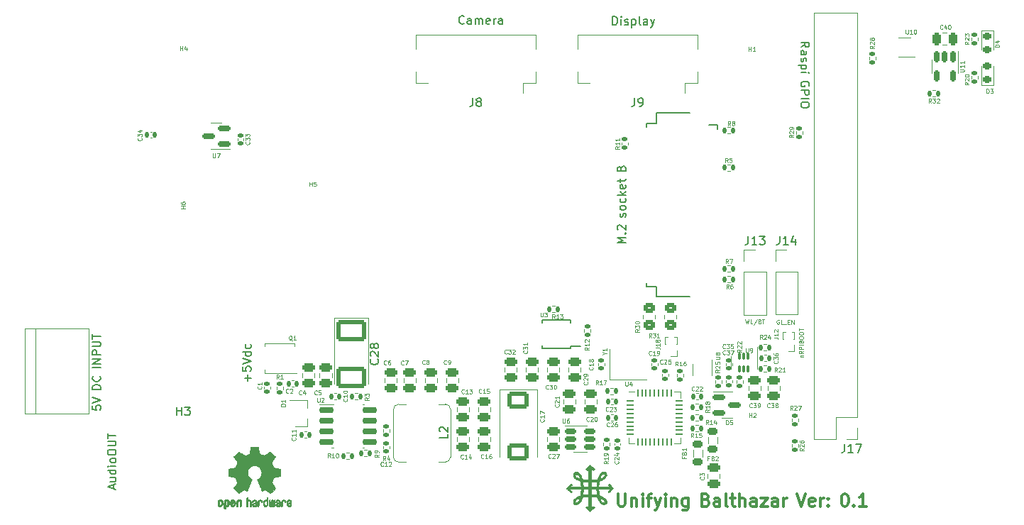
<source format=gto>
G04 #@! TF.GenerationSoftware,KiCad,Pcbnew,(6.99.0-1603-g82820d4b1c)*
G04 #@! TF.CreationDate,2022-06-17T10:58:42+02:00*
G04 #@! TF.ProjectId,Unifying,556e6966-7969-46e6-972e-6b696361645f,rev?*
G04 #@! TF.SameCoordinates,Original*
G04 #@! TF.FileFunction,Legend,Top*
G04 #@! TF.FilePolarity,Positive*
%FSLAX46Y46*%
G04 Gerber Fmt 4.6, Leading zero omitted, Abs format (unit mm)*
G04 Created by KiCad (PCBNEW (6.99.0-1603-g82820d4b1c)) date 2022-06-17 10:58:42*
%MOMM*%
%LPD*%
G01*
G04 APERTURE LIST*
G04 Aperture macros list*
%AMRoundRect*
0 Rectangle with rounded corners*
0 $1 Rounding radius*
0 $2 $3 $4 $5 $6 $7 $8 $9 X,Y pos of 4 corners*
0 Add a 4 corners polygon primitive as box body*
4,1,4,$2,$3,$4,$5,$6,$7,$8,$9,$2,$3,0*
0 Add four circle primitives for the rounded corners*
1,1,$1+$1,$2,$3*
1,1,$1+$1,$4,$5*
1,1,$1+$1,$6,$7*
1,1,$1+$1,$8,$9*
0 Add four rect primitives between the rounded corners*
20,1,$1+$1,$2,$3,$4,$5,0*
20,1,$1+$1,$4,$5,$6,$7,0*
20,1,$1+$1,$6,$7,$8,$9,0*
20,1,$1+$1,$8,$9,$2,$3,0*%
%AMFreePoly0*
4,1,17,1.395000,0.765000,0.855000,0.765000,0.855000,0.535000,1.395000,0.535000,1.395000,0.115000,0.855000,0.115000,0.855000,-0.115000,1.395000,-0.115000,1.395000,-0.535000,0.855000,-0.535000,0.855000,-0.765000,1.395000,-0.765000,1.395000,-1.185000,-0.855000,-1.185000,-0.855000,1.185000,1.395000,1.185000,1.395000,0.765000,1.395000,0.765000,$1*%
G04 Aperture macros list end*
%ADD10C,0.200000*%
%ADD11C,0.100000*%
%ADD12C,0.300000*%
%ADD13C,0.150000*%
%ADD14C,0.120000*%
%ADD15C,0.010000*%
%ADD16R,0.300000X1.300000*%
%ADD17R,1.800000X2.200000*%
%ADD18RoundRect,0.135000X-0.185000X0.135000X-0.185000X-0.135000X0.185000X-0.135000X0.185000X0.135000X0*%
%ADD19RoundRect,0.135000X0.135000X0.185000X-0.135000X0.185000X-0.135000X-0.185000X0.135000X-0.185000X0*%
%ADD20RoundRect,0.135000X0.185000X-0.135000X0.185000X0.135000X-0.185000X0.135000X-0.185000X-0.135000X0*%
%ADD21C,2.700000*%
%ADD22R,0.400000X0.650000*%
%ADD23R,0.850000X0.850000*%
%ADD24O,0.850000X0.850000*%
%ADD25RoundRect,0.250000X0.475000X-0.250000X0.475000X0.250000X-0.475000X0.250000X-0.475000X-0.250000X0*%
%ADD26C,3.500000*%
%ADD27RoundRect,0.140000X0.140000X0.170000X-0.140000X0.170000X-0.140000X-0.170000X0.140000X-0.170000X0*%
%ADD28R,3.000000X3.000000*%
%ADD29C,3.000000*%
%ADD30RoundRect,0.150000X-0.587500X-0.150000X0.587500X-0.150000X0.587500X0.150000X-0.587500X0.150000X0*%
%ADD31RoundRect,0.250000X-0.475000X0.250000X-0.475000X-0.250000X0.475000X-0.250000X0.475000X0.250000X0*%
%ADD32RoundRect,0.135000X-0.135000X-0.185000X0.135000X-0.185000X0.135000X0.185000X-0.135000X0.185000X0*%
%ADD33R,0.700000X0.420000*%
%ADD34FreePoly0,180.000000*%
%ADD35RoundRect,0.250000X-0.450000X0.350000X-0.450000X-0.350000X0.450000X-0.350000X0.450000X0.350000X0*%
%ADD36R,1.800000X1.500000*%
%ADD37R,3.500000X2.950000*%
%ADD38RoundRect,0.250000X-1.025000X0.787500X-1.025000X-0.787500X1.025000X-0.787500X1.025000X0.787500X0*%
%ADD39RoundRect,0.140000X-0.170000X0.140000X-0.170000X-0.140000X0.170000X-0.140000X0.170000X0.140000X0*%
%ADD40R,0.900000X0.800000*%
%ADD41RoundRect,0.250000X0.250000X0.475000X-0.250000X0.475000X-0.250000X-0.475000X0.250000X-0.475000X0*%
%ADD42RoundRect,0.140000X0.170000X-0.140000X0.170000X0.140000X-0.170000X0.140000X-0.170000X-0.140000X0*%
%ADD43RoundRect,0.250000X0.450000X-0.350000X0.450000X0.350000X-0.450000X0.350000X-0.450000X-0.350000X0*%
%ADD44R,1.400000X0.300000*%
%ADD45R,1.700000X1.700000*%
%ADD46O,1.700000X1.700000*%
%ADD47RoundRect,0.079000X-0.079000X0.343500X-0.079000X-0.343500X0.079000X-0.343500X0.079000X0.343500X0*%
%ADD48RoundRect,0.140000X-0.140000X-0.170000X0.140000X-0.170000X0.140000X0.170000X-0.140000X0.170000X0*%
%ADD49RoundRect,0.150000X-0.150000X0.512500X-0.150000X-0.512500X0.150000X-0.512500X0.150000X0.512500X0*%
%ADD50R,2.710000X3.400000*%
%ADD51RoundRect,0.150000X-0.737500X-0.150000X0.737500X-0.150000X0.737500X0.150000X-0.737500X0.150000X0*%
%ADD52RoundRect,0.062500X-0.350000X-0.062500X0.350000X-0.062500X0.350000X0.062500X-0.350000X0.062500X0*%
%ADD53RoundRect,0.062500X-0.062500X-0.350000X0.062500X-0.350000X0.062500X0.350000X-0.062500X0.350000X0*%
%ADD54R,3.700000X3.700000*%
%ADD55RoundRect,0.218750X-0.256250X0.218750X-0.256250X-0.218750X0.256250X-0.218750X0.256250X0.218750X0*%
%ADD56RoundRect,0.218750X-0.381250X0.218750X-0.381250X-0.218750X0.381250X-0.218750X0.381250X0.218750X0*%
%ADD57R,0.650000X0.400000*%
%ADD58RoundRect,0.218750X0.381250X-0.218750X0.381250X0.218750X-0.381250X0.218750X-0.381250X-0.218750X0*%
%ADD59R,2.750000X1.200000*%
%ADD60R,1.550000X0.300000*%
%ADD61RoundRect,0.249999X-1.500001X1.025001X-1.500001X-1.025001X1.500001X-1.025001X1.500001X1.025001X0*%
%ADD62RoundRect,0.150000X0.587500X0.150000X-0.587500X0.150000X-0.587500X-0.150000X0.587500X-0.150000X0*%
%ADD63RoundRect,0.150000X-0.512500X-0.150000X0.512500X-0.150000X0.512500X0.150000X-0.512500X0.150000X0*%
%ADD64RoundRect,0.218750X0.256250X-0.218750X0.256250X0.218750X-0.256250X0.218750X-0.256250X-0.218750X0*%
%ADD65O,1.700000X1.300000*%
%ADD66O,1.400000X1.000000*%
%ADD67R,1.350000X1.350000*%
%ADD68O,1.350000X1.350000*%
%ADD69O,1.500000X2.300000*%
%ADD70O,1.500000X3.300000*%
%ADD71C,1.500000*%
%ADD72R,1.500000X1.600000*%
%ADD73C,1.600000*%
%ADD74O,2.300000X1.500000*%
%ADD75O,3.300000X1.500000*%
G04 APERTURE END LIST*
D10*
X148079999Y-81182142D02*
X148032380Y-81229761D01*
X148032380Y-81229761D02*
X147889523Y-81277380D01*
X147889523Y-81277380D02*
X147794285Y-81277380D01*
X147794285Y-81277380D02*
X147651428Y-81229761D01*
X147651428Y-81229761D02*
X147556190Y-81134523D01*
X147556190Y-81134523D02*
X147508571Y-81039285D01*
X147508571Y-81039285D02*
X147460952Y-80848809D01*
X147460952Y-80848809D02*
X147460952Y-80705952D01*
X147460952Y-80705952D02*
X147508571Y-80515476D01*
X147508571Y-80515476D02*
X147556190Y-80420238D01*
X147556190Y-80420238D02*
X147651428Y-80325000D01*
X147651428Y-80325000D02*
X147794285Y-80277380D01*
X147794285Y-80277380D02*
X147889523Y-80277380D01*
X147889523Y-80277380D02*
X148032380Y-80325000D01*
X148032380Y-80325000D02*
X148079999Y-80372619D01*
X148937142Y-81277380D02*
X148937142Y-80753571D01*
X148937142Y-80753571D02*
X148889523Y-80658333D01*
X148889523Y-80658333D02*
X148794285Y-80610714D01*
X148794285Y-80610714D02*
X148603809Y-80610714D01*
X148603809Y-80610714D02*
X148508571Y-80658333D01*
X148937142Y-81229761D02*
X148841904Y-81277380D01*
X148841904Y-81277380D02*
X148603809Y-81277380D01*
X148603809Y-81277380D02*
X148508571Y-81229761D01*
X148508571Y-81229761D02*
X148460952Y-81134523D01*
X148460952Y-81134523D02*
X148460952Y-81039285D01*
X148460952Y-81039285D02*
X148508571Y-80944047D01*
X148508571Y-80944047D02*
X148603809Y-80896428D01*
X148603809Y-80896428D02*
X148841904Y-80896428D01*
X148841904Y-80896428D02*
X148937142Y-80848809D01*
X149413333Y-81277380D02*
X149413333Y-80610714D01*
X149413333Y-80705952D02*
X149460952Y-80658333D01*
X149460952Y-80658333D02*
X149556190Y-80610714D01*
X149556190Y-80610714D02*
X149699047Y-80610714D01*
X149699047Y-80610714D02*
X149794285Y-80658333D01*
X149794285Y-80658333D02*
X149841904Y-80753571D01*
X149841904Y-80753571D02*
X149841904Y-81277380D01*
X149841904Y-80753571D02*
X149889523Y-80658333D01*
X149889523Y-80658333D02*
X149984761Y-80610714D01*
X149984761Y-80610714D02*
X150127618Y-80610714D01*
X150127618Y-80610714D02*
X150222857Y-80658333D01*
X150222857Y-80658333D02*
X150270476Y-80753571D01*
X150270476Y-80753571D02*
X150270476Y-81277380D01*
X151127618Y-81229761D02*
X151032380Y-81277380D01*
X151032380Y-81277380D02*
X150841904Y-81277380D01*
X150841904Y-81277380D02*
X150746666Y-81229761D01*
X150746666Y-81229761D02*
X150699047Y-81134523D01*
X150699047Y-81134523D02*
X150699047Y-80753571D01*
X150699047Y-80753571D02*
X150746666Y-80658333D01*
X150746666Y-80658333D02*
X150841904Y-80610714D01*
X150841904Y-80610714D02*
X151032380Y-80610714D01*
X151032380Y-80610714D02*
X151127618Y-80658333D01*
X151127618Y-80658333D02*
X151175237Y-80753571D01*
X151175237Y-80753571D02*
X151175237Y-80848809D01*
X151175237Y-80848809D02*
X150699047Y-80944047D01*
X151603809Y-81277380D02*
X151603809Y-80610714D01*
X151603809Y-80801190D02*
X151651428Y-80705952D01*
X151651428Y-80705952D02*
X151699047Y-80658333D01*
X151699047Y-80658333D02*
X151794285Y-80610714D01*
X151794285Y-80610714D02*
X151889523Y-80610714D01*
X152651428Y-81277380D02*
X152651428Y-80753571D01*
X152651428Y-80753571D02*
X152603809Y-80658333D01*
X152603809Y-80658333D02*
X152508571Y-80610714D01*
X152508571Y-80610714D02*
X152318095Y-80610714D01*
X152318095Y-80610714D02*
X152222857Y-80658333D01*
X152651428Y-81229761D02*
X152556190Y-81277380D01*
X152556190Y-81277380D02*
X152318095Y-81277380D01*
X152318095Y-81277380D02*
X152222857Y-81229761D01*
X152222857Y-81229761D02*
X152175238Y-81134523D01*
X152175238Y-81134523D02*
X152175238Y-81039285D01*
X152175238Y-81039285D02*
X152222857Y-80944047D01*
X152222857Y-80944047D02*
X152318095Y-80896428D01*
X152318095Y-80896428D02*
X152556190Y-80896428D01*
X152556190Y-80896428D02*
X152651428Y-80848809D01*
D11*
X181640952Y-116543690D02*
X181760000Y-117043690D01*
X181760000Y-117043690D02*
X181855238Y-116686547D01*
X181855238Y-116686547D02*
X181950476Y-117043690D01*
X181950476Y-117043690D02*
X182069524Y-116543690D01*
X182498095Y-117043690D02*
X182260000Y-117043690D01*
X182260000Y-117043690D02*
X182260000Y-116543690D01*
X183021905Y-116519880D02*
X182593334Y-117162738D01*
X183355239Y-116781785D02*
X183426667Y-116805595D01*
X183426667Y-116805595D02*
X183450477Y-116829404D01*
X183450477Y-116829404D02*
X183474286Y-116877023D01*
X183474286Y-116877023D02*
X183474286Y-116948452D01*
X183474286Y-116948452D02*
X183450477Y-116996071D01*
X183450477Y-116996071D02*
X183426667Y-117019880D01*
X183426667Y-117019880D02*
X183379048Y-117043690D01*
X183379048Y-117043690D02*
X183188572Y-117043690D01*
X183188572Y-117043690D02*
X183188572Y-116543690D01*
X183188572Y-116543690D02*
X183355239Y-116543690D01*
X183355239Y-116543690D02*
X183402858Y-116567500D01*
X183402858Y-116567500D02*
X183426667Y-116591309D01*
X183426667Y-116591309D02*
X183450477Y-116638928D01*
X183450477Y-116638928D02*
X183450477Y-116686547D01*
X183450477Y-116686547D02*
X183426667Y-116734166D01*
X183426667Y-116734166D02*
X183402858Y-116757976D01*
X183402858Y-116757976D02*
X183355239Y-116781785D01*
X183355239Y-116781785D02*
X183188572Y-116781785D01*
X183617144Y-116543690D02*
X183902858Y-116543690D01*
X183760001Y-117043690D02*
X183760001Y-116543690D01*
D10*
X188262619Y-84040000D02*
X188738809Y-83706667D01*
X188262619Y-83468572D02*
X189262619Y-83468572D01*
X189262619Y-83468572D02*
X189262619Y-83849524D01*
X189262619Y-83849524D02*
X189215000Y-83944762D01*
X189215000Y-83944762D02*
X189167380Y-83992381D01*
X189167380Y-83992381D02*
X189072142Y-84040000D01*
X189072142Y-84040000D02*
X188929285Y-84040000D01*
X188929285Y-84040000D02*
X188834047Y-83992381D01*
X188834047Y-83992381D02*
X188786428Y-83944762D01*
X188786428Y-83944762D02*
X188738809Y-83849524D01*
X188738809Y-83849524D02*
X188738809Y-83468572D01*
X188262619Y-84897143D02*
X188786428Y-84897143D01*
X188786428Y-84897143D02*
X188881666Y-84849524D01*
X188881666Y-84849524D02*
X188929285Y-84754286D01*
X188929285Y-84754286D02*
X188929285Y-84563810D01*
X188929285Y-84563810D02*
X188881666Y-84468572D01*
X188310238Y-84897143D02*
X188262619Y-84801905D01*
X188262619Y-84801905D02*
X188262619Y-84563810D01*
X188262619Y-84563810D02*
X188310238Y-84468572D01*
X188310238Y-84468572D02*
X188405476Y-84420953D01*
X188405476Y-84420953D02*
X188500714Y-84420953D01*
X188500714Y-84420953D02*
X188595952Y-84468572D01*
X188595952Y-84468572D02*
X188643571Y-84563810D01*
X188643571Y-84563810D02*
X188643571Y-84801905D01*
X188643571Y-84801905D02*
X188691190Y-84897143D01*
X188310238Y-85325715D02*
X188262619Y-85420953D01*
X188262619Y-85420953D02*
X188262619Y-85611429D01*
X188262619Y-85611429D02*
X188310238Y-85706667D01*
X188310238Y-85706667D02*
X188405476Y-85754286D01*
X188405476Y-85754286D02*
X188453095Y-85754286D01*
X188453095Y-85754286D02*
X188548333Y-85706667D01*
X188548333Y-85706667D02*
X188595952Y-85611429D01*
X188595952Y-85611429D02*
X188595952Y-85468572D01*
X188595952Y-85468572D02*
X188643571Y-85373334D01*
X188643571Y-85373334D02*
X188738809Y-85325715D01*
X188738809Y-85325715D02*
X188786428Y-85325715D01*
X188786428Y-85325715D02*
X188881666Y-85373334D01*
X188881666Y-85373334D02*
X188929285Y-85468572D01*
X188929285Y-85468572D02*
X188929285Y-85611429D01*
X188929285Y-85611429D02*
X188881666Y-85706667D01*
X188929285Y-86182858D02*
X187929285Y-86182858D01*
X188881666Y-86182858D02*
X188929285Y-86278096D01*
X188929285Y-86278096D02*
X188929285Y-86468572D01*
X188929285Y-86468572D02*
X188881666Y-86563810D01*
X188881666Y-86563810D02*
X188834047Y-86611429D01*
X188834047Y-86611429D02*
X188738809Y-86659048D01*
X188738809Y-86659048D02*
X188453095Y-86659048D01*
X188453095Y-86659048D02*
X188357857Y-86611429D01*
X188357857Y-86611429D02*
X188310238Y-86563810D01*
X188310238Y-86563810D02*
X188262619Y-86468572D01*
X188262619Y-86468572D02*
X188262619Y-86278096D01*
X188262619Y-86278096D02*
X188310238Y-86182858D01*
X188262619Y-87087620D02*
X188929285Y-87087620D01*
X189262619Y-87087620D02*
X189215000Y-87040001D01*
X189215000Y-87040001D02*
X189167380Y-87087620D01*
X189167380Y-87087620D02*
X189215000Y-87135239D01*
X189215000Y-87135239D02*
X189262619Y-87087620D01*
X189262619Y-87087620D02*
X189167380Y-87087620D01*
X189215000Y-88687619D02*
X189262619Y-88592381D01*
X189262619Y-88592381D02*
X189262619Y-88449524D01*
X189262619Y-88449524D02*
X189215000Y-88306667D01*
X189215000Y-88306667D02*
X189119761Y-88211429D01*
X189119761Y-88211429D02*
X189024523Y-88163810D01*
X189024523Y-88163810D02*
X188834047Y-88116191D01*
X188834047Y-88116191D02*
X188691190Y-88116191D01*
X188691190Y-88116191D02*
X188500714Y-88163810D01*
X188500714Y-88163810D02*
X188405476Y-88211429D01*
X188405476Y-88211429D02*
X188310238Y-88306667D01*
X188310238Y-88306667D02*
X188262619Y-88449524D01*
X188262619Y-88449524D02*
X188262619Y-88544762D01*
X188262619Y-88544762D02*
X188310238Y-88687619D01*
X188310238Y-88687619D02*
X188357857Y-88735238D01*
X188357857Y-88735238D02*
X188691190Y-88735238D01*
X188691190Y-88735238D02*
X188691190Y-88544762D01*
X188262619Y-89163810D02*
X189262619Y-89163810D01*
X189262619Y-89163810D02*
X189262619Y-89544762D01*
X189262619Y-89544762D02*
X189215000Y-89640000D01*
X189215000Y-89640000D02*
X189167380Y-89687619D01*
X189167380Y-89687619D02*
X189072142Y-89735238D01*
X189072142Y-89735238D02*
X188929285Y-89735238D01*
X188929285Y-89735238D02*
X188834047Y-89687619D01*
X188834047Y-89687619D02*
X188786428Y-89640000D01*
X188786428Y-89640000D02*
X188738809Y-89544762D01*
X188738809Y-89544762D02*
X188738809Y-89163810D01*
X188262619Y-90163810D02*
X189262619Y-90163810D01*
X189262619Y-90830476D02*
X189262619Y-91020952D01*
X189262619Y-91020952D02*
X189215000Y-91116190D01*
X189215000Y-91116190D02*
X189119761Y-91211428D01*
X189119761Y-91211428D02*
X188929285Y-91259047D01*
X188929285Y-91259047D02*
X188595952Y-91259047D01*
X188595952Y-91259047D02*
X188405476Y-91211428D01*
X188405476Y-91211428D02*
X188310238Y-91116190D01*
X188310238Y-91116190D02*
X188262619Y-91020952D01*
X188262619Y-91020952D02*
X188262619Y-90830476D01*
X188262619Y-90830476D02*
X188310238Y-90735238D01*
X188310238Y-90735238D02*
X188405476Y-90640000D01*
X188405476Y-90640000D02*
X188595952Y-90592381D01*
X188595952Y-90592381D02*
X188929285Y-90592381D01*
X188929285Y-90592381D02*
X189119761Y-90640000D01*
X189119761Y-90640000D02*
X189215000Y-90735238D01*
X189215000Y-90735238D02*
X189262619Y-90830476D01*
D11*
X188210357Y-121040476D02*
X188543690Y-121040476D01*
X188257976Y-121040476D02*
X188234166Y-121016666D01*
X188234166Y-121016666D02*
X188210357Y-120969047D01*
X188210357Y-120969047D02*
X188210357Y-120897619D01*
X188210357Y-120897619D02*
X188234166Y-120850000D01*
X188234166Y-120850000D02*
X188281785Y-120826190D01*
X188281785Y-120826190D02*
X188543690Y-120826190D01*
X188543690Y-120302381D02*
X188305595Y-120469047D01*
X188543690Y-120588095D02*
X188043690Y-120588095D01*
X188043690Y-120588095D02*
X188043690Y-120397619D01*
X188043690Y-120397619D02*
X188067500Y-120350000D01*
X188067500Y-120350000D02*
X188091309Y-120326190D01*
X188091309Y-120326190D02*
X188138928Y-120302381D01*
X188138928Y-120302381D02*
X188210357Y-120302381D01*
X188210357Y-120302381D02*
X188257976Y-120326190D01*
X188257976Y-120326190D02*
X188281785Y-120350000D01*
X188281785Y-120350000D02*
X188305595Y-120397619D01*
X188305595Y-120397619D02*
X188305595Y-120588095D01*
X188543690Y-120088095D02*
X188043690Y-120088095D01*
X188043690Y-120088095D02*
X188043690Y-119897619D01*
X188043690Y-119897619D02*
X188067500Y-119850000D01*
X188067500Y-119850000D02*
X188091309Y-119826190D01*
X188091309Y-119826190D02*
X188138928Y-119802381D01*
X188138928Y-119802381D02*
X188210357Y-119802381D01*
X188210357Y-119802381D02*
X188257976Y-119826190D01*
X188257976Y-119826190D02*
X188281785Y-119850000D01*
X188281785Y-119850000D02*
X188305595Y-119897619D01*
X188305595Y-119897619D02*
X188305595Y-120088095D01*
X188543690Y-119588095D02*
X188043690Y-119588095D01*
X188281785Y-119183333D02*
X188305595Y-119111905D01*
X188305595Y-119111905D02*
X188329404Y-119088095D01*
X188329404Y-119088095D02*
X188377023Y-119064286D01*
X188377023Y-119064286D02*
X188448452Y-119064286D01*
X188448452Y-119064286D02*
X188496071Y-119088095D01*
X188496071Y-119088095D02*
X188519880Y-119111905D01*
X188519880Y-119111905D02*
X188543690Y-119159524D01*
X188543690Y-119159524D02*
X188543690Y-119350000D01*
X188543690Y-119350000D02*
X188043690Y-119350000D01*
X188043690Y-119350000D02*
X188043690Y-119183333D01*
X188043690Y-119183333D02*
X188067500Y-119135714D01*
X188067500Y-119135714D02*
X188091309Y-119111905D01*
X188091309Y-119111905D02*
X188138928Y-119088095D01*
X188138928Y-119088095D02*
X188186547Y-119088095D01*
X188186547Y-119088095D02*
X188234166Y-119111905D01*
X188234166Y-119111905D02*
X188257976Y-119135714D01*
X188257976Y-119135714D02*
X188281785Y-119183333D01*
X188281785Y-119183333D02*
X188281785Y-119350000D01*
X188043690Y-118754762D02*
X188043690Y-118659524D01*
X188043690Y-118659524D02*
X188067500Y-118611905D01*
X188067500Y-118611905D02*
X188115119Y-118564286D01*
X188115119Y-118564286D02*
X188210357Y-118540476D01*
X188210357Y-118540476D02*
X188377023Y-118540476D01*
X188377023Y-118540476D02*
X188472261Y-118564286D01*
X188472261Y-118564286D02*
X188519880Y-118611905D01*
X188519880Y-118611905D02*
X188543690Y-118659524D01*
X188543690Y-118659524D02*
X188543690Y-118754762D01*
X188543690Y-118754762D02*
X188519880Y-118802381D01*
X188519880Y-118802381D02*
X188472261Y-118850000D01*
X188472261Y-118850000D02*
X188377023Y-118873809D01*
X188377023Y-118873809D02*
X188210357Y-118873809D01*
X188210357Y-118873809D02*
X188115119Y-118850000D01*
X188115119Y-118850000D02*
X188067500Y-118802381D01*
X188067500Y-118802381D02*
X188043690Y-118754762D01*
X188043690Y-118230952D02*
X188043690Y-118135714D01*
X188043690Y-118135714D02*
X188067500Y-118088095D01*
X188067500Y-118088095D02*
X188115119Y-118040476D01*
X188115119Y-118040476D02*
X188210357Y-118016666D01*
X188210357Y-118016666D02*
X188377023Y-118016666D01*
X188377023Y-118016666D02*
X188472261Y-118040476D01*
X188472261Y-118040476D02*
X188519880Y-118088095D01*
X188519880Y-118088095D02*
X188543690Y-118135714D01*
X188543690Y-118135714D02*
X188543690Y-118230952D01*
X188543690Y-118230952D02*
X188519880Y-118278571D01*
X188519880Y-118278571D02*
X188472261Y-118326190D01*
X188472261Y-118326190D02*
X188377023Y-118349999D01*
X188377023Y-118349999D02*
X188210357Y-118349999D01*
X188210357Y-118349999D02*
X188115119Y-118326190D01*
X188115119Y-118326190D02*
X188067500Y-118278571D01*
X188067500Y-118278571D02*
X188043690Y-118230952D01*
X188043690Y-117873808D02*
X188043690Y-117588094D01*
X188543690Y-117730951D02*
X188043690Y-117730951D01*
D10*
X165807619Y-81383380D02*
X165807619Y-80383380D01*
X165807619Y-80383380D02*
X166045714Y-80383380D01*
X166045714Y-80383380D02*
X166188571Y-80431000D01*
X166188571Y-80431000D02*
X166283809Y-80526238D01*
X166283809Y-80526238D02*
X166331428Y-80621476D01*
X166331428Y-80621476D02*
X166379047Y-80811952D01*
X166379047Y-80811952D02*
X166379047Y-80954809D01*
X166379047Y-80954809D02*
X166331428Y-81145285D01*
X166331428Y-81145285D02*
X166283809Y-81240523D01*
X166283809Y-81240523D02*
X166188571Y-81335761D01*
X166188571Y-81335761D02*
X166045714Y-81383380D01*
X166045714Y-81383380D02*
X165807619Y-81383380D01*
X166807619Y-81383380D02*
X166807619Y-80716714D01*
X166807619Y-80383380D02*
X166760000Y-80431000D01*
X166760000Y-80431000D02*
X166807619Y-80478619D01*
X166807619Y-80478619D02*
X166855238Y-80431000D01*
X166855238Y-80431000D02*
X166807619Y-80383380D01*
X166807619Y-80383380D02*
X166807619Y-80478619D01*
X167236190Y-81335761D02*
X167331428Y-81383380D01*
X167331428Y-81383380D02*
X167521904Y-81383380D01*
X167521904Y-81383380D02*
X167617142Y-81335761D01*
X167617142Y-81335761D02*
X167664761Y-81240523D01*
X167664761Y-81240523D02*
X167664761Y-81192904D01*
X167664761Y-81192904D02*
X167617142Y-81097666D01*
X167617142Y-81097666D02*
X167521904Y-81050047D01*
X167521904Y-81050047D02*
X167379047Y-81050047D01*
X167379047Y-81050047D02*
X167283809Y-81002428D01*
X167283809Y-81002428D02*
X167236190Y-80907190D01*
X167236190Y-80907190D02*
X167236190Y-80859571D01*
X167236190Y-80859571D02*
X167283809Y-80764333D01*
X167283809Y-80764333D02*
X167379047Y-80716714D01*
X167379047Y-80716714D02*
X167521904Y-80716714D01*
X167521904Y-80716714D02*
X167617142Y-80764333D01*
X168093333Y-80716714D02*
X168093333Y-81716714D01*
X168093333Y-80764333D02*
X168188571Y-80716714D01*
X168188571Y-80716714D02*
X168379047Y-80716714D01*
X168379047Y-80716714D02*
X168474285Y-80764333D01*
X168474285Y-80764333D02*
X168521904Y-80811952D01*
X168521904Y-80811952D02*
X168569523Y-80907190D01*
X168569523Y-80907190D02*
X168569523Y-81192904D01*
X168569523Y-81192904D02*
X168521904Y-81288142D01*
X168521904Y-81288142D02*
X168474285Y-81335761D01*
X168474285Y-81335761D02*
X168379047Y-81383380D01*
X168379047Y-81383380D02*
X168188571Y-81383380D01*
X168188571Y-81383380D02*
X168093333Y-81335761D01*
X169140952Y-81383380D02*
X169045714Y-81335761D01*
X169045714Y-81335761D02*
X168998095Y-81240523D01*
X168998095Y-81240523D02*
X168998095Y-80383380D01*
X169950476Y-81383380D02*
X169950476Y-80859571D01*
X169950476Y-80859571D02*
X169902857Y-80764333D01*
X169902857Y-80764333D02*
X169807619Y-80716714D01*
X169807619Y-80716714D02*
X169617143Y-80716714D01*
X169617143Y-80716714D02*
X169521905Y-80764333D01*
X169950476Y-81335761D02*
X169855238Y-81383380D01*
X169855238Y-81383380D02*
X169617143Y-81383380D01*
X169617143Y-81383380D02*
X169521905Y-81335761D01*
X169521905Y-81335761D02*
X169474286Y-81240523D01*
X169474286Y-81240523D02*
X169474286Y-81145285D01*
X169474286Y-81145285D02*
X169521905Y-81050047D01*
X169521905Y-81050047D02*
X169617143Y-81002428D01*
X169617143Y-81002428D02*
X169855238Y-81002428D01*
X169855238Y-81002428D02*
X169950476Y-80954809D01*
X170331429Y-80716714D02*
X170569524Y-81383380D01*
X170807619Y-80716714D02*
X170569524Y-81383380D01*
X170569524Y-81383380D02*
X170474286Y-81621476D01*
X170474286Y-81621476D02*
X170426667Y-81669095D01*
X170426667Y-81669095D02*
X170331429Y-81716714D01*
D12*
X166461428Y-137331071D02*
X166461428Y-138545357D01*
X166461428Y-138545357D02*
X166532857Y-138688214D01*
X166532857Y-138688214D02*
X166604286Y-138759642D01*
X166604286Y-138759642D02*
X166747143Y-138831071D01*
X166747143Y-138831071D02*
X167032857Y-138831071D01*
X167032857Y-138831071D02*
X167175714Y-138759642D01*
X167175714Y-138759642D02*
X167247143Y-138688214D01*
X167247143Y-138688214D02*
X167318571Y-138545357D01*
X167318571Y-138545357D02*
X167318571Y-137331071D01*
X168032857Y-137831071D02*
X168032857Y-138831071D01*
X168032857Y-137973928D02*
X168104286Y-137902500D01*
X168104286Y-137902500D02*
X168247143Y-137831071D01*
X168247143Y-137831071D02*
X168461429Y-137831071D01*
X168461429Y-137831071D02*
X168604286Y-137902500D01*
X168604286Y-137902500D02*
X168675715Y-138045357D01*
X168675715Y-138045357D02*
X168675715Y-138831071D01*
X169390000Y-138831071D02*
X169390000Y-137831071D01*
X169390000Y-137331071D02*
X169318572Y-137402500D01*
X169318572Y-137402500D02*
X169390000Y-137473928D01*
X169390000Y-137473928D02*
X169461429Y-137402500D01*
X169461429Y-137402500D02*
X169390000Y-137331071D01*
X169390000Y-137331071D02*
X169390000Y-137473928D01*
X169890001Y-137831071D02*
X170461429Y-137831071D01*
X170104286Y-138831071D02*
X170104286Y-137545357D01*
X170104286Y-137545357D02*
X170175715Y-137402500D01*
X170175715Y-137402500D02*
X170318572Y-137331071D01*
X170318572Y-137331071D02*
X170461429Y-137331071D01*
X170818572Y-137831071D02*
X171175715Y-138831071D01*
X171532858Y-137831071D02*
X171175715Y-138831071D01*
X171175715Y-138831071D02*
X171032858Y-139188214D01*
X171032858Y-139188214D02*
X170961429Y-139259642D01*
X170961429Y-139259642D02*
X170818572Y-139331071D01*
X172104286Y-138831071D02*
X172104286Y-137831071D01*
X172104286Y-137331071D02*
X172032858Y-137402500D01*
X172032858Y-137402500D02*
X172104286Y-137473928D01*
X172104286Y-137473928D02*
X172175715Y-137402500D01*
X172175715Y-137402500D02*
X172104286Y-137331071D01*
X172104286Y-137331071D02*
X172104286Y-137473928D01*
X172818572Y-137831071D02*
X172818572Y-138831071D01*
X172818572Y-137973928D02*
X172890001Y-137902500D01*
X172890001Y-137902500D02*
X173032858Y-137831071D01*
X173032858Y-137831071D02*
X173247144Y-137831071D01*
X173247144Y-137831071D02*
X173390001Y-137902500D01*
X173390001Y-137902500D02*
X173461430Y-138045357D01*
X173461430Y-138045357D02*
X173461430Y-138831071D01*
X174818573Y-137831071D02*
X174818573Y-139045357D01*
X174818573Y-139045357D02*
X174747144Y-139188214D01*
X174747144Y-139188214D02*
X174675715Y-139259642D01*
X174675715Y-139259642D02*
X174532858Y-139331071D01*
X174532858Y-139331071D02*
X174318573Y-139331071D01*
X174318573Y-139331071D02*
X174175715Y-139259642D01*
X174818573Y-138759642D02*
X174675715Y-138831071D01*
X174675715Y-138831071D02*
X174390001Y-138831071D01*
X174390001Y-138831071D02*
X174247144Y-138759642D01*
X174247144Y-138759642D02*
X174175715Y-138688214D01*
X174175715Y-138688214D02*
X174104287Y-138545357D01*
X174104287Y-138545357D02*
X174104287Y-138116785D01*
X174104287Y-138116785D02*
X174175715Y-137973928D01*
X174175715Y-137973928D02*
X174247144Y-137902500D01*
X174247144Y-137902500D02*
X174390001Y-137831071D01*
X174390001Y-137831071D02*
X174675715Y-137831071D01*
X174675715Y-137831071D02*
X174818573Y-137902500D01*
X176932858Y-138045357D02*
X177147144Y-138116785D01*
X177147144Y-138116785D02*
X177218573Y-138188214D01*
X177218573Y-138188214D02*
X177290001Y-138331071D01*
X177290001Y-138331071D02*
X177290001Y-138545357D01*
X177290001Y-138545357D02*
X177218573Y-138688214D01*
X177218573Y-138688214D02*
X177147144Y-138759642D01*
X177147144Y-138759642D02*
X177004287Y-138831071D01*
X177004287Y-138831071D02*
X176432858Y-138831071D01*
X176432858Y-138831071D02*
X176432858Y-137331071D01*
X176432858Y-137331071D02*
X176932858Y-137331071D01*
X176932858Y-137331071D02*
X177075716Y-137402500D01*
X177075716Y-137402500D02*
X177147144Y-137473928D01*
X177147144Y-137473928D02*
X177218573Y-137616785D01*
X177218573Y-137616785D02*
X177218573Y-137759642D01*
X177218573Y-137759642D02*
X177147144Y-137902500D01*
X177147144Y-137902500D02*
X177075716Y-137973928D01*
X177075716Y-137973928D02*
X176932858Y-138045357D01*
X176932858Y-138045357D02*
X176432858Y-138045357D01*
X178575716Y-138831071D02*
X178575716Y-138045357D01*
X178575716Y-138045357D02*
X178504287Y-137902500D01*
X178504287Y-137902500D02*
X178361430Y-137831071D01*
X178361430Y-137831071D02*
X178075716Y-137831071D01*
X178075716Y-137831071D02*
X177932858Y-137902500D01*
X178575716Y-138759642D02*
X178432858Y-138831071D01*
X178432858Y-138831071D02*
X178075716Y-138831071D01*
X178075716Y-138831071D02*
X177932858Y-138759642D01*
X177932858Y-138759642D02*
X177861430Y-138616785D01*
X177861430Y-138616785D02*
X177861430Y-138473928D01*
X177861430Y-138473928D02*
X177932858Y-138331071D01*
X177932858Y-138331071D02*
X178075716Y-138259642D01*
X178075716Y-138259642D02*
X178432858Y-138259642D01*
X178432858Y-138259642D02*
X178575716Y-138188214D01*
X179504287Y-138831071D02*
X179361430Y-138759642D01*
X179361430Y-138759642D02*
X179290001Y-138616785D01*
X179290001Y-138616785D02*
X179290001Y-137331071D01*
X179861430Y-137831071D02*
X180432858Y-137831071D01*
X180075715Y-137331071D02*
X180075715Y-138616785D01*
X180075715Y-138616785D02*
X180147144Y-138759642D01*
X180147144Y-138759642D02*
X180290001Y-138831071D01*
X180290001Y-138831071D02*
X180432858Y-138831071D01*
X180932858Y-138831071D02*
X180932858Y-137331071D01*
X181575716Y-138831071D02*
X181575716Y-138045357D01*
X181575716Y-138045357D02*
X181504287Y-137902500D01*
X181504287Y-137902500D02*
X181361430Y-137831071D01*
X181361430Y-137831071D02*
X181147144Y-137831071D01*
X181147144Y-137831071D02*
X181004287Y-137902500D01*
X181004287Y-137902500D02*
X180932858Y-137973928D01*
X182932859Y-138831071D02*
X182932859Y-138045357D01*
X182932859Y-138045357D02*
X182861430Y-137902500D01*
X182861430Y-137902500D02*
X182718573Y-137831071D01*
X182718573Y-137831071D02*
X182432859Y-137831071D01*
X182432859Y-137831071D02*
X182290001Y-137902500D01*
X182932859Y-138759642D02*
X182790001Y-138831071D01*
X182790001Y-138831071D02*
X182432859Y-138831071D01*
X182432859Y-138831071D02*
X182290001Y-138759642D01*
X182290001Y-138759642D02*
X182218573Y-138616785D01*
X182218573Y-138616785D02*
X182218573Y-138473928D01*
X182218573Y-138473928D02*
X182290001Y-138331071D01*
X182290001Y-138331071D02*
X182432859Y-138259642D01*
X182432859Y-138259642D02*
X182790001Y-138259642D01*
X182790001Y-138259642D02*
X182932859Y-138188214D01*
X183504287Y-137831071D02*
X184290002Y-137831071D01*
X184290002Y-137831071D02*
X183504287Y-138831071D01*
X183504287Y-138831071D02*
X184290002Y-138831071D01*
X185504288Y-138831071D02*
X185504288Y-138045357D01*
X185504288Y-138045357D02*
X185432859Y-137902500D01*
X185432859Y-137902500D02*
X185290002Y-137831071D01*
X185290002Y-137831071D02*
X185004288Y-137831071D01*
X185004288Y-137831071D02*
X184861430Y-137902500D01*
X185504288Y-138759642D02*
X185361430Y-138831071D01*
X185361430Y-138831071D02*
X185004288Y-138831071D01*
X185004288Y-138831071D02*
X184861430Y-138759642D01*
X184861430Y-138759642D02*
X184790002Y-138616785D01*
X184790002Y-138616785D02*
X184790002Y-138473928D01*
X184790002Y-138473928D02*
X184861430Y-138331071D01*
X184861430Y-138331071D02*
X185004288Y-138259642D01*
X185004288Y-138259642D02*
X185361430Y-138259642D01*
X185361430Y-138259642D02*
X185504288Y-138188214D01*
X186218573Y-138831071D02*
X186218573Y-137831071D01*
X186218573Y-138116785D02*
X186290002Y-137973928D01*
X186290002Y-137973928D02*
X186361431Y-137902500D01*
X186361431Y-137902500D02*
X186504288Y-137831071D01*
X186504288Y-137831071D02*
X186647145Y-137831071D01*
X187832859Y-137331071D02*
X188332859Y-138831071D01*
X188332859Y-138831071D02*
X188832859Y-137331071D01*
X189904287Y-138759642D02*
X189761430Y-138831071D01*
X189761430Y-138831071D02*
X189475716Y-138831071D01*
X189475716Y-138831071D02*
X189332858Y-138759642D01*
X189332858Y-138759642D02*
X189261430Y-138616785D01*
X189261430Y-138616785D02*
X189261430Y-138045357D01*
X189261430Y-138045357D02*
X189332858Y-137902500D01*
X189332858Y-137902500D02*
X189475716Y-137831071D01*
X189475716Y-137831071D02*
X189761430Y-137831071D01*
X189761430Y-137831071D02*
X189904287Y-137902500D01*
X189904287Y-137902500D02*
X189975716Y-138045357D01*
X189975716Y-138045357D02*
X189975716Y-138188214D01*
X189975716Y-138188214D02*
X189261430Y-138331071D01*
X190618572Y-138831071D02*
X190618572Y-137831071D01*
X190618572Y-138116785D02*
X190690001Y-137973928D01*
X190690001Y-137973928D02*
X190761430Y-137902500D01*
X190761430Y-137902500D02*
X190904287Y-137831071D01*
X190904287Y-137831071D02*
X191047144Y-137831071D01*
X191547143Y-138688214D02*
X191618572Y-138759642D01*
X191618572Y-138759642D02*
X191547143Y-138831071D01*
X191547143Y-138831071D02*
X191475715Y-138759642D01*
X191475715Y-138759642D02*
X191547143Y-138688214D01*
X191547143Y-138688214D02*
X191547143Y-138831071D01*
X191547143Y-137902500D02*
X191618572Y-137973928D01*
X191618572Y-137973928D02*
X191547143Y-138045357D01*
X191547143Y-138045357D02*
X191475715Y-137973928D01*
X191475715Y-137973928D02*
X191547143Y-137902500D01*
X191547143Y-137902500D02*
X191547143Y-138045357D01*
X193447144Y-137331071D02*
X193590001Y-137331071D01*
X193590001Y-137331071D02*
X193732858Y-137402500D01*
X193732858Y-137402500D02*
X193804287Y-137473928D01*
X193804287Y-137473928D02*
X193875715Y-137616785D01*
X193875715Y-137616785D02*
X193947144Y-137902500D01*
X193947144Y-137902500D02*
X193947144Y-138259642D01*
X193947144Y-138259642D02*
X193875715Y-138545357D01*
X193875715Y-138545357D02*
X193804287Y-138688214D01*
X193804287Y-138688214D02*
X193732858Y-138759642D01*
X193732858Y-138759642D02*
X193590001Y-138831071D01*
X193590001Y-138831071D02*
X193447144Y-138831071D01*
X193447144Y-138831071D02*
X193304287Y-138759642D01*
X193304287Y-138759642D02*
X193232858Y-138688214D01*
X193232858Y-138688214D02*
X193161429Y-138545357D01*
X193161429Y-138545357D02*
X193090001Y-138259642D01*
X193090001Y-138259642D02*
X193090001Y-137902500D01*
X193090001Y-137902500D02*
X193161429Y-137616785D01*
X193161429Y-137616785D02*
X193232858Y-137473928D01*
X193232858Y-137473928D02*
X193304287Y-137402500D01*
X193304287Y-137402500D02*
X193447144Y-137331071D01*
X194590000Y-138688214D02*
X194661429Y-138759642D01*
X194661429Y-138759642D02*
X194590000Y-138831071D01*
X194590000Y-138831071D02*
X194518572Y-138759642D01*
X194518572Y-138759642D02*
X194590000Y-138688214D01*
X194590000Y-138688214D02*
X194590000Y-138831071D01*
X196090001Y-138831071D02*
X195232858Y-138831071D01*
X195661429Y-138831071D02*
X195661429Y-137331071D01*
X195661429Y-137331071D02*
X195518572Y-137545357D01*
X195518572Y-137545357D02*
X195375715Y-137688214D01*
X195375715Y-137688214D02*
X195232858Y-137759642D01*
D11*
X185660000Y-116607500D02*
X185612381Y-116583690D01*
X185612381Y-116583690D02*
X185540952Y-116583690D01*
X185540952Y-116583690D02*
X185469524Y-116607500D01*
X185469524Y-116607500D02*
X185421905Y-116655119D01*
X185421905Y-116655119D02*
X185398095Y-116702738D01*
X185398095Y-116702738D02*
X185374286Y-116797976D01*
X185374286Y-116797976D02*
X185374286Y-116869404D01*
X185374286Y-116869404D02*
X185398095Y-116964642D01*
X185398095Y-116964642D02*
X185421905Y-117012261D01*
X185421905Y-117012261D02*
X185469524Y-117059880D01*
X185469524Y-117059880D02*
X185540952Y-117083690D01*
X185540952Y-117083690D02*
X185588571Y-117083690D01*
X185588571Y-117083690D02*
X185660000Y-117059880D01*
X185660000Y-117059880D02*
X185683809Y-117036071D01*
X185683809Y-117036071D02*
X185683809Y-116869404D01*
X185683809Y-116869404D02*
X185588571Y-116869404D01*
X186136190Y-117083690D02*
X185898095Y-117083690D01*
X185898095Y-117083690D02*
X185898095Y-116583690D01*
X186183810Y-117131309D02*
X186564762Y-117131309D01*
X186683809Y-116821785D02*
X186850476Y-116821785D01*
X186921904Y-117083690D02*
X186683809Y-117083690D01*
X186683809Y-117083690D02*
X186683809Y-116583690D01*
X186683809Y-116583690D02*
X186921904Y-116583690D01*
X187136190Y-117083690D02*
X187136190Y-116583690D01*
X187136190Y-116583690D02*
X187421904Y-117083690D01*
X187421904Y-117083690D02*
X187421904Y-116583690D01*
D13*
X122266428Y-123896666D02*
X122266428Y-123134762D01*
X122647380Y-123515714D02*
X121885476Y-123515714D01*
X121647380Y-122182381D02*
X121647380Y-122658571D01*
X121647380Y-122658571D02*
X122123571Y-122706190D01*
X122123571Y-122706190D02*
X122075952Y-122658571D01*
X122075952Y-122658571D02*
X122028333Y-122563333D01*
X122028333Y-122563333D02*
X122028333Y-122325238D01*
X122028333Y-122325238D02*
X122075952Y-122230000D01*
X122075952Y-122230000D02*
X122123571Y-122182381D01*
X122123571Y-122182381D02*
X122218809Y-122134762D01*
X122218809Y-122134762D02*
X122456904Y-122134762D01*
X122456904Y-122134762D02*
X122552142Y-122182381D01*
X122552142Y-122182381D02*
X122599761Y-122230000D01*
X122599761Y-122230000D02*
X122647380Y-122325238D01*
X122647380Y-122325238D02*
X122647380Y-122563333D01*
X122647380Y-122563333D02*
X122599761Y-122658571D01*
X122599761Y-122658571D02*
X122552142Y-122706190D01*
X121647380Y-121849047D02*
X122647380Y-121515714D01*
X122647380Y-121515714D02*
X121647380Y-121182381D01*
X122647380Y-120420476D02*
X121647380Y-120420476D01*
X122599761Y-120420476D02*
X122647380Y-120515714D01*
X122647380Y-120515714D02*
X122647380Y-120706190D01*
X122647380Y-120706190D02*
X122599761Y-120801428D01*
X122599761Y-120801428D02*
X122552142Y-120849047D01*
X122552142Y-120849047D02*
X122456904Y-120896666D01*
X122456904Y-120896666D02*
X122171190Y-120896666D01*
X122171190Y-120896666D02*
X122075952Y-120849047D01*
X122075952Y-120849047D02*
X122028333Y-120801428D01*
X122028333Y-120801428D02*
X121980714Y-120706190D01*
X121980714Y-120706190D02*
X121980714Y-120515714D01*
X121980714Y-120515714D02*
X122028333Y-120420476D01*
X122599761Y-119515714D02*
X122647380Y-119610952D01*
X122647380Y-119610952D02*
X122647380Y-119801428D01*
X122647380Y-119801428D02*
X122599761Y-119896666D01*
X122599761Y-119896666D02*
X122552142Y-119944285D01*
X122552142Y-119944285D02*
X122456904Y-119991904D01*
X122456904Y-119991904D02*
X122171190Y-119991904D01*
X122171190Y-119991904D02*
X122075952Y-119944285D01*
X122075952Y-119944285D02*
X122028333Y-119896666D01*
X122028333Y-119896666D02*
X121980714Y-119801428D01*
X121980714Y-119801428D02*
X121980714Y-119610952D01*
X121980714Y-119610952D02*
X122028333Y-119515714D01*
X103727380Y-126817142D02*
X103727380Y-127293332D01*
X103727380Y-127293332D02*
X104203571Y-127340951D01*
X104203571Y-127340951D02*
X104155952Y-127293332D01*
X104155952Y-127293332D02*
X104108333Y-127198094D01*
X104108333Y-127198094D02*
X104108333Y-126959999D01*
X104108333Y-126959999D02*
X104155952Y-126864761D01*
X104155952Y-126864761D02*
X104203571Y-126817142D01*
X104203571Y-126817142D02*
X104298809Y-126769523D01*
X104298809Y-126769523D02*
X104536904Y-126769523D01*
X104536904Y-126769523D02*
X104632142Y-126817142D01*
X104632142Y-126817142D02*
X104679761Y-126864761D01*
X104679761Y-126864761D02*
X104727380Y-126959999D01*
X104727380Y-126959999D02*
X104727380Y-127198094D01*
X104727380Y-127198094D02*
X104679761Y-127293332D01*
X104679761Y-127293332D02*
X104632142Y-127340951D01*
X103727380Y-126483808D02*
X104727380Y-126150475D01*
X104727380Y-126150475D02*
X103727380Y-125817142D01*
X104727380Y-124883808D02*
X103727380Y-124883808D01*
X103727380Y-124883808D02*
X103727380Y-124645713D01*
X103727380Y-124645713D02*
X103775000Y-124502856D01*
X103775000Y-124502856D02*
X103870238Y-124407618D01*
X103870238Y-124407618D02*
X103965476Y-124359999D01*
X103965476Y-124359999D02*
X104155952Y-124312380D01*
X104155952Y-124312380D02*
X104298809Y-124312380D01*
X104298809Y-124312380D02*
X104489285Y-124359999D01*
X104489285Y-124359999D02*
X104584523Y-124407618D01*
X104584523Y-124407618D02*
X104679761Y-124502856D01*
X104679761Y-124502856D02*
X104727380Y-124645713D01*
X104727380Y-124645713D02*
X104727380Y-124883808D01*
X104632142Y-123312380D02*
X104679761Y-123359999D01*
X104679761Y-123359999D02*
X104727380Y-123502856D01*
X104727380Y-123502856D02*
X104727380Y-123598094D01*
X104727380Y-123598094D02*
X104679761Y-123740951D01*
X104679761Y-123740951D02*
X104584523Y-123836189D01*
X104584523Y-123836189D02*
X104489285Y-123883808D01*
X104489285Y-123883808D02*
X104298809Y-123931427D01*
X104298809Y-123931427D02*
X104155952Y-123931427D01*
X104155952Y-123931427D02*
X103965476Y-123883808D01*
X103965476Y-123883808D02*
X103870238Y-123836189D01*
X103870238Y-123836189D02*
X103775000Y-123740951D01*
X103775000Y-123740951D02*
X103727380Y-123598094D01*
X103727380Y-123598094D02*
X103727380Y-123502856D01*
X103727380Y-123502856D02*
X103775000Y-123359999D01*
X103775000Y-123359999D02*
X103822619Y-123312380D01*
X104727380Y-122283808D02*
X103727380Y-122283808D01*
X104727380Y-121807618D02*
X103727380Y-121807618D01*
X103727380Y-121807618D02*
X104727380Y-121236190D01*
X104727380Y-121236190D02*
X103727380Y-121236190D01*
X104727380Y-120759999D02*
X103727380Y-120759999D01*
X103727380Y-120759999D02*
X103727380Y-120379047D01*
X103727380Y-120379047D02*
X103775000Y-120283809D01*
X103775000Y-120283809D02*
X103822619Y-120236190D01*
X103822619Y-120236190D02*
X103917857Y-120188571D01*
X103917857Y-120188571D02*
X104060714Y-120188571D01*
X104060714Y-120188571D02*
X104155952Y-120236190D01*
X104155952Y-120236190D02*
X104203571Y-120283809D01*
X104203571Y-120283809D02*
X104251190Y-120379047D01*
X104251190Y-120379047D02*
X104251190Y-120759999D01*
X103727380Y-119759999D02*
X104536904Y-119759999D01*
X104536904Y-119759999D02*
X104632142Y-119712380D01*
X104632142Y-119712380D02*
X104679761Y-119664761D01*
X104679761Y-119664761D02*
X104727380Y-119569523D01*
X104727380Y-119569523D02*
X104727380Y-119379047D01*
X104727380Y-119379047D02*
X104679761Y-119283809D01*
X104679761Y-119283809D02*
X104632142Y-119236190D01*
X104632142Y-119236190D02*
X104536904Y-119188571D01*
X104536904Y-119188571D02*
X103727380Y-119188571D01*
X103727380Y-118855237D02*
X103727380Y-118283809D01*
X104727380Y-118569523D02*
X103727380Y-118569523D01*
X167357380Y-107412380D02*
X166357380Y-107412380D01*
X166357380Y-107412380D02*
X167071666Y-107079047D01*
X167071666Y-107079047D02*
X166357380Y-106745714D01*
X166357380Y-106745714D02*
X167357380Y-106745714D01*
X167262142Y-106269523D02*
X167309761Y-106221904D01*
X167309761Y-106221904D02*
X167357380Y-106269523D01*
X167357380Y-106269523D02*
X167309761Y-106317142D01*
X167309761Y-106317142D02*
X167262142Y-106269523D01*
X167262142Y-106269523D02*
X167357380Y-106269523D01*
X166452619Y-105840952D02*
X166405000Y-105793333D01*
X166405000Y-105793333D02*
X166357380Y-105698095D01*
X166357380Y-105698095D02*
X166357380Y-105460000D01*
X166357380Y-105460000D02*
X166405000Y-105364762D01*
X166405000Y-105364762D02*
X166452619Y-105317143D01*
X166452619Y-105317143D02*
X166547857Y-105269524D01*
X166547857Y-105269524D02*
X166643095Y-105269524D01*
X166643095Y-105269524D02*
X166785952Y-105317143D01*
X166785952Y-105317143D02*
X167357380Y-105888571D01*
X167357380Y-105888571D02*
X167357380Y-105269524D01*
X167309761Y-104288571D02*
X167357380Y-104193333D01*
X167357380Y-104193333D02*
X167357380Y-104002857D01*
X167357380Y-104002857D02*
X167309761Y-103907619D01*
X167309761Y-103907619D02*
X167214523Y-103860000D01*
X167214523Y-103860000D02*
X167166904Y-103860000D01*
X167166904Y-103860000D02*
X167071666Y-103907619D01*
X167071666Y-103907619D02*
X167024047Y-104002857D01*
X167024047Y-104002857D02*
X167024047Y-104145714D01*
X167024047Y-104145714D02*
X166976428Y-104240952D01*
X166976428Y-104240952D02*
X166881190Y-104288571D01*
X166881190Y-104288571D02*
X166833571Y-104288571D01*
X166833571Y-104288571D02*
X166738333Y-104240952D01*
X166738333Y-104240952D02*
X166690714Y-104145714D01*
X166690714Y-104145714D02*
X166690714Y-104002857D01*
X166690714Y-104002857D02*
X166738333Y-103907619D01*
X167357380Y-103288571D02*
X167309761Y-103383809D01*
X167309761Y-103383809D02*
X167262142Y-103431428D01*
X167262142Y-103431428D02*
X167166904Y-103479047D01*
X167166904Y-103479047D02*
X166881190Y-103479047D01*
X166881190Y-103479047D02*
X166785952Y-103431428D01*
X166785952Y-103431428D02*
X166738333Y-103383809D01*
X166738333Y-103383809D02*
X166690714Y-103288571D01*
X166690714Y-103288571D02*
X166690714Y-103145714D01*
X166690714Y-103145714D02*
X166738333Y-103050476D01*
X166738333Y-103050476D02*
X166785952Y-103002857D01*
X166785952Y-103002857D02*
X166881190Y-102955238D01*
X166881190Y-102955238D02*
X167166904Y-102955238D01*
X167166904Y-102955238D02*
X167262142Y-103002857D01*
X167262142Y-103002857D02*
X167309761Y-103050476D01*
X167309761Y-103050476D02*
X167357380Y-103145714D01*
X167357380Y-103145714D02*
X167357380Y-103288571D01*
X167309761Y-102098095D02*
X167357380Y-102193333D01*
X167357380Y-102193333D02*
X167357380Y-102383809D01*
X167357380Y-102383809D02*
X167309761Y-102479047D01*
X167309761Y-102479047D02*
X167262142Y-102526666D01*
X167262142Y-102526666D02*
X167166904Y-102574285D01*
X167166904Y-102574285D02*
X166881190Y-102574285D01*
X166881190Y-102574285D02*
X166785952Y-102526666D01*
X166785952Y-102526666D02*
X166738333Y-102479047D01*
X166738333Y-102479047D02*
X166690714Y-102383809D01*
X166690714Y-102383809D02*
X166690714Y-102193333D01*
X166690714Y-102193333D02*
X166738333Y-102098095D01*
X167357380Y-101669523D02*
X166357380Y-101669523D01*
X166976428Y-101574285D02*
X167357380Y-101288571D01*
X166690714Y-101288571D02*
X167071666Y-101669523D01*
X167309761Y-100479047D02*
X167357380Y-100574285D01*
X167357380Y-100574285D02*
X167357380Y-100764761D01*
X167357380Y-100764761D02*
X167309761Y-100859999D01*
X167309761Y-100859999D02*
X167214523Y-100907618D01*
X167214523Y-100907618D02*
X166833571Y-100907618D01*
X166833571Y-100907618D02*
X166738333Y-100859999D01*
X166738333Y-100859999D02*
X166690714Y-100764761D01*
X166690714Y-100764761D02*
X166690714Y-100574285D01*
X166690714Y-100574285D02*
X166738333Y-100479047D01*
X166738333Y-100479047D02*
X166833571Y-100431428D01*
X166833571Y-100431428D02*
X166928809Y-100431428D01*
X166928809Y-100431428D02*
X167024047Y-100907618D01*
X166690714Y-100145713D02*
X166690714Y-99764761D01*
X166357380Y-100002856D02*
X167214523Y-100002856D01*
X167214523Y-100002856D02*
X167309761Y-99955237D01*
X167309761Y-99955237D02*
X167357380Y-99859999D01*
X167357380Y-99859999D02*
X167357380Y-99764761D01*
X166833571Y-98498094D02*
X166881190Y-98355237D01*
X166881190Y-98355237D02*
X166928809Y-98307618D01*
X166928809Y-98307618D02*
X167024047Y-98259999D01*
X167024047Y-98259999D02*
X167166904Y-98259999D01*
X167166904Y-98259999D02*
X167262142Y-98307618D01*
X167262142Y-98307618D02*
X167309761Y-98355237D01*
X167309761Y-98355237D02*
X167357380Y-98450475D01*
X167357380Y-98450475D02*
X167357380Y-98831427D01*
X167357380Y-98831427D02*
X166357380Y-98831427D01*
X166357380Y-98831427D02*
X166357380Y-98498094D01*
X166357380Y-98498094D02*
X166405000Y-98402856D01*
X166405000Y-98402856D02*
X166452619Y-98355237D01*
X166452619Y-98355237D02*
X166547857Y-98307618D01*
X166547857Y-98307618D02*
X166643095Y-98307618D01*
X166643095Y-98307618D02*
X166738333Y-98355237D01*
X166738333Y-98355237D02*
X166785952Y-98402856D01*
X166785952Y-98402856D02*
X166833571Y-98498094D01*
X166833571Y-98498094D02*
X166833571Y-98831427D01*
X149130666Y-90113380D02*
X149130666Y-90827666D01*
X149130666Y-90827666D02*
X149083047Y-90970523D01*
X149083047Y-90970523D02*
X148987809Y-91065761D01*
X148987809Y-91065761D02*
X148844952Y-91113380D01*
X148844952Y-91113380D02*
X148749714Y-91113380D01*
X149749714Y-90541952D02*
X149654476Y-90494333D01*
X149654476Y-90494333D02*
X149606857Y-90446714D01*
X149606857Y-90446714D02*
X149559238Y-90351476D01*
X149559238Y-90351476D02*
X149559238Y-90303857D01*
X149559238Y-90303857D02*
X149606857Y-90208619D01*
X149606857Y-90208619D02*
X149654476Y-90161000D01*
X149654476Y-90161000D02*
X149749714Y-90113380D01*
X149749714Y-90113380D02*
X149940190Y-90113380D01*
X149940190Y-90113380D02*
X150035428Y-90161000D01*
X150035428Y-90161000D02*
X150083047Y-90208619D01*
X150083047Y-90208619D02*
X150130666Y-90303857D01*
X150130666Y-90303857D02*
X150130666Y-90351476D01*
X150130666Y-90351476D02*
X150083047Y-90446714D01*
X150083047Y-90446714D02*
X150035428Y-90494333D01*
X150035428Y-90494333D02*
X149940190Y-90541952D01*
X149940190Y-90541952D02*
X149749714Y-90541952D01*
X149749714Y-90541952D02*
X149654476Y-90589571D01*
X149654476Y-90589571D02*
X149606857Y-90637190D01*
X149606857Y-90637190D02*
X149559238Y-90732428D01*
X149559238Y-90732428D02*
X149559238Y-90922904D01*
X149559238Y-90922904D02*
X149606857Y-91018142D01*
X149606857Y-91018142D02*
X149654476Y-91065761D01*
X149654476Y-91065761D02*
X149749714Y-91113380D01*
X149749714Y-91113380D02*
X149940190Y-91113380D01*
X149940190Y-91113380D02*
X150035428Y-91065761D01*
X150035428Y-91065761D02*
X150083047Y-91018142D01*
X150083047Y-91018142D02*
X150130666Y-90922904D01*
X150130666Y-90922904D02*
X150130666Y-90732428D01*
X150130666Y-90732428D02*
X150083047Y-90637190D01*
X150083047Y-90637190D02*
X150035428Y-90589571D01*
X150035428Y-90589571D02*
X149940190Y-90541952D01*
D11*
X187288571Y-127333690D02*
X187121905Y-127095595D01*
X187002857Y-127333690D02*
X187002857Y-126833690D01*
X187002857Y-126833690D02*
X187193333Y-126833690D01*
X187193333Y-126833690D02*
X187240952Y-126857500D01*
X187240952Y-126857500D02*
X187264762Y-126881309D01*
X187264762Y-126881309D02*
X187288571Y-126928928D01*
X187288571Y-126928928D02*
X187288571Y-127000357D01*
X187288571Y-127000357D02*
X187264762Y-127047976D01*
X187264762Y-127047976D02*
X187240952Y-127071785D01*
X187240952Y-127071785D02*
X187193333Y-127095595D01*
X187193333Y-127095595D02*
X187002857Y-127095595D01*
X187479048Y-126881309D02*
X187502857Y-126857500D01*
X187502857Y-126857500D02*
X187550476Y-126833690D01*
X187550476Y-126833690D02*
X187669524Y-126833690D01*
X187669524Y-126833690D02*
X187717143Y-126857500D01*
X187717143Y-126857500D02*
X187740952Y-126881309D01*
X187740952Y-126881309D02*
X187764762Y-126928928D01*
X187764762Y-126928928D02*
X187764762Y-126976547D01*
X187764762Y-126976547D02*
X187740952Y-127047976D01*
X187740952Y-127047976D02*
X187455238Y-127333690D01*
X187455238Y-127333690D02*
X187764762Y-127333690D01*
X187931428Y-126833690D02*
X188264761Y-126833690D01*
X188264761Y-126833690D02*
X188050476Y-127333690D01*
X203828571Y-90693690D02*
X203661905Y-90455595D01*
X203542857Y-90693690D02*
X203542857Y-90193690D01*
X203542857Y-90193690D02*
X203733333Y-90193690D01*
X203733333Y-90193690D02*
X203780952Y-90217500D01*
X203780952Y-90217500D02*
X203804762Y-90241309D01*
X203804762Y-90241309D02*
X203828571Y-90288928D01*
X203828571Y-90288928D02*
X203828571Y-90360357D01*
X203828571Y-90360357D02*
X203804762Y-90407976D01*
X203804762Y-90407976D02*
X203780952Y-90431785D01*
X203780952Y-90431785D02*
X203733333Y-90455595D01*
X203733333Y-90455595D02*
X203542857Y-90455595D01*
X203995238Y-90193690D02*
X204304762Y-90193690D01*
X204304762Y-90193690D02*
X204138095Y-90384166D01*
X204138095Y-90384166D02*
X204209524Y-90384166D01*
X204209524Y-90384166D02*
X204257143Y-90407976D01*
X204257143Y-90407976D02*
X204280952Y-90431785D01*
X204280952Y-90431785D02*
X204304762Y-90479404D01*
X204304762Y-90479404D02*
X204304762Y-90598452D01*
X204304762Y-90598452D02*
X204280952Y-90646071D01*
X204280952Y-90646071D02*
X204257143Y-90669880D01*
X204257143Y-90669880D02*
X204209524Y-90693690D01*
X204209524Y-90693690D02*
X204066667Y-90693690D01*
X204066667Y-90693690D02*
X204019048Y-90669880D01*
X204019048Y-90669880D02*
X203995238Y-90646071D01*
X204495238Y-90241309D02*
X204519047Y-90217500D01*
X204519047Y-90217500D02*
X204566666Y-90193690D01*
X204566666Y-90193690D02*
X204685714Y-90193690D01*
X204685714Y-90193690D02*
X204733333Y-90217500D01*
X204733333Y-90217500D02*
X204757142Y-90241309D01*
X204757142Y-90241309D02*
X204780952Y-90288928D01*
X204780952Y-90288928D02*
X204780952Y-90336547D01*
X204780952Y-90336547D02*
X204757142Y-90407976D01*
X204757142Y-90407976D02*
X204471428Y-90693690D01*
X204471428Y-90693690D02*
X204780952Y-90693690D01*
X165263690Y-133451428D02*
X165025595Y-133618094D01*
X165263690Y-133737142D02*
X164763690Y-133737142D01*
X164763690Y-133737142D02*
X164763690Y-133546666D01*
X164763690Y-133546666D02*
X164787500Y-133499047D01*
X164787500Y-133499047D02*
X164811309Y-133475237D01*
X164811309Y-133475237D02*
X164858928Y-133451428D01*
X164858928Y-133451428D02*
X164930357Y-133451428D01*
X164930357Y-133451428D02*
X164977976Y-133475237D01*
X164977976Y-133475237D02*
X165001785Y-133499047D01*
X165001785Y-133499047D02*
X165025595Y-133546666D01*
X165025595Y-133546666D02*
X165025595Y-133737142D01*
X165263690Y-132975237D02*
X165263690Y-133260951D01*
X165263690Y-133118094D02*
X164763690Y-133118094D01*
X164763690Y-133118094D02*
X164835119Y-133165713D01*
X164835119Y-133165713D02*
X164882738Y-133213332D01*
X164882738Y-133213332D02*
X164906547Y-133260951D01*
X165263690Y-132737142D02*
X165263690Y-132641904D01*
X165263690Y-132641904D02*
X165239880Y-132594285D01*
X165239880Y-132594285D02*
X165216071Y-132570476D01*
X165216071Y-132570476D02*
X165144642Y-132522857D01*
X165144642Y-132522857D02*
X165049404Y-132499047D01*
X165049404Y-132499047D02*
X164858928Y-132499047D01*
X164858928Y-132499047D02*
X164811309Y-132522857D01*
X164811309Y-132522857D02*
X164787500Y-132546666D01*
X164787500Y-132546666D02*
X164763690Y-132594285D01*
X164763690Y-132594285D02*
X164763690Y-132689523D01*
X164763690Y-132689523D02*
X164787500Y-132737142D01*
X164787500Y-132737142D02*
X164811309Y-132760952D01*
X164811309Y-132760952D02*
X164858928Y-132784761D01*
X164858928Y-132784761D02*
X164977976Y-132784761D01*
X164977976Y-132784761D02*
X165025595Y-132760952D01*
X165025595Y-132760952D02*
X165049404Y-132737142D01*
X165049404Y-132737142D02*
X165073214Y-132689523D01*
X165073214Y-132689523D02*
X165073214Y-132594285D01*
X165073214Y-132594285D02*
X165049404Y-132546666D01*
X165049404Y-132546666D02*
X165025595Y-132522857D01*
X165025595Y-132522857D02*
X164977976Y-132499047D01*
X138716666Y-133333690D02*
X138550000Y-133095595D01*
X138430952Y-133333690D02*
X138430952Y-132833690D01*
X138430952Y-132833690D02*
X138621428Y-132833690D01*
X138621428Y-132833690D02*
X138669047Y-132857500D01*
X138669047Y-132857500D02*
X138692857Y-132881309D01*
X138692857Y-132881309D02*
X138716666Y-132928928D01*
X138716666Y-132928928D02*
X138716666Y-133000357D01*
X138716666Y-133000357D02*
X138692857Y-133047976D01*
X138692857Y-133047976D02*
X138669047Y-133071785D01*
X138669047Y-133071785D02*
X138621428Y-133095595D01*
X138621428Y-133095595D02*
X138430952Y-133095595D01*
X139145238Y-133000357D02*
X139145238Y-133333690D01*
X139026190Y-132809880D02*
X138907143Y-133167023D01*
X138907143Y-133167023D02*
X139216666Y-133167023D01*
X188603690Y-131911428D02*
X188365595Y-132078094D01*
X188603690Y-132197142D02*
X188103690Y-132197142D01*
X188103690Y-132197142D02*
X188103690Y-132006666D01*
X188103690Y-132006666D02*
X188127500Y-131959047D01*
X188127500Y-131959047D02*
X188151309Y-131935237D01*
X188151309Y-131935237D02*
X188198928Y-131911428D01*
X188198928Y-131911428D02*
X188270357Y-131911428D01*
X188270357Y-131911428D02*
X188317976Y-131935237D01*
X188317976Y-131935237D02*
X188341785Y-131959047D01*
X188341785Y-131959047D02*
X188365595Y-132006666D01*
X188365595Y-132006666D02*
X188365595Y-132197142D01*
X188151309Y-131720951D02*
X188127500Y-131697142D01*
X188127500Y-131697142D02*
X188103690Y-131649523D01*
X188103690Y-131649523D02*
X188103690Y-131530475D01*
X188103690Y-131530475D02*
X188127500Y-131482856D01*
X188127500Y-131482856D02*
X188151309Y-131459047D01*
X188151309Y-131459047D02*
X188198928Y-131435237D01*
X188198928Y-131435237D02*
X188246547Y-131435237D01*
X188246547Y-131435237D02*
X188317976Y-131459047D01*
X188317976Y-131459047D02*
X188603690Y-131744761D01*
X188603690Y-131744761D02*
X188603690Y-131435237D01*
X188103690Y-131006666D02*
X188103690Y-131101904D01*
X188103690Y-131101904D02*
X188127500Y-131149523D01*
X188127500Y-131149523D02*
X188151309Y-131173333D01*
X188151309Y-131173333D02*
X188222738Y-131220952D01*
X188222738Y-131220952D02*
X188317976Y-131244761D01*
X188317976Y-131244761D02*
X188508452Y-131244761D01*
X188508452Y-131244761D02*
X188556071Y-131220952D01*
X188556071Y-131220952D02*
X188579880Y-131197142D01*
X188579880Y-131197142D02*
X188603690Y-131149523D01*
X188603690Y-131149523D02*
X188603690Y-131054285D01*
X188603690Y-131054285D02*
X188579880Y-131006666D01*
X188579880Y-131006666D02*
X188556071Y-130982857D01*
X188556071Y-130982857D02*
X188508452Y-130959047D01*
X188508452Y-130959047D02*
X188389404Y-130959047D01*
X188389404Y-130959047D02*
X188341785Y-130982857D01*
X188341785Y-130982857D02*
X188317976Y-131006666D01*
X188317976Y-131006666D02*
X188294166Y-131054285D01*
X188294166Y-131054285D02*
X188294166Y-131149523D01*
X188294166Y-131149523D02*
X188317976Y-131197142D01*
X188317976Y-131197142D02*
X188341785Y-131220952D01*
X188341785Y-131220952D02*
X188389404Y-131244761D01*
X182109047Y-128213690D02*
X182109047Y-127713690D01*
X182109047Y-127951785D02*
X182394761Y-127951785D01*
X182394761Y-128213690D02*
X182394761Y-127713690D01*
X182609048Y-127761309D02*
X182632857Y-127737500D01*
X182632857Y-127737500D02*
X182680476Y-127713690D01*
X182680476Y-127713690D02*
X182799524Y-127713690D01*
X182799524Y-127713690D02*
X182847143Y-127737500D01*
X182847143Y-127737500D02*
X182870952Y-127761309D01*
X182870952Y-127761309D02*
X182894762Y-127808928D01*
X182894762Y-127808928D02*
X182894762Y-127856547D01*
X182894762Y-127856547D02*
X182870952Y-127927976D01*
X182870952Y-127927976D02*
X182585238Y-128213690D01*
X182585238Y-128213690D02*
X182894762Y-128213690D01*
X178103690Y-121280952D02*
X178508452Y-121280952D01*
X178508452Y-121280952D02*
X178556071Y-121257142D01*
X178556071Y-121257142D02*
X178579880Y-121233333D01*
X178579880Y-121233333D02*
X178603690Y-121185714D01*
X178603690Y-121185714D02*
X178603690Y-121090476D01*
X178603690Y-121090476D02*
X178579880Y-121042857D01*
X178579880Y-121042857D02*
X178556071Y-121019047D01*
X178556071Y-121019047D02*
X178508452Y-120995238D01*
X178508452Y-120995238D02*
X178103690Y-120995238D01*
X178317976Y-120685713D02*
X178294166Y-120733332D01*
X178294166Y-120733332D02*
X178270357Y-120757142D01*
X178270357Y-120757142D02*
X178222738Y-120780951D01*
X178222738Y-120780951D02*
X178198928Y-120780951D01*
X178198928Y-120780951D02*
X178151309Y-120757142D01*
X178151309Y-120757142D02*
X178127500Y-120733332D01*
X178127500Y-120733332D02*
X178103690Y-120685713D01*
X178103690Y-120685713D02*
X178103690Y-120590475D01*
X178103690Y-120590475D02*
X178127500Y-120542856D01*
X178127500Y-120542856D02*
X178151309Y-120519047D01*
X178151309Y-120519047D02*
X178198928Y-120495237D01*
X178198928Y-120495237D02*
X178222738Y-120495237D01*
X178222738Y-120495237D02*
X178270357Y-120519047D01*
X178270357Y-120519047D02*
X178294166Y-120542856D01*
X178294166Y-120542856D02*
X178317976Y-120590475D01*
X178317976Y-120590475D02*
X178317976Y-120685713D01*
X178317976Y-120685713D02*
X178341785Y-120733332D01*
X178341785Y-120733332D02*
X178365595Y-120757142D01*
X178365595Y-120757142D02*
X178413214Y-120780951D01*
X178413214Y-120780951D02*
X178508452Y-120780951D01*
X178508452Y-120780951D02*
X178556071Y-120757142D01*
X178556071Y-120757142D02*
X178579880Y-120733332D01*
X178579880Y-120733332D02*
X178603690Y-120685713D01*
X178603690Y-120685713D02*
X178603690Y-120590475D01*
X178603690Y-120590475D02*
X178579880Y-120542856D01*
X178579880Y-120542856D02*
X178556071Y-120519047D01*
X178556071Y-120519047D02*
X178508452Y-120495237D01*
X178508452Y-120495237D02*
X178413214Y-120495237D01*
X178413214Y-120495237D02*
X178365595Y-120519047D01*
X178365595Y-120519047D02*
X178341785Y-120542856D01*
X178341785Y-120542856D02*
X178317976Y-120590475D01*
X170933690Y-119904761D02*
X171290833Y-119904761D01*
X171290833Y-119904761D02*
X171362261Y-119928570D01*
X171362261Y-119928570D02*
X171409880Y-119976189D01*
X171409880Y-119976189D02*
X171433690Y-120047618D01*
X171433690Y-120047618D02*
X171433690Y-120095237D01*
X171433690Y-119404761D02*
X171433690Y-119690475D01*
X171433690Y-119547618D02*
X170933690Y-119547618D01*
X170933690Y-119547618D02*
X171005119Y-119595237D01*
X171005119Y-119595237D02*
X171052738Y-119642856D01*
X171052738Y-119642856D02*
X171076547Y-119690475D01*
X171147976Y-119119047D02*
X171124166Y-119166666D01*
X171124166Y-119166666D02*
X171100357Y-119190476D01*
X171100357Y-119190476D02*
X171052738Y-119214285D01*
X171052738Y-119214285D02*
X171028928Y-119214285D01*
X171028928Y-119214285D02*
X170981309Y-119190476D01*
X170981309Y-119190476D02*
X170957500Y-119166666D01*
X170957500Y-119166666D02*
X170933690Y-119119047D01*
X170933690Y-119119047D02*
X170933690Y-119023809D01*
X170933690Y-119023809D02*
X170957500Y-118976190D01*
X170957500Y-118976190D02*
X170981309Y-118952381D01*
X170981309Y-118952381D02*
X171028928Y-118928571D01*
X171028928Y-118928571D02*
X171052738Y-118928571D01*
X171052738Y-118928571D02*
X171100357Y-118952381D01*
X171100357Y-118952381D02*
X171124166Y-118976190D01*
X171124166Y-118976190D02*
X171147976Y-119023809D01*
X171147976Y-119023809D02*
X171147976Y-119119047D01*
X171147976Y-119119047D02*
X171171785Y-119166666D01*
X171171785Y-119166666D02*
X171195595Y-119190476D01*
X171195595Y-119190476D02*
X171243214Y-119214285D01*
X171243214Y-119214285D02*
X171338452Y-119214285D01*
X171338452Y-119214285D02*
X171386071Y-119190476D01*
X171386071Y-119190476D02*
X171409880Y-119166666D01*
X171409880Y-119166666D02*
X171433690Y-119119047D01*
X171433690Y-119119047D02*
X171433690Y-119023809D01*
X171433690Y-119023809D02*
X171409880Y-118976190D01*
X171409880Y-118976190D02*
X171386071Y-118952381D01*
X171386071Y-118952381D02*
X171338452Y-118928571D01*
X171338452Y-118928571D02*
X171243214Y-118928571D01*
X171243214Y-118928571D02*
X171195595Y-118952381D01*
X171195595Y-118952381D02*
X171171785Y-118976190D01*
X171171785Y-118976190D02*
X171147976Y-119023809D01*
X162786071Y-124001428D02*
X162809880Y-124025237D01*
X162809880Y-124025237D02*
X162833690Y-124096666D01*
X162833690Y-124096666D02*
X162833690Y-124144285D01*
X162833690Y-124144285D02*
X162809880Y-124215713D01*
X162809880Y-124215713D02*
X162762261Y-124263332D01*
X162762261Y-124263332D02*
X162714642Y-124287142D01*
X162714642Y-124287142D02*
X162619404Y-124310951D01*
X162619404Y-124310951D02*
X162547976Y-124310951D01*
X162547976Y-124310951D02*
X162452738Y-124287142D01*
X162452738Y-124287142D02*
X162405119Y-124263332D01*
X162405119Y-124263332D02*
X162357500Y-124215713D01*
X162357500Y-124215713D02*
X162333690Y-124144285D01*
X162333690Y-124144285D02*
X162333690Y-124096666D01*
X162333690Y-124096666D02*
X162357500Y-124025237D01*
X162357500Y-124025237D02*
X162381309Y-124001428D01*
X162381309Y-123810951D02*
X162357500Y-123787142D01*
X162357500Y-123787142D02*
X162333690Y-123739523D01*
X162333690Y-123739523D02*
X162333690Y-123620475D01*
X162333690Y-123620475D02*
X162357500Y-123572856D01*
X162357500Y-123572856D02*
X162381309Y-123549047D01*
X162381309Y-123549047D02*
X162428928Y-123525237D01*
X162428928Y-123525237D02*
X162476547Y-123525237D01*
X162476547Y-123525237D02*
X162547976Y-123549047D01*
X162547976Y-123549047D02*
X162833690Y-123834761D01*
X162833690Y-123834761D02*
X162833690Y-123525237D01*
X162833690Y-123287142D02*
X162833690Y-123191904D01*
X162833690Y-123191904D02*
X162809880Y-123144285D01*
X162809880Y-123144285D02*
X162786071Y-123120476D01*
X162786071Y-123120476D02*
X162714642Y-123072857D01*
X162714642Y-123072857D02*
X162619404Y-123049047D01*
X162619404Y-123049047D02*
X162428928Y-123049047D01*
X162428928Y-123049047D02*
X162381309Y-123072857D01*
X162381309Y-123072857D02*
X162357500Y-123096666D01*
X162357500Y-123096666D02*
X162333690Y-123144285D01*
X162333690Y-123144285D02*
X162333690Y-123239523D01*
X162333690Y-123239523D02*
X162357500Y-123287142D01*
X162357500Y-123287142D02*
X162381309Y-123310952D01*
X162381309Y-123310952D02*
X162428928Y-123334761D01*
X162428928Y-123334761D02*
X162547976Y-123334761D01*
X162547976Y-123334761D02*
X162595595Y-123310952D01*
X162595595Y-123310952D02*
X162619404Y-123287142D01*
X162619404Y-123287142D02*
X162643214Y-123239523D01*
X162643214Y-123239523D02*
X162643214Y-123144285D01*
X162643214Y-123144285D02*
X162619404Y-123096666D01*
X162619404Y-123096666D02*
X162595595Y-123072857D01*
X162595595Y-123072857D02*
X162547976Y-123049047D01*
X114783690Y-103280952D02*
X114283690Y-103280952D01*
X114521785Y-103280952D02*
X114521785Y-102995238D01*
X114783690Y-102995238D02*
X114283690Y-102995238D01*
X114283690Y-102542856D02*
X114283690Y-102638094D01*
X114283690Y-102638094D02*
X114307500Y-102685713D01*
X114307500Y-102685713D02*
X114331309Y-102709523D01*
X114331309Y-102709523D02*
X114402738Y-102757142D01*
X114402738Y-102757142D02*
X114497976Y-102780951D01*
X114497976Y-102780951D02*
X114688452Y-102780951D01*
X114688452Y-102780951D02*
X114736071Y-102757142D01*
X114736071Y-102757142D02*
X114759880Y-102733332D01*
X114759880Y-102733332D02*
X114783690Y-102685713D01*
X114783690Y-102685713D02*
X114783690Y-102590475D01*
X114783690Y-102590475D02*
X114759880Y-102542856D01*
X114759880Y-102542856D02*
X114736071Y-102519047D01*
X114736071Y-102519047D02*
X114688452Y-102495237D01*
X114688452Y-102495237D02*
X114569404Y-102495237D01*
X114569404Y-102495237D02*
X114521785Y-102519047D01*
X114521785Y-102519047D02*
X114497976Y-102542856D01*
X114497976Y-102542856D02*
X114474166Y-102590475D01*
X114474166Y-102590475D02*
X114474166Y-102685713D01*
X114474166Y-102685713D02*
X114497976Y-102733332D01*
X114497976Y-102733332D02*
X114521785Y-102757142D01*
X114521785Y-102757142D02*
X114569404Y-102780951D01*
X165408571Y-129276071D02*
X165384762Y-129299880D01*
X165384762Y-129299880D02*
X165313333Y-129323690D01*
X165313333Y-129323690D02*
X165265714Y-129323690D01*
X165265714Y-129323690D02*
X165194286Y-129299880D01*
X165194286Y-129299880D02*
X165146667Y-129252261D01*
X165146667Y-129252261D02*
X165122857Y-129204642D01*
X165122857Y-129204642D02*
X165099048Y-129109404D01*
X165099048Y-129109404D02*
X165099048Y-129037976D01*
X165099048Y-129037976D02*
X165122857Y-128942738D01*
X165122857Y-128942738D02*
X165146667Y-128895119D01*
X165146667Y-128895119D02*
X165194286Y-128847500D01*
X165194286Y-128847500D02*
X165265714Y-128823690D01*
X165265714Y-128823690D02*
X165313333Y-128823690D01*
X165313333Y-128823690D02*
X165384762Y-128847500D01*
X165384762Y-128847500D02*
X165408571Y-128871309D01*
X165599048Y-128871309D02*
X165622857Y-128847500D01*
X165622857Y-128847500D02*
X165670476Y-128823690D01*
X165670476Y-128823690D02*
X165789524Y-128823690D01*
X165789524Y-128823690D02*
X165837143Y-128847500D01*
X165837143Y-128847500D02*
X165860952Y-128871309D01*
X165860952Y-128871309D02*
X165884762Y-128918928D01*
X165884762Y-128918928D02*
X165884762Y-128966547D01*
X165884762Y-128966547D02*
X165860952Y-129037976D01*
X165860952Y-129037976D02*
X165575238Y-129323690D01*
X165575238Y-129323690D02*
X165884762Y-129323690D01*
X166313333Y-128823690D02*
X166218095Y-128823690D01*
X166218095Y-128823690D02*
X166170476Y-128847500D01*
X166170476Y-128847500D02*
X166146666Y-128871309D01*
X166146666Y-128871309D02*
X166099047Y-128942738D01*
X166099047Y-128942738D02*
X166075238Y-129037976D01*
X166075238Y-129037976D02*
X166075238Y-129228452D01*
X166075238Y-129228452D02*
X166099047Y-129276071D01*
X166099047Y-129276071D02*
X166122857Y-129299880D01*
X166122857Y-129299880D02*
X166170476Y-129323690D01*
X166170476Y-129323690D02*
X166265714Y-129323690D01*
X166265714Y-129323690D02*
X166313333Y-129299880D01*
X166313333Y-129299880D02*
X166337142Y-129276071D01*
X166337142Y-129276071D02*
X166360952Y-129228452D01*
X166360952Y-129228452D02*
X166360952Y-129109404D01*
X166360952Y-129109404D02*
X166337142Y-129061785D01*
X166337142Y-129061785D02*
X166313333Y-129037976D01*
X166313333Y-129037976D02*
X166265714Y-129014166D01*
X166265714Y-129014166D02*
X166170476Y-129014166D01*
X166170476Y-129014166D02*
X166122857Y-129037976D01*
X166122857Y-129037976D02*
X166099047Y-129061785D01*
X166099047Y-129061785D02*
X166075238Y-129109404D01*
X179350952Y-129063690D02*
X179350952Y-128563690D01*
X179350952Y-128563690D02*
X179470000Y-128563690D01*
X179470000Y-128563690D02*
X179541428Y-128587500D01*
X179541428Y-128587500D02*
X179589047Y-128635119D01*
X179589047Y-128635119D02*
X179612857Y-128682738D01*
X179612857Y-128682738D02*
X179636666Y-128777976D01*
X179636666Y-128777976D02*
X179636666Y-128849404D01*
X179636666Y-128849404D02*
X179612857Y-128944642D01*
X179612857Y-128944642D02*
X179589047Y-128992261D01*
X179589047Y-128992261D02*
X179541428Y-129039880D01*
X179541428Y-129039880D02*
X179470000Y-129063690D01*
X179470000Y-129063690D02*
X179350952Y-129063690D01*
X180089047Y-128563690D02*
X179850952Y-128563690D01*
X179850952Y-128563690D02*
X179827143Y-128801785D01*
X179827143Y-128801785D02*
X179850952Y-128777976D01*
X179850952Y-128777976D02*
X179898571Y-128754166D01*
X179898571Y-128754166D02*
X180017619Y-128754166D01*
X180017619Y-128754166D02*
X180065238Y-128777976D01*
X180065238Y-128777976D02*
X180089047Y-128801785D01*
X180089047Y-128801785D02*
X180112857Y-128849404D01*
X180112857Y-128849404D02*
X180112857Y-128968452D01*
X180112857Y-128968452D02*
X180089047Y-129016071D01*
X180089047Y-129016071D02*
X180065238Y-129039880D01*
X180065238Y-129039880D02*
X180017619Y-129063690D01*
X180017619Y-129063690D02*
X179898571Y-129063690D01*
X179898571Y-129063690D02*
X179850952Y-129039880D01*
X179850952Y-129039880D02*
X179827143Y-129016071D01*
X128686666Y-125456071D02*
X128662857Y-125479880D01*
X128662857Y-125479880D02*
X128591428Y-125503690D01*
X128591428Y-125503690D02*
X128543809Y-125503690D01*
X128543809Y-125503690D02*
X128472381Y-125479880D01*
X128472381Y-125479880D02*
X128424762Y-125432261D01*
X128424762Y-125432261D02*
X128400952Y-125384642D01*
X128400952Y-125384642D02*
X128377143Y-125289404D01*
X128377143Y-125289404D02*
X128377143Y-125217976D01*
X128377143Y-125217976D02*
X128400952Y-125122738D01*
X128400952Y-125122738D02*
X128424762Y-125075119D01*
X128424762Y-125075119D02*
X128472381Y-125027500D01*
X128472381Y-125027500D02*
X128543809Y-125003690D01*
X128543809Y-125003690D02*
X128591428Y-125003690D01*
X128591428Y-125003690D02*
X128662857Y-125027500D01*
X128662857Y-125027500D02*
X128686666Y-125051309D01*
X129115238Y-125170357D02*
X129115238Y-125503690D01*
X128996190Y-124979880D02*
X128877143Y-125337023D01*
X128877143Y-125337023D02*
X129186666Y-125337023D01*
X137893690Y-132653333D02*
X137655595Y-132819999D01*
X137893690Y-132939047D02*
X137393690Y-132939047D01*
X137393690Y-132939047D02*
X137393690Y-132748571D01*
X137393690Y-132748571D02*
X137417500Y-132700952D01*
X137417500Y-132700952D02*
X137441309Y-132677142D01*
X137441309Y-132677142D02*
X137488928Y-132653333D01*
X137488928Y-132653333D02*
X137560357Y-132653333D01*
X137560357Y-132653333D02*
X137607976Y-132677142D01*
X137607976Y-132677142D02*
X137631785Y-132700952D01*
X137631785Y-132700952D02*
X137655595Y-132748571D01*
X137655595Y-132748571D02*
X137655595Y-132939047D01*
X137893690Y-132415237D02*
X137893690Y-132319999D01*
X137893690Y-132319999D02*
X137869880Y-132272380D01*
X137869880Y-132272380D02*
X137846071Y-132248571D01*
X137846071Y-132248571D02*
X137774642Y-132200952D01*
X137774642Y-132200952D02*
X137679404Y-132177142D01*
X137679404Y-132177142D02*
X137488928Y-132177142D01*
X137488928Y-132177142D02*
X137441309Y-132200952D01*
X137441309Y-132200952D02*
X137417500Y-132224761D01*
X137417500Y-132224761D02*
X137393690Y-132272380D01*
X137393690Y-132272380D02*
X137393690Y-132367618D01*
X137393690Y-132367618D02*
X137417500Y-132415237D01*
X137417500Y-132415237D02*
X137441309Y-132439047D01*
X137441309Y-132439047D02*
X137488928Y-132462856D01*
X137488928Y-132462856D02*
X137607976Y-132462856D01*
X137607976Y-132462856D02*
X137655595Y-132439047D01*
X137655595Y-132439047D02*
X137679404Y-132415237D01*
X137679404Y-132415237D02*
X137703214Y-132367618D01*
X137703214Y-132367618D02*
X137703214Y-132272380D01*
X137703214Y-132272380D02*
X137679404Y-132224761D01*
X137679404Y-132224761D02*
X137655595Y-132200952D01*
X137655595Y-132200952D02*
X137607976Y-132177142D01*
X147978571Y-133116071D02*
X147954762Y-133139880D01*
X147954762Y-133139880D02*
X147883333Y-133163690D01*
X147883333Y-133163690D02*
X147835714Y-133163690D01*
X147835714Y-133163690D02*
X147764286Y-133139880D01*
X147764286Y-133139880D02*
X147716667Y-133092261D01*
X147716667Y-133092261D02*
X147692857Y-133044642D01*
X147692857Y-133044642D02*
X147669048Y-132949404D01*
X147669048Y-132949404D02*
X147669048Y-132877976D01*
X147669048Y-132877976D02*
X147692857Y-132782738D01*
X147692857Y-132782738D02*
X147716667Y-132735119D01*
X147716667Y-132735119D02*
X147764286Y-132687500D01*
X147764286Y-132687500D02*
X147835714Y-132663690D01*
X147835714Y-132663690D02*
X147883333Y-132663690D01*
X147883333Y-132663690D02*
X147954762Y-132687500D01*
X147954762Y-132687500D02*
X147978571Y-132711309D01*
X148454762Y-133163690D02*
X148169048Y-133163690D01*
X148311905Y-133163690D02*
X148311905Y-132663690D01*
X148311905Y-132663690D02*
X148264286Y-132735119D01*
X148264286Y-132735119D02*
X148216667Y-132782738D01*
X148216667Y-132782738D02*
X148169048Y-132806547D01*
X148883333Y-132830357D02*
X148883333Y-133163690D01*
X148764285Y-132639880D02*
X148645238Y-132997023D01*
X148645238Y-132997023D02*
X148954761Y-132997023D01*
X183686571Y-118891690D02*
X183519905Y-118653595D01*
X183400857Y-118891690D02*
X183400857Y-118391690D01*
X183400857Y-118391690D02*
X183591333Y-118391690D01*
X183591333Y-118391690D02*
X183638952Y-118415500D01*
X183638952Y-118415500D02*
X183662762Y-118439309D01*
X183662762Y-118439309D02*
X183686571Y-118486928D01*
X183686571Y-118486928D02*
X183686571Y-118558357D01*
X183686571Y-118558357D02*
X183662762Y-118605976D01*
X183662762Y-118605976D02*
X183638952Y-118629785D01*
X183638952Y-118629785D02*
X183591333Y-118653595D01*
X183591333Y-118653595D02*
X183400857Y-118653595D01*
X183877048Y-118439309D02*
X183900857Y-118415500D01*
X183900857Y-118415500D02*
X183948476Y-118391690D01*
X183948476Y-118391690D02*
X184067524Y-118391690D01*
X184067524Y-118391690D02*
X184115143Y-118415500D01*
X184115143Y-118415500D02*
X184138952Y-118439309D01*
X184138952Y-118439309D02*
X184162762Y-118486928D01*
X184162762Y-118486928D02*
X184162762Y-118534547D01*
X184162762Y-118534547D02*
X184138952Y-118605976D01*
X184138952Y-118605976D02*
X183853238Y-118891690D01*
X183853238Y-118891690D02*
X184162762Y-118891690D01*
X184591333Y-118558357D02*
X184591333Y-118891690D01*
X184472285Y-118367880D02*
X184353238Y-118725023D01*
X184353238Y-118725023D02*
X184662761Y-118725023D01*
X179656666Y-112833690D02*
X179490000Y-112595595D01*
X179370952Y-112833690D02*
X179370952Y-112333690D01*
X179370952Y-112333690D02*
X179561428Y-112333690D01*
X179561428Y-112333690D02*
X179609047Y-112357500D01*
X179609047Y-112357500D02*
X179632857Y-112381309D01*
X179632857Y-112381309D02*
X179656666Y-112428928D01*
X179656666Y-112428928D02*
X179656666Y-112500357D01*
X179656666Y-112500357D02*
X179632857Y-112547976D01*
X179632857Y-112547976D02*
X179609047Y-112571785D01*
X179609047Y-112571785D02*
X179561428Y-112595595D01*
X179561428Y-112595595D02*
X179370952Y-112595595D01*
X180085238Y-112333690D02*
X179990000Y-112333690D01*
X179990000Y-112333690D02*
X179942381Y-112357500D01*
X179942381Y-112357500D02*
X179918571Y-112381309D01*
X179918571Y-112381309D02*
X179870952Y-112452738D01*
X179870952Y-112452738D02*
X179847143Y-112547976D01*
X179847143Y-112547976D02*
X179847143Y-112738452D01*
X179847143Y-112738452D02*
X179870952Y-112786071D01*
X179870952Y-112786071D02*
X179894762Y-112809880D01*
X179894762Y-112809880D02*
X179942381Y-112833690D01*
X179942381Y-112833690D02*
X180037619Y-112833690D01*
X180037619Y-112833690D02*
X180085238Y-112809880D01*
X180085238Y-112809880D02*
X180109047Y-112786071D01*
X180109047Y-112786071D02*
X180132857Y-112738452D01*
X180132857Y-112738452D02*
X180132857Y-112619404D01*
X180132857Y-112619404D02*
X180109047Y-112571785D01*
X180109047Y-112571785D02*
X180085238Y-112547976D01*
X180085238Y-112547976D02*
X180037619Y-112524166D01*
X180037619Y-112524166D02*
X179942381Y-112524166D01*
X179942381Y-112524166D02*
X179894762Y-112547976D01*
X179894762Y-112547976D02*
X179870952Y-112571785D01*
X179870952Y-112571785D02*
X179847143Y-112619404D01*
D13*
X168434666Y-90113380D02*
X168434666Y-90827666D01*
X168434666Y-90827666D02*
X168387047Y-90970523D01*
X168387047Y-90970523D02*
X168291809Y-91065761D01*
X168291809Y-91065761D02*
X168148952Y-91113380D01*
X168148952Y-91113380D02*
X168053714Y-91113380D01*
X168958476Y-91113380D02*
X169148952Y-91113380D01*
X169148952Y-91113380D02*
X169244190Y-91065761D01*
X169244190Y-91065761D02*
X169291809Y-91018142D01*
X169291809Y-91018142D02*
X169387047Y-90875285D01*
X169387047Y-90875285D02*
X169434666Y-90684809D01*
X169434666Y-90684809D02*
X169434666Y-90303857D01*
X169434666Y-90303857D02*
X169387047Y-90208619D01*
X169387047Y-90208619D02*
X169339428Y-90161000D01*
X169339428Y-90161000D02*
X169244190Y-90113380D01*
X169244190Y-90113380D02*
X169053714Y-90113380D01*
X169053714Y-90113380D02*
X168958476Y-90161000D01*
X168958476Y-90161000D02*
X168910857Y-90208619D01*
X168910857Y-90208619D02*
X168863238Y-90303857D01*
X168863238Y-90303857D02*
X168863238Y-90541952D01*
X168863238Y-90541952D02*
X168910857Y-90637190D01*
X168910857Y-90637190D02*
X168958476Y-90684809D01*
X168958476Y-90684809D02*
X169053714Y-90732428D01*
X169053714Y-90732428D02*
X169244190Y-90732428D01*
X169244190Y-90732428D02*
X169339428Y-90684809D01*
X169339428Y-90684809D02*
X169387047Y-90637190D01*
X169387047Y-90637190D02*
X169434666Y-90541952D01*
D11*
X177218571Y-129033690D02*
X177051905Y-128795595D01*
X176932857Y-129033690D02*
X176932857Y-128533690D01*
X176932857Y-128533690D02*
X177123333Y-128533690D01*
X177123333Y-128533690D02*
X177170952Y-128557500D01*
X177170952Y-128557500D02*
X177194762Y-128581309D01*
X177194762Y-128581309D02*
X177218571Y-128628928D01*
X177218571Y-128628928D02*
X177218571Y-128700357D01*
X177218571Y-128700357D02*
X177194762Y-128747976D01*
X177194762Y-128747976D02*
X177170952Y-128771785D01*
X177170952Y-128771785D02*
X177123333Y-128795595D01*
X177123333Y-128795595D02*
X176932857Y-128795595D01*
X177694762Y-129033690D02*
X177409048Y-129033690D01*
X177551905Y-129033690D02*
X177551905Y-128533690D01*
X177551905Y-128533690D02*
X177504286Y-128605119D01*
X177504286Y-128605119D02*
X177456667Y-128652738D01*
X177456667Y-128652738D02*
X177409048Y-128676547D01*
X178123333Y-128700357D02*
X178123333Y-129033690D01*
X178004285Y-128509880D02*
X177885238Y-128867023D01*
X177885238Y-128867023D02*
X178194761Y-128867023D01*
X125986666Y-123623690D02*
X125820000Y-123385595D01*
X125700952Y-123623690D02*
X125700952Y-123123690D01*
X125700952Y-123123690D02*
X125891428Y-123123690D01*
X125891428Y-123123690D02*
X125939047Y-123147500D01*
X125939047Y-123147500D02*
X125962857Y-123171309D01*
X125962857Y-123171309D02*
X125986666Y-123218928D01*
X125986666Y-123218928D02*
X125986666Y-123290357D01*
X125986666Y-123290357D02*
X125962857Y-123337976D01*
X125962857Y-123337976D02*
X125939047Y-123361785D01*
X125939047Y-123361785D02*
X125891428Y-123385595D01*
X125891428Y-123385595D02*
X125700952Y-123385595D01*
X126462857Y-123623690D02*
X126177143Y-123623690D01*
X126320000Y-123623690D02*
X126320000Y-123123690D01*
X126320000Y-123123690D02*
X126272381Y-123195119D01*
X126272381Y-123195119D02*
X126224762Y-123242738D01*
X126224762Y-123242738D02*
X126177143Y-123266547D01*
X130533666Y-125456071D02*
X130509857Y-125479880D01*
X130509857Y-125479880D02*
X130438428Y-125503690D01*
X130438428Y-125503690D02*
X130390809Y-125503690D01*
X130390809Y-125503690D02*
X130319381Y-125479880D01*
X130319381Y-125479880D02*
X130271762Y-125432261D01*
X130271762Y-125432261D02*
X130247952Y-125384642D01*
X130247952Y-125384642D02*
X130224143Y-125289404D01*
X130224143Y-125289404D02*
X130224143Y-125217976D01*
X130224143Y-125217976D02*
X130247952Y-125122738D01*
X130247952Y-125122738D02*
X130271762Y-125075119D01*
X130271762Y-125075119D02*
X130319381Y-125027500D01*
X130319381Y-125027500D02*
X130390809Y-125003690D01*
X130390809Y-125003690D02*
X130438428Y-125003690D01*
X130438428Y-125003690D02*
X130509857Y-125027500D01*
X130509857Y-125027500D02*
X130533666Y-125051309D01*
X130986047Y-125003690D02*
X130747952Y-125003690D01*
X130747952Y-125003690D02*
X130724143Y-125241785D01*
X130724143Y-125241785D02*
X130747952Y-125217976D01*
X130747952Y-125217976D02*
X130795571Y-125194166D01*
X130795571Y-125194166D02*
X130914619Y-125194166D01*
X130914619Y-125194166D02*
X130962238Y-125217976D01*
X130962238Y-125217976D02*
X130986047Y-125241785D01*
X130986047Y-125241785D02*
X131009857Y-125289404D01*
X131009857Y-125289404D02*
X131009857Y-125408452D01*
X131009857Y-125408452D02*
X130986047Y-125456071D01*
X130986047Y-125456071D02*
X130962238Y-125479880D01*
X130962238Y-125479880D02*
X130914619Y-125503690D01*
X130914619Y-125503690D02*
X130795571Y-125503690D01*
X130795571Y-125503690D02*
X130747952Y-125479880D01*
X130747952Y-125479880D02*
X130724143Y-125456071D01*
X127562380Y-119041309D02*
X127514761Y-119017500D01*
X127514761Y-119017500D02*
X127467142Y-118969880D01*
X127467142Y-118969880D02*
X127395714Y-118898452D01*
X127395714Y-118898452D02*
X127348095Y-118874642D01*
X127348095Y-118874642D02*
X127300476Y-118874642D01*
X127324285Y-118993690D02*
X127276666Y-118969880D01*
X127276666Y-118969880D02*
X127229047Y-118922261D01*
X127229047Y-118922261D02*
X127205238Y-118827023D01*
X127205238Y-118827023D02*
X127205238Y-118660357D01*
X127205238Y-118660357D02*
X127229047Y-118565119D01*
X127229047Y-118565119D02*
X127276666Y-118517500D01*
X127276666Y-118517500D02*
X127324285Y-118493690D01*
X127324285Y-118493690D02*
X127419523Y-118493690D01*
X127419523Y-118493690D02*
X127467142Y-118517500D01*
X127467142Y-118517500D02*
X127514761Y-118565119D01*
X127514761Y-118565119D02*
X127538571Y-118660357D01*
X127538571Y-118660357D02*
X127538571Y-118827023D01*
X127538571Y-118827023D02*
X127514761Y-118922261D01*
X127514761Y-118922261D02*
X127467142Y-118969880D01*
X127467142Y-118969880D02*
X127419523Y-118993690D01*
X127419523Y-118993690D02*
X127324285Y-118993690D01*
X128014762Y-118993690D02*
X127729048Y-118993690D01*
X127871905Y-118993690D02*
X127871905Y-118493690D01*
X127871905Y-118493690D02*
X127824286Y-118565119D01*
X127824286Y-118565119D02*
X127776667Y-118612738D01*
X127776667Y-118612738D02*
X127729048Y-118636547D01*
X158428571Y-133036071D02*
X158404762Y-133059880D01*
X158404762Y-133059880D02*
X158333333Y-133083690D01*
X158333333Y-133083690D02*
X158285714Y-133083690D01*
X158285714Y-133083690D02*
X158214286Y-133059880D01*
X158214286Y-133059880D02*
X158166667Y-133012261D01*
X158166667Y-133012261D02*
X158142857Y-132964642D01*
X158142857Y-132964642D02*
X158119048Y-132869404D01*
X158119048Y-132869404D02*
X158119048Y-132797976D01*
X158119048Y-132797976D02*
X158142857Y-132702738D01*
X158142857Y-132702738D02*
X158166667Y-132655119D01*
X158166667Y-132655119D02*
X158214286Y-132607500D01*
X158214286Y-132607500D02*
X158285714Y-132583690D01*
X158285714Y-132583690D02*
X158333333Y-132583690D01*
X158333333Y-132583690D02*
X158404762Y-132607500D01*
X158404762Y-132607500D02*
X158428571Y-132631309D01*
X158619048Y-132631309D02*
X158642857Y-132607500D01*
X158642857Y-132607500D02*
X158690476Y-132583690D01*
X158690476Y-132583690D02*
X158809524Y-132583690D01*
X158809524Y-132583690D02*
X158857143Y-132607500D01*
X158857143Y-132607500D02*
X158880952Y-132631309D01*
X158880952Y-132631309D02*
X158904762Y-132678928D01*
X158904762Y-132678928D02*
X158904762Y-132726547D01*
X158904762Y-132726547D02*
X158880952Y-132797976D01*
X158880952Y-132797976D02*
X158595238Y-133083690D01*
X158595238Y-133083690D02*
X158904762Y-133083690D01*
X159071428Y-132583690D02*
X159404761Y-132583690D01*
X159404761Y-132583690D02*
X159190476Y-133083690D01*
X158128571Y-124806071D02*
X158104762Y-124829880D01*
X158104762Y-124829880D02*
X158033333Y-124853690D01*
X158033333Y-124853690D02*
X157985714Y-124853690D01*
X157985714Y-124853690D02*
X157914286Y-124829880D01*
X157914286Y-124829880D02*
X157866667Y-124782261D01*
X157866667Y-124782261D02*
X157842857Y-124734642D01*
X157842857Y-124734642D02*
X157819048Y-124639404D01*
X157819048Y-124639404D02*
X157819048Y-124567976D01*
X157819048Y-124567976D02*
X157842857Y-124472738D01*
X157842857Y-124472738D02*
X157866667Y-124425119D01*
X157866667Y-124425119D02*
X157914286Y-124377500D01*
X157914286Y-124377500D02*
X157985714Y-124353690D01*
X157985714Y-124353690D02*
X158033333Y-124353690D01*
X158033333Y-124353690D02*
X158104762Y-124377500D01*
X158104762Y-124377500D02*
X158128571Y-124401309D01*
X158295238Y-124353690D02*
X158604762Y-124353690D01*
X158604762Y-124353690D02*
X158438095Y-124544166D01*
X158438095Y-124544166D02*
X158509524Y-124544166D01*
X158509524Y-124544166D02*
X158557143Y-124567976D01*
X158557143Y-124567976D02*
X158580952Y-124591785D01*
X158580952Y-124591785D02*
X158604762Y-124639404D01*
X158604762Y-124639404D02*
X158604762Y-124758452D01*
X158604762Y-124758452D02*
X158580952Y-124806071D01*
X158580952Y-124806071D02*
X158557143Y-124829880D01*
X158557143Y-124829880D02*
X158509524Y-124853690D01*
X158509524Y-124853690D02*
X158366667Y-124853690D01*
X158366667Y-124853690D02*
X158319048Y-124829880D01*
X158319048Y-124829880D02*
X158295238Y-124806071D01*
X158914285Y-124353690D02*
X158961904Y-124353690D01*
X158961904Y-124353690D02*
X159009523Y-124377500D01*
X159009523Y-124377500D02*
X159033333Y-124401309D01*
X159033333Y-124401309D02*
X159057142Y-124448928D01*
X159057142Y-124448928D02*
X159080952Y-124544166D01*
X159080952Y-124544166D02*
X159080952Y-124663214D01*
X159080952Y-124663214D02*
X159057142Y-124758452D01*
X159057142Y-124758452D02*
X159033333Y-124806071D01*
X159033333Y-124806071D02*
X159009523Y-124829880D01*
X159009523Y-124829880D02*
X158961904Y-124853690D01*
X158961904Y-124853690D02*
X158914285Y-124853690D01*
X158914285Y-124853690D02*
X158866666Y-124829880D01*
X158866666Y-124829880D02*
X158842857Y-124806071D01*
X158842857Y-124806071D02*
X158819047Y-124758452D01*
X158819047Y-124758452D02*
X158795238Y-124663214D01*
X158795238Y-124663214D02*
X158795238Y-124544166D01*
X158795238Y-124544166D02*
X158819047Y-124448928D01*
X158819047Y-124448928D02*
X158842857Y-124401309D01*
X158842857Y-124401309D02*
X158866666Y-124377500D01*
X158866666Y-124377500D02*
X158914285Y-124353690D01*
X168993690Y-117711428D02*
X168755595Y-117878094D01*
X168993690Y-117997142D02*
X168493690Y-117997142D01*
X168493690Y-117997142D02*
X168493690Y-117806666D01*
X168493690Y-117806666D02*
X168517500Y-117759047D01*
X168517500Y-117759047D02*
X168541309Y-117735237D01*
X168541309Y-117735237D02*
X168588928Y-117711428D01*
X168588928Y-117711428D02*
X168660357Y-117711428D01*
X168660357Y-117711428D02*
X168707976Y-117735237D01*
X168707976Y-117735237D02*
X168731785Y-117759047D01*
X168731785Y-117759047D02*
X168755595Y-117806666D01*
X168755595Y-117806666D02*
X168755595Y-117997142D01*
X168493690Y-117544761D02*
X168493690Y-117235237D01*
X168493690Y-117235237D02*
X168684166Y-117401904D01*
X168684166Y-117401904D02*
X168684166Y-117330475D01*
X168684166Y-117330475D02*
X168707976Y-117282856D01*
X168707976Y-117282856D02*
X168731785Y-117259047D01*
X168731785Y-117259047D02*
X168779404Y-117235237D01*
X168779404Y-117235237D02*
X168898452Y-117235237D01*
X168898452Y-117235237D02*
X168946071Y-117259047D01*
X168946071Y-117259047D02*
X168969880Y-117282856D01*
X168969880Y-117282856D02*
X168993690Y-117330475D01*
X168993690Y-117330475D02*
X168993690Y-117473332D01*
X168993690Y-117473332D02*
X168969880Y-117520951D01*
X168969880Y-117520951D02*
X168946071Y-117544761D01*
X168493690Y-116925714D02*
X168493690Y-116878095D01*
X168493690Y-116878095D02*
X168517500Y-116830476D01*
X168517500Y-116830476D02*
X168541309Y-116806666D01*
X168541309Y-116806666D02*
X168588928Y-116782857D01*
X168588928Y-116782857D02*
X168684166Y-116759047D01*
X168684166Y-116759047D02*
X168803214Y-116759047D01*
X168803214Y-116759047D02*
X168898452Y-116782857D01*
X168898452Y-116782857D02*
X168946071Y-116806666D01*
X168946071Y-116806666D02*
X168969880Y-116830476D01*
X168969880Y-116830476D02*
X168993690Y-116878095D01*
X168993690Y-116878095D02*
X168993690Y-116925714D01*
X168993690Y-116925714D02*
X168969880Y-116973333D01*
X168969880Y-116973333D02*
X168946071Y-116997142D01*
X168946071Y-116997142D02*
X168898452Y-117020952D01*
X168898452Y-117020952D02*
X168803214Y-117044761D01*
X168803214Y-117044761D02*
X168684166Y-117044761D01*
X168684166Y-117044761D02*
X168588928Y-117020952D01*
X168588928Y-117020952D02*
X168541309Y-116997142D01*
X168541309Y-116997142D02*
X168517500Y-116973333D01*
X168517500Y-116973333D02*
X168493690Y-116925714D01*
X164855595Y-120578094D02*
X165093690Y-120578094D01*
X164593690Y-120744760D02*
X164855595Y-120578094D01*
X164855595Y-120578094D02*
X164593690Y-120411427D01*
X165093690Y-119982856D02*
X165093690Y-120268570D01*
X165093690Y-120125713D02*
X164593690Y-120125713D01*
X164593690Y-120125713D02*
X164665119Y-120173332D01*
X164665119Y-120173332D02*
X164712738Y-120220951D01*
X164712738Y-120220951D02*
X164736547Y-120268570D01*
X138836666Y-121881071D02*
X138812857Y-121904880D01*
X138812857Y-121904880D02*
X138741428Y-121928690D01*
X138741428Y-121928690D02*
X138693809Y-121928690D01*
X138693809Y-121928690D02*
X138622381Y-121904880D01*
X138622381Y-121904880D02*
X138574762Y-121857261D01*
X138574762Y-121857261D02*
X138550952Y-121809642D01*
X138550952Y-121809642D02*
X138527143Y-121714404D01*
X138527143Y-121714404D02*
X138527143Y-121642976D01*
X138527143Y-121642976D02*
X138550952Y-121547738D01*
X138550952Y-121547738D02*
X138574762Y-121500119D01*
X138574762Y-121500119D02*
X138622381Y-121452500D01*
X138622381Y-121452500D02*
X138693809Y-121428690D01*
X138693809Y-121428690D02*
X138741428Y-121428690D01*
X138741428Y-121428690D02*
X138812857Y-121452500D01*
X138812857Y-121452500D02*
X138836666Y-121476309D01*
X139265238Y-121428690D02*
X139170000Y-121428690D01*
X139170000Y-121428690D02*
X139122381Y-121452500D01*
X139122381Y-121452500D02*
X139098571Y-121476309D01*
X139098571Y-121476309D02*
X139050952Y-121547738D01*
X139050952Y-121547738D02*
X139027143Y-121642976D01*
X139027143Y-121642976D02*
X139027143Y-121833452D01*
X139027143Y-121833452D02*
X139050952Y-121881071D01*
X139050952Y-121881071D02*
X139074762Y-121904880D01*
X139074762Y-121904880D02*
X139122381Y-121928690D01*
X139122381Y-121928690D02*
X139217619Y-121928690D01*
X139217619Y-121928690D02*
X139265238Y-121904880D01*
X139265238Y-121904880D02*
X139289047Y-121881071D01*
X139289047Y-121881071D02*
X139312857Y-121833452D01*
X139312857Y-121833452D02*
X139312857Y-121714404D01*
X139312857Y-121714404D02*
X139289047Y-121666785D01*
X139289047Y-121666785D02*
X139265238Y-121642976D01*
X139265238Y-121642976D02*
X139217619Y-121619166D01*
X139217619Y-121619166D02*
X139122381Y-121619166D01*
X139122381Y-121619166D02*
X139074762Y-121642976D01*
X139074762Y-121642976D02*
X139050952Y-121666785D01*
X139050952Y-121666785D02*
X139027143Y-121714404D01*
X136723690Y-125863333D02*
X136485595Y-126029999D01*
X136723690Y-126149047D02*
X136223690Y-126149047D01*
X136223690Y-126149047D02*
X136223690Y-125958571D01*
X136223690Y-125958571D02*
X136247500Y-125910952D01*
X136247500Y-125910952D02*
X136271309Y-125887142D01*
X136271309Y-125887142D02*
X136318928Y-125863333D01*
X136318928Y-125863333D02*
X136390357Y-125863333D01*
X136390357Y-125863333D02*
X136437976Y-125887142D01*
X136437976Y-125887142D02*
X136461785Y-125910952D01*
X136461785Y-125910952D02*
X136485595Y-125958571D01*
X136485595Y-125958571D02*
X136485595Y-126149047D01*
X136223690Y-125696666D02*
X136223690Y-125387142D01*
X136223690Y-125387142D02*
X136414166Y-125553809D01*
X136414166Y-125553809D02*
X136414166Y-125482380D01*
X136414166Y-125482380D02*
X136437976Y-125434761D01*
X136437976Y-125434761D02*
X136461785Y-125410952D01*
X136461785Y-125410952D02*
X136509404Y-125387142D01*
X136509404Y-125387142D02*
X136628452Y-125387142D01*
X136628452Y-125387142D02*
X136676071Y-125410952D01*
X136676071Y-125410952D02*
X136699880Y-125434761D01*
X136699880Y-125434761D02*
X136723690Y-125482380D01*
X136723690Y-125482380D02*
X136723690Y-125625237D01*
X136723690Y-125625237D02*
X136699880Y-125672856D01*
X136699880Y-125672856D02*
X136676071Y-125696666D01*
D13*
X146117380Y-130216666D02*
X146117380Y-130692856D01*
X146117380Y-130692856D02*
X145117380Y-130692856D01*
X145212619Y-129930951D02*
X145165000Y-129883332D01*
X145165000Y-129883332D02*
X145117380Y-129788094D01*
X145117380Y-129788094D02*
X145117380Y-129549999D01*
X145117380Y-129549999D02*
X145165000Y-129454761D01*
X145165000Y-129454761D02*
X145212619Y-129407142D01*
X145212619Y-129407142D02*
X145307857Y-129359523D01*
X145307857Y-129359523D02*
X145403095Y-129359523D01*
X145403095Y-129359523D02*
X145545952Y-129407142D01*
X145545952Y-129407142D02*
X146117380Y-129978570D01*
X146117380Y-129978570D02*
X146117380Y-129359523D01*
D11*
X157576071Y-128441428D02*
X157599880Y-128465237D01*
X157599880Y-128465237D02*
X157623690Y-128536666D01*
X157623690Y-128536666D02*
X157623690Y-128584285D01*
X157623690Y-128584285D02*
X157599880Y-128655713D01*
X157599880Y-128655713D02*
X157552261Y-128703332D01*
X157552261Y-128703332D02*
X157504642Y-128727142D01*
X157504642Y-128727142D02*
X157409404Y-128750951D01*
X157409404Y-128750951D02*
X157337976Y-128750951D01*
X157337976Y-128750951D02*
X157242738Y-128727142D01*
X157242738Y-128727142D02*
X157195119Y-128703332D01*
X157195119Y-128703332D02*
X157147500Y-128655713D01*
X157147500Y-128655713D02*
X157123690Y-128584285D01*
X157123690Y-128584285D02*
X157123690Y-128536666D01*
X157123690Y-128536666D02*
X157147500Y-128465237D01*
X157147500Y-128465237D02*
X157171309Y-128441428D01*
X157623690Y-127965237D02*
X157623690Y-128250951D01*
X157623690Y-128108094D02*
X157123690Y-128108094D01*
X157123690Y-128108094D02*
X157195119Y-128155713D01*
X157195119Y-128155713D02*
X157242738Y-128203332D01*
X157242738Y-128203332D02*
X157266547Y-128250951D01*
X157123690Y-127798571D02*
X157123690Y-127465238D01*
X157123690Y-127465238D02*
X157623690Y-127679523D01*
X166466071Y-133441428D02*
X166489880Y-133465237D01*
X166489880Y-133465237D02*
X166513690Y-133536666D01*
X166513690Y-133536666D02*
X166513690Y-133584285D01*
X166513690Y-133584285D02*
X166489880Y-133655713D01*
X166489880Y-133655713D02*
X166442261Y-133703332D01*
X166442261Y-133703332D02*
X166394642Y-133727142D01*
X166394642Y-133727142D02*
X166299404Y-133750951D01*
X166299404Y-133750951D02*
X166227976Y-133750951D01*
X166227976Y-133750951D02*
X166132738Y-133727142D01*
X166132738Y-133727142D02*
X166085119Y-133703332D01*
X166085119Y-133703332D02*
X166037500Y-133655713D01*
X166037500Y-133655713D02*
X166013690Y-133584285D01*
X166013690Y-133584285D02*
X166013690Y-133536666D01*
X166013690Y-133536666D02*
X166037500Y-133465237D01*
X166037500Y-133465237D02*
X166061309Y-133441428D01*
X166061309Y-133250951D02*
X166037500Y-133227142D01*
X166037500Y-133227142D02*
X166013690Y-133179523D01*
X166013690Y-133179523D02*
X166013690Y-133060475D01*
X166013690Y-133060475D02*
X166037500Y-133012856D01*
X166037500Y-133012856D02*
X166061309Y-132989047D01*
X166061309Y-132989047D02*
X166108928Y-132965237D01*
X166108928Y-132965237D02*
X166156547Y-132965237D01*
X166156547Y-132965237D02*
X166227976Y-132989047D01*
X166227976Y-132989047D02*
X166513690Y-133274761D01*
X166513690Y-133274761D02*
X166513690Y-132965237D01*
X166180357Y-132536666D02*
X166513690Y-132536666D01*
X165989880Y-132655714D02*
X166347023Y-132774761D01*
X166347023Y-132774761D02*
X166347023Y-132465238D01*
X126733690Y-126889047D02*
X126233690Y-126889047D01*
X126233690Y-126889047D02*
X126233690Y-126769999D01*
X126233690Y-126769999D02*
X126257500Y-126698571D01*
X126257500Y-126698571D02*
X126305119Y-126650952D01*
X126305119Y-126650952D02*
X126352738Y-126627142D01*
X126352738Y-126627142D02*
X126447976Y-126603333D01*
X126447976Y-126603333D02*
X126519404Y-126603333D01*
X126519404Y-126603333D02*
X126614642Y-126627142D01*
X126614642Y-126627142D02*
X126662261Y-126650952D01*
X126662261Y-126650952D02*
X126709880Y-126698571D01*
X126709880Y-126698571D02*
X126733690Y-126769999D01*
X126733690Y-126769999D02*
X126733690Y-126889047D01*
X126733690Y-126127142D02*
X126733690Y-126412856D01*
X126733690Y-126269999D02*
X126233690Y-126269999D01*
X126233690Y-126269999D02*
X126305119Y-126317618D01*
X126305119Y-126317618D02*
X126352738Y-126365237D01*
X126352738Y-126365237D02*
X126376547Y-126412856D01*
X208323690Y-88231428D02*
X208085595Y-88398094D01*
X208323690Y-88517142D02*
X207823690Y-88517142D01*
X207823690Y-88517142D02*
X207823690Y-88326666D01*
X207823690Y-88326666D02*
X207847500Y-88279047D01*
X207847500Y-88279047D02*
X207871309Y-88255237D01*
X207871309Y-88255237D02*
X207918928Y-88231428D01*
X207918928Y-88231428D02*
X207990357Y-88231428D01*
X207990357Y-88231428D02*
X208037976Y-88255237D01*
X208037976Y-88255237D02*
X208061785Y-88279047D01*
X208061785Y-88279047D02*
X208085595Y-88326666D01*
X208085595Y-88326666D02*
X208085595Y-88517142D01*
X207871309Y-88040951D02*
X207847500Y-88017142D01*
X207847500Y-88017142D02*
X207823690Y-87969523D01*
X207823690Y-87969523D02*
X207823690Y-87850475D01*
X207823690Y-87850475D02*
X207847500Y-87802856D01*
X207847500Y-87802856D02*
X207871309Y-87779047D01*
X207871309Y-87779047D02*
X207918928Y-87755237D01*
X207918928Y-87755237D02*
X207966547Y-87755237D01*
X207966547Y-87755237D02*
X208037976Y-87779047D01*
X208037976Y-87779047D02*
X208323690Y-88064761D01*
X208323690Y-88064761D02*
X208323690Y-87755237D01*
X207823690Y-87445714D02*
X207823690Y-87398095D01*
X207823690Y-87398095D02*
X207847500Y-87350476D01*
X207847500Y-87350476D02*
X207871309Y-87326666D01*
X207871309Y-87326666D02*
X207918928Y-87302857D01*
X207918928Y-87302857D02*
X208014166Y-87279047D01*
X208014166Y-87279047D02*
X208133214Y-87279047D01*
X208133214Y-87279047D02*
X208228452Y-87302857D01*
X208228452Y-87302857D02*
X208276071Y-87326666D01*
X208276071Y-87326666D02*
X208299880Y-87350476D01*
X208299880Y-87350476D02*
X208323690Y-87398095D01*
X208323690Y-87398095D02*
X208323690Y-87445714D01*
X208323690Y-87445714D02*
X208299880Y-87493333D01*
X208299880Y-87493333D02*
X208276071Y-87517142D01*
X208276071Y-87517142D02*
X208228452Y-87540952D01*
X208228452Y-87540952D02*
X208133214Y-87564761D01*
X208133214Y-87564761D02*
X208014166Y-87564761D01*
X208014166Y-87564761D02*
X207918928Y-87540952D01*
X207918928Y-87540952D02*
X207871309Y-87517142D01*
X207871309Y-87517142D02*
X207847500Y-87493333D01*
X207847500Y-87493333D02*
X207823690Y-87445714D01*
X185043690Y-118694761D02*
X185400833Y-118694761D01*
X185400833Y-118694761D02*
X185472261Y-118718570D01*
X185472261Y-118718570D02*
X185519880Y-118766189D01*
X185519880Y-118766189D02*
X185543690Y-118837618D01*
X185543690Y-118837618D02*
X185543690Y-118885237D01*
X185543690Y-118194761D02*
X185543690Y-118480475D01*
X185543690Y-118337618D02*
X185043690Y-118337618D01*
X185043690Y-118337618D02*
X185115119Y-118385237D01*
X185115119Y-118385237D02*
X185162738Y-118432856D01*
X185162738Y-118432856D02*
X185186547Y-118480475D01*
X185091309Y-118004285D02*
X185067500Y-117980476D01*
X185067500Y-117980476D02*
X185043690Y-117932857D01*
X185043690Y-117932857D02*
X185043690Y-117813809D01*
X185043690Y-117813809D02*
X185067500Y-117766190D01*
X185067500Y-117766190D02*
X185091309Y-117742381D01*
X185091309Y-117742381D02*
X185138928Y-117718571D01*
X185138928Y-117718571D02*
X185186547Y-117718571D01*
X185186547Y-117718571D02*
X185257976Y-117742381D01*
X185257976Y-117742381D02*
X185543690Y-118028095D01*
X185543690Y-118028095D02*
X185543690Y-117718571D01*
X205178571Y-81836071D02*
X205154762Y-81859880D01*
X205154762Y-81859880D02*
X205083333Y-81883690D01*
X205083333Y-81883690D02*
X205035714Y-81883690D01*
X205035714Y-81883690D02*
X204964286Y-81859880D01*
X204964286Y-81859880D02*
X204916667Y-81812261D01*
X204916667Y-81812261D02*
X204892857Y-81764642D01*
X204892857Y-81764642D02*
X204869048Y-81669404D01*
X204869048Y-81669404D02*
X204869048Y-81597976D01*
X204869048Y-81597976D02*
X204892857Y-81502738D01*
X204892857Y-81502738D02*
X204916667Y-81455119D01*
X204916667Y-81455119D02*
X204964286Y-81407500D01*
X204964286Y-81407500D02*
X205035714Y-81383690D01*
X205035714Y-81383690D02*
X205083333Y-81383690D01*
X205083333Y-81383690D02*
X205154762Y-81407500D01*
X205154762Y-81407500D02*
X205178571Y-81431309D01*
X205607143Y-81550357D02*
X205607143Y-81883690D01*
X205488095Y-81359880D02*
X205369048Y-81717023D01*
X205369048Y-81717023D02*
X205678571Y-81717023D01*
X205964285Y-81383690D02*
X206011904Y-81383690D01*
X206011904Y-81383690D02*
X206059523Y-81407500D01*
X206059523Y-81407500D02*
X206083333Y-81431309D01*
X206083333Y-81431309D02*
X206107142Y-81478928D01*
X206107142Y-81478928D02*
X206130952Y-81574166D01*
X206130952Y-81574166D02*
X206130952Y-81693214D01*
X206130952Y-81693214D02*
X206107142Y-81788452D01*
X206107142Y-81788452D02*
X206083333Y-81836071D01*
X206083333Y-81836071D02*
X206059523Y-81859880D01*
X206059523Y-81859880D02*
X206011904Y-81883690D01*
X206011904Y-81883690D02*
X205964285Y-81883690D01*
X205964285Y-81883690D02*
X205916666Y-81859880D01*
X205916666Y-81859880D02*
X205892857Y-81836071D01*
X205892857Y-81836071D02*
X205869047Y-81788452D01*
X205869047Y-81788452D02*
X205845238Y-81693214D01*
X205845238Y-81693214D02*
X205845238Y-81574166D01*
X205845238Y-81574166D02*
X205869047Y-81478928D01*
X205869047Y-81478928D02*
X205892857Y-81431309D01*
X205892857Y-81431309D02*
X205916666Y-81407500D01*
X205916666Y-81407500D02*
X205964285Y-81383690D01*
X179248571Y-120666071D02*
X179224762Y-120689880D01*
X179224762Y-120689880D02*
X179153333Y-120713690D01*
X179153333Y-120713690D02*
X179105714Y-120713690D01*
X179105714Y-120713690D02*
X179034286Y-120689880D01*
X179034286Y-120689880D02*
X178986667Y-120642261D01*
X178986667Y-120642261D02*
X178962857Y-120594642D01*
X178962857Y-120594642D02*
X178939048Y-120499404D01*
X178939048Y-120499404D02*
X178939048Y-120427976D01*
X178939048Y-120427976D02*
X178962857Y-120332738D01*
X178962857Y-120332738D02*
X178986667Y-120285119D01*
X178986667Y-120285119D02*
X179034286Y-120237500D01*
X179034286Y-120237500D02*
X179105714Y-120213690D01*
X179105714Y-120213690D02*
X179153333Y-120213690D01*
X179153333Y-120213690D02*
X179224762Y-120237500D01*
X179224762Y-120237500D02*
X179248571Y-120261309D01*
X179415238Y-120213690D02*
X179724762Y-120213690D01*
X179724762Y-120213690D02*
X179558095Y-120404166D01*
X179558095Y-120404166D02*
X179629524Y-120404166D01*
X179629524Y-120404166D02*
X179677143Y-120427976D01*
X179677143Y-120427976D02*
X179700952Y-120451785D01*
X179700952Y-120451785D02*
X179724762Y-120499404D01*
X179724762Y-120499404D02*
X179724762Y-120618452D01*
X179724762Y-120618452D02*
X179700952Y-120666071D01*
X179700952Y-120666071D02*
X179677143Y-120689880D01*
X179677143Y-120689880D02*
X179629524Y-120713690D01*
X179629524Y-120713690D02*
X179486667Y-120713690D01*
X179486667Y-120713690D02*
X179439048Y-120689880D01*
X179439048Y-120689880D02*
X179415238Y-120666071D01*
X179891428Y-120213690D02*
X180224761Y-120213690D01*
X180224761Y-120213690D02*
X180010476Y-120713690D01*
X150138571Y-125296071D02*
X150114762Y-125319880D01*
X150114762Y-125319880D02*
X150043333Y-125343690D01*
X150043333Y-125343690D02*
X149995714Y-125343690D01*
X149995714Y-125343690D02*
X149924286Y-125319880D01*
X149924286Y-125319880D02*
X149876667Y-125272261D01*
X149876667Y-125272261D02*
X149852857Y-125224642D01*
X149852857Y-125224642D02*
X149829048Y-125129404D01*
X149829048Y-125129404D02*
X149829048Y-125057976D01*
X149829048Y-125057976D02*
X149852857Y-124962738D01*
X149852857Y-124962738D02*
X149876667Y-124915119D01*
X149876667Y-124915119D02*
X149924286Y-124867500D01*
X149924286Y-124867500D02*
X149995714Y-124843690D01*
X149995714Y-124843690D02*
X150043333Y-124843690D01*
X150043333Y-124843690D02*
X150114762Y-124867500D01*
X150114762Y-124867500D02*
X150138571Y-124891309D01*
X150614762Y-125343690D02*
X150329048Y-125343690D01*
X150471905Y-125343690D02*
X150471905Y-124843690D01*
X150471905Y-124843690D02*
X150424286Y-124915119D01*
X150424286Y-124915119D02*
X150376667Y-124962738D01*
X150376667Y-124962738D02*
X150329048Y-124986547D01*
X151067142Y-124843690D02*
X150829047Y-124843690D01*
X150829047Y-124843690D02*
X150805238Y-125081785D01*
X150805238Y-125081785D02*
X150829047Y-125057976D01*
X150829047Y-125057976D02*
X150876666Y-125034166D01*
X150876666Y-125034166D02*
X150995714Y-125034166D01*
X150995714Y-125034166D02*
X151043333Y-125057976D01*
X151043333Y-125057976D02*
X151067142Y-125081785D01*
X151067142Y-125081785D02*
X151090952Y-125129404D01*
X151090952Y-125129404D02*
X151090952Y-125248452D01*
X151090952Y-125248452D02*
X151067142Y-125296071D01*
X151067142Y-125296071D02*
X151043333Y-125319880D01*
X151043333Y-125319880D02*
X150995714Y-125343690D01*
X150995714Y-125343690D02*
X150876666Y-125343690D01*
X150876666Y-125343690D02*
X150829047Y-125319880D01*
X150829047Y-125319880D02*
X150805238Y-125296071D01*
X138428571Y-133986071D02*
X138404762Y-134009880D01*
X138404762Y-134009880D02*
X138333333Y-134033690D01*
X138333333Y-134033690D02*
X138285714Y-134033690D01*
X138285714Y-134033690D02*
X138214286Y-134009880D01*
X138214286Y-134009880D02*
X138166667Y-133962261D01*
X138166667Y-133962261D02*
X138142857Y-133914642D01*
X138142857Y-133914642D02*
X138119048Y-133819404D01*
X138119048Y-133819404D02*
X138119048Y-133747976D01*
X138119048Y-133747976D02*
X138142857Y-133652738D01*
X138142857Y-133652738D02*
X138166667Y-133605119D01*
X138166667Y-133605119D02*
X138214286Y-133557500D01*
X138214286Y-133557500D02*
X138285714Y-133533690D01*
X138285714Y-133533690D02*
X138333333Y-133533690D01*
X138333333Y-133533690D02*
X138404762Y-133557500D01*
X138404762Y-133557500D02*
X138428571Y-133581309D01*
X138904762Y-134033690D02*
X138619048Y-134033690D01*
X138761905Y-134033690D02*
X138761905Y-133533690D01*
X138761905Y-133533690D02*
X138714286Y-133605119D01*
X138714286Y-133605119D02*
X138666667Y-133652738D01*
X138666667Y-133652738D02*
X138619048Y-133676547D01*
X139095238Y-133581309D02*
X139119047Y-133557500D01*
X139119047Y-133557500D02*
X139166666Y-133533690D01*
X139166666Y-133533690D02*
X139285714Y-133533690D01*
X139285714Y-133533690D02*
X139333333Y-133557500D01*
X139333333Y-133557500D02*
X139357142Y-133581309D01*
X139357142Y-133581309D02*
X139380952Y-133628928D01*
X139380952Y-133628928D02*
X139380952Y-133676547D01*
X139380952Y-133676547D02*
X139357142Y-133747976D01*
X139357142Y-133747976D02*
X139071428Y-134033690D01*
X139071428Y-134033690D02*
X139380952Y-134033690D01*
X164078571Y-124323690D02*
X163911905Y-124085595D01*
X163792857Y-124323690D02*
X163792857Y-123823690D01*
X163792857Y-123823690D02*
X163983333Y-123823690D01*
X163983333Y-123823690D02*
X164030952Y-123847500D01*
X164030952Y-123847500D02*
X164054762Y-123871309D01*
X164054762Y-123871309D02*
X164078571Y-123918928D01*
X164078571Y-123918928D02*
X164078571Y-123990357D01*
X164078571Y-123990357D02*
X164054762Y-124037976D01*
X164054762Y-124037976D02*
X164030952Y-124061785D01*
X164030952Y-124061785D02*
X163983333Y-124085595D01*
X163983333Y-124085595D02*
X163792857Y-124085595D01*
X164554762Y-124323690D02*
X164269048Y-124323690D01*
X164411905Y-124323690D02*
X164411905Y-123823690D01*
X164411905Y-123823690D02*
X164364286Y-123895119D01*
X164364286Y-123895119D02*
X164316667Y-123942738D01*
X164316667Y-123942738D02*
X164269048Y-123966547D01*
X164721428Y-123823690D02*
X165054761Y-123823690D01*
X165054761Y-123823690D02*
X164840476Y-124323690D01*
X163426071Y-122231428D02*
X163449880Y-122255237D01*
X163449880Y-122255237D02*
X163473690Y-122326666D01*
X163473690Y-122326666D02*
X163473690Y-122374285D01*
X163473690Y-122374285D02*
X163449880Y-122445713D01*
X163449880Y-122445713D02*
X163402261Y-122493332D01*
X163402261Y-122493332D02*
X163354642Y-122517142D01*
X163354642Y-122517142D02*
X163259404Y-122540951D01*
X163259404Y-122540951D02*
X163187976Y-122540951D01*
X163187976Y-122540951D02*
X163092738Y-122517142D01*
X163092738Y-122517142D02*
X163045119Y-122493332D01*
X163045119Y-122493332D02*
X162997500Y-122445713D01*
X162997500Y-122445713D02*
X162973690Y-122374285D01*
X162973690Y-122374285D02*
X162973690Y-122326666D01*
X162973690Y-122326666D02*
X162997500Y-122255237D01*
X162997500Y-122255237D02*
X163021309Y-122231428D01*
X163473690Y-121755237D02*
X163473690Y-122040951D01*
X163473690Y-121898094D02*
X162973690Y-121898094D01*
X162973690Y-121898094D02*
X163045119Y-121945713D01*
X163045119Y-121945713D02*
X163092738Y-121993332D01*
X163092738Y-121993332D02*
X163116547Y-122040951D01*
X163187976Y-121469523D02*
X163164166Y-121517142D01*
X163164166Y-121517142D02*
X163140357Y-121540952D01*
X163140357Y-121540952D02*
X163092738Y-121564761D01*
X163092738Y-121564761D02*
X163068928Y-121564761D01*
X163068928Y-121564761D02*
X163021309Y-121540952D01*
X163021309Y-121540952D02*
X162997500Y-121517142D01*
X162997500Y-121517142D02*
X162973690Y-121469523D01*
X162973690Y-121469523D02*
X162973690Y-121374285D01*
X162973690Y-121374285D02*
X162997500Y-121326666D01*
X162997500Y-121326666D02*
X163021309Y-121302857D01*
X163021309Y-121302857D02*
X163068928Y-121279047D01*
X163068928Y-121279047D02*
X163092738Y-121279047D01*
X163092738Y-121279047D02*
X163140357Y-121302857D01*
X163140357Y-121302857D02*
X163164166Y-121326666D01*
X163164166Y-121326666D02*
X163187976Y-121374285D01*
X163187976Y-121374285D02*
X163187976Y-121469523D01*
X163187976Y-121469523D02*
X163211785Y-121517142D01*
X163211785Y-121517142D02*
X163235595Y-121540952D01*
X163235595Y-121540952D02*
X163283214Y-121564761D01*
X163283214Y-121564761D02*
X163378452Y-121564761D01*
X163378452Y-121564761D02*
X163426071Y-121540952D01*
X163426071Y-121540952D02*
X163449880Y-121517142D01*
X163449880Y-121517142D02*
X163473690Y-121469523D01*
X163473690Y-121469523D02*
X163473690Y-121374285D01*
X163473690Y-121374285D02*
X163449880Y-121326666D01*
X163449880Y-121326666D02*
X163426071Y-121302857D01*
X163426071Y-121302857D02*
X163378452Y-121279047D01*
X163378452Y-121279047D02*
X163283214Y-121279047D01*
X163283214Y-121279047D02*
X163235595Y-121302857D01*
X163235595Y-121302857D02*
X163211785Y-121326666D01*
X163211785Y-121326666D02*
X163187976Y-121374285D01*
X123886071Y-124533333D02*
X123909880Y-124557142D01*
X123909880Y-124557142D02*
X123933690Y-124628571D01*
X123933690Y-124628571D02*
X123933690Y-124676190D01*
X123933690Y-124676190D02*
X123909880Y-124747618D01*
X123909880Y-124747618D02*
X123862261Y-124795237D01*
X123862261Y-124795237D02*
X123814642Y-124819047D01*
X123814642Y-124819047D02*
X123719404Y-124842856D01*
X123719404Y-124842856D02*
X123647976Y-124842856D01*
X123647976Y-124842856D02*
X123552738Y-124819047D01*
X123552738Y-124819047D02*
X123505119Y-124795237D01*
X123505119Y-124795237D02*
X123457500Y-124747618D01*
X123457500Y-124747618D02*
X123433690Y-124676190D01*
X123433690Y-124676190D02*
X123433690Y-124628571D01*
X123433690Y-124628571D02*
X123457500Y-124557142D01*
X123457500Y-124557142D02*
X123481309Y-124533333D01*
X123933690Y-124057142D02*
X123933690Y-124342856D01*
X123933690Y-124199999D02*
X123433690Y-124199999D01*
X123433690Y-124199999D02*
X123505119Y-124247618D01*
X123505119Y-124247618D02*
X123552738Y-124295237D01*
X123552738Y-124295237D02*
X123576547Y-124342856D01*
X170428571Y-118683690D02*
X170261905Y-118445595D01*
X170142857Y-118683690D02*
X170142857Y-118183690D01*
X170142857Y-118183690D02*
X170333333Y-118183690D01*
X170333333Y-118183690D02*
X170380952Y-118207500D01*
X170380952Y-118207500D02*
X170404762Y-118231309D01*
X170404762Y-118231309D02*
X170428571Y-118278928D01*
X170428571Y-118278928D02*
X170428571Y-118350357D01*
X170428571Y-118350357D02*
X170404762Y-118397976D01*
X170404762Y-118397976D02*
X170380952Y-118421785D01*
X170380952Y-118421785D02*
X170333333Y-118445595D01*
X170333333Y-118445595D02*
X170142857Y-118445595D01*
X170595238Y-118183690D02*
X170904762Y-118183690D01*
X170904762Y-118183690D02*
X170738095Y-118374166D01*
X170738095Y-118374166D02*
X170809524Y-118374166D01*
X170809524Y-118374166D02*
X170857143Y-118397976D01*
X170857143Y-118397976D02*
X170880952Y-118421785D01*
X170880952Y-118421785D02*
X170904762Y-118469404D01*
X170904762Y-118469404D02*
X170904762Y-118588452D01*
X170904762Y-118588452D02*
X170880952Y-118636071D01*
X170880952Y-118636071D02*
X170857143Y-118659880D01*
X170857143Y-118659880D02*
X170809524Y-118683690D01*
X170809524Y-118683690D02*
X170666667Y-118683690D01*
X170666667Y-118683690D02*
X170619048Y-118659880D01*
X170619048Y-118659880D02*
X170595238Y-118636071D01*
X171380952Y-118683690D02*
X171095238Y-118683690D01*
X171238095Y-118683690D02*
X171238095Y-118183690D01*
X171238095Y-118183690D02*
X171190476Y-118255119D01*
X171190476Y-118255119D02*
X171142857Y-118302738D01*
X171142857Y-118302738D02*
X171095238Y-118326547D01*
X182438571Y-126996071D02*
X182414762Y-127019880D01*
X182414762Y-127019880D02*
X182343333Y-127043690D01*
X182343333Y-127043690D02*
X182295714Y-127043690D01*
X182295714Y-127043690D02*
X182224286Y-127019880D01*
X182224286Y-127019880D02*
X182176667Y-126972261D01*
X182176667Y-126972261D02*
X182152857Y-126924642D01*
X182152857Y-126924642D02*
X182129048Y-126829404D01*
X182129048Y-126829404D02*
X182129048Y-126757976D01*
X182129048Y-126757976D02*
X182152857Y-126662738D01*
X182152857Y-126662738D02*
X182176667Y-126615119D01*
X182176667Y-126615119D02*
X182224286Y-126567500D01*
X182224286Y-126567500D02*
X182295714Y-126543690D01*
X182295714Y-126543690D02*
X182343333Y-126543690D01*
X182343333Y-126543690D02*
X182414762Y-126567500D01*
X182414762Y-126567500D02*
X182438571Y-126591309D01*
X182605238Y-126543690D02*
X182914762Y-126543690D01*
X182914762Y-126543690D02*
X182748095Y-126734166D01*
X182748095Y-126734166D02*
X182819524Y-126734166D01*
X182819524Y-126734166D02*
X182867143Y-126757976D01*
X182867143Y-126757976D02*
X182890952Y-126781785D01*
X182890952Y-126781785D02*
X182914762Y-126829404D01*
X182914762Y-126829404D02*
X182914762Y-126948452D01*
X182914762Y-126948452D02*
X182890952Y-126996071D01*
X182890952Y-126996071D02*
X182867143Y-127019880D01*
X182867143Y-127019880D02*
X182819524Y-127043690D01*
X182819524Y-127043690D02*
X182676667Y-127043690D01*
X182676667Y-127043690D02*
X182629048Y-127019880D01*
X182629048Y-127019880D02*
X182605238Y-126996071D01*
X183152857Y-127043690D02*
X183248095Y-127043690D01*
X183248095Y-127043690D02*
X183295714Y-127019880D01*
X183295714Y-127019880D02*
X183319523Y-126996071D01*
X183319523Y-126996071D02*
X183367142Y-126924642D01*
X183367142Y-126924642D02*
X183390952Y-126829404D01*
X183390952Y-126829404D02*
X183390952Y-126638928D01*
X183390952Y-126638928D02*
X183367142Y-126591309D01*
X183367142Y-126591309D02*
X183343333Y-126567500D01*
X183343333Y-126567500D02*
X183295714Y-126543690D01*
X183295714Y-126543690D02*
X183200476Y-126543690D01*
X183200476Y-126543690D02*
X183152857Y-126567500D01*
X183152857Y-126567500D02*
X183129047Y-126591309D01*
X183129047Y-126591309D02*
X183105238Y-126638928D01*
X183105238Y-126638928D02*
X183105238Y-126757976D01*
X183105238Y-126757976D02*
X183129047Y-126805595D01*
X183129047Y-126805595D02*
X183152857Y-126829404D01*
X183152857Y-126829404D02*
X183200476Y-126853214D01*
X183200476Y-126853214D02*
X183295714Y-126853214D01*
X183295714Y-126853214D02*
X183343333Y-126829404D01*
X183343333Y-126829404D02*
X183367142Y-126805595D01*
X183367142Y-126805595D02*
X183390952Y-126757976D01*
X179556666Y-97763690D02*
X179390000Y-97525595D01*
X179270952Y-97763690D02*
X179270952Y-97263690D01*
X179270952Y-97263690D02*
X179461428Y-97263690D01*
X179461428Y-97263690D02*
X179509047Y-97287500D01*
X179509047Y-97287500D02*
X179532857Y-97311309D01*
X179532857Y-97311309D02*
X179556666Y-97358928D01*
X179556666Y-97358928D02*
X179556666Y-97430357D01*
X179556666Y-97430357D02*
X179532857Y-97477976D01*
X179532857Y-97477976D02*
X179509047Y-97501785D01*
X179509047Y-97501785D02*
X179461428Y-97525595D01*
X179461428Y-97525595D02*
X179270952Y-97525595D01*
X180009047Y-97263690D02*
X179770952Y-97263690D01*
X179770952Y-97263690D02*
X179747143Y-97501785D01*
X179747143Y-97501785D02*
X179770952Y-97477976D01*
X179770952Y-97477976D02*
X179818571Y-97454166D01*
X179818571Y-97454166D02*
X179937619Y-97454166D01*
X179937619Y-97454166D02*
X179985238Y-97477976D01*
X179985238Y-97477976D02*
X180009047Y-97501785D01*
X180009047Y-97501785D02*
X180032857Y-97549404D01*
X180032857Y-97549404D02*
X180032857Y-97668452D01*
X180032857Y-97668452D02*
X180009047Y-97716071D01*
X180009047Y-97716071D02*
X179985238Y-97739880D01*
X179985238Y-97739880D02*
X179937619Y-97763690D01*
X179937619Y-97763690D02*
X179818571Y-97763690D01*
X179818571Y-97763690D02*
X179770952Y-97739880D01*
X179770952Y-97739880D02*
X179747143Y-97716071D01*
X159366071Y-126661428D02*
X159389880Y-126685237D01*
X159389880Y-126685237D02*
X159413690Y-126756666D01*
X159413690Y-126756666D02*
X159413690Y-126804285D01*
X159413690Y-126804285D02*
X159389880Y-126875713D01*
X159389880Y-126875713D02*
X159342261Y-126923332D01*
X159342261Y-126923332D02*
X159294642Y-126947142D01*
X159294642Y-126947142D02*
X159199404Y-126970951D01*
X159199404Y-126970951D02*
X159127976Y-126970951D01*
X159127976Y-126970951D02*
X159032738Y-126947142D01*
X159032738Y-126947142D02*
X158985119Y-126923332D01*
X158985119Y-126923332D02*
X158937500Y-126875713D01*
X158937500Y-126875713D02*
X158913690Y-126804285D01*
X158913690Y-126804285D02*
X158913690Y-126756666D01*
X158913690Y-126756666D02*
X158937500Y-126685237D01*
X158937500Y-126685237D02*
X158961309Y-126661428D01*
X158961309Y-126470951D02*
X158937500Y-126447142D01*
X158937500Y-126447142D02*
X158913690Y-126399523D01*
X158913690Y-126399523D02*
X158913690Y-126280475D01*
X158913690Y-126280475D02*
X158937500Y-126232856D01*
X158937500Y-126232856D02*
X158961309Y-126209047D01*
X158961309Y-126209047D02*
X159008928Y-126185237D01*
X159008928Y-126185237D02*
X159056547Y-126185237D01*
X159056547Y-126185237D02*
X159127976Y-126209047D01*
X159127976Y-126209047D02*
X159413690Y-126494761D01*
X159413690Y-126494761D02*
X159413690Y-126185237D01*
X159413690Y-125709047D02*
X159413690Y-125994761D01*
X159413690Y-125851904D02*
X158913690Y-125851904D01*
X158913690Y-125851904D02*
X158985119Y-125899523D01*
X158985119Y-125899523D02*
X159032738Y-125947142D01*
X159032738Y-125947142D02*
X159056547Y-125994761D01*
X140856666Y-121916071D02*
X140832857Y-121939880D01*
X140832857Y-121939880D02*
X140761428Y-121963690D01*
X140761428Y-121963690D02*
X140713809Y-121963690D01*
X140713809Y-121963690D02*
X140642381Y-121939880D01*
X140642381Y-121939880D02*
X140594762Y-121892261D01*
X140594762Y-121892261D02*
X140570952Y-121844642D01*
X140570952Y-121844642D02*
X140547143Y-121749404D01*
X140547143Y-121749404D02*
X140547143Y-121677976D01*
X140547143Y-121677976D02*
X140570952Y-121582738D01*
X140570952Y-121582738D02*
X140594762Y-121535119D01*
X140594762Y-121535119D02*
X140642381Y-121487500D01*
X140642381Y-121487500D02*
X140713809Y-121463690D01*
X140713809Y-121463690D02*
X140761428Y-121463690D01*
X140761428Y-121463690D02*
X140832857Y-121487500D01*
X140832857Y-121487500D02*
X140856666Y-121511309D01*
X141023333Y-121463690D02*
X141356666Y-121463690D01*
X141356666Y-121463690D02*
X141142381Y-121963690D01*
X157189047Y-115713690D02*
X157189047Y-116118452D01*
X157189047Y-116118452D02*
X157212857Y-116166071D01*
X157212857Y-116166071D02*
X157236666Y-116189880D01*
X157236666Y-116189880D02*
X157284285Y-116213690D01*
X157284285Y-116213690D02*
X157379523Y-116213690D01*
X157379523Y-116213690D02*
X157427142Y-116189880D01*
X157427142Y-116189880D02*
X157450952Y-116166071D01*
X157450952Y-116166071D02*
X157474761Y-116118452D01*
X157474761Y-116118452D02*
X157474761Y-115713690D01*
X157665238Y-115713690D02*
X157974762Y-115713690D01*
X157974762Y-115713690D02*
X157808095Y-115904166D01*
X157808095Y-115904166D02*
X157879524Y-115904166D01*
X157879524Y-115904166D02*
X157927143Y-115927976D01*
X157927143Y-115927976D02*
X157950952Y-115951785D01*
X157950952Y-115951785D02*
X157974762Y-115999404D01*
X157974762Y-115999404D02*
X157974762Y-116118452D01*
X157974762Y-116118452D02*
X157950952Y-116166071D01*
X157950952Y-116166071D02*
X157927143Y-116189880D01*
X157927143Y-116189880D02*
X157879524Y-116213690D01*
X157879524Y-116213690D02*
X157736667Y-116213690D01*
X157736667Y-116213690D02*
X157689048Y-116189880D01*
X157689048Y-116189880D02*
X157665238Y-116166071D01*
D13*
X193480476Y-131417380D02*
X193480476Y-132131666D01*
X193480476Y-132131666D02*
X193432857Y-132274523D01*
X193432857Y-132274523D02*
X193337619Y-132369761D01*
X193337619Y-132369761D02*
X193194762Y-132417380D01*
X193194762Y-132417380D02*
X193099524Y-132417380D01*
X194480476Y-132417380D02*
X193909048Y-132417380D01*
X194194762Y-132417380D02*
X194194762Y-131417380D01*
X194194762Y-131417380D02*
X194099524Y-131560238D01*
X194099524Y-131560238D02*
X194004286Y-131655476D01*
X194004286Y-131655476D02*
X193909048Y-131703095D01*
X194813810Y-131417380D02*
X195480476Y-131417380D01*
X195480476Y-131417380D02*
X195051905Y-132417380D01*
D11*
X181709047Y-119953690D02*
X181709047Y-120358452D01*
X181709047Y-120358452D02*
X181732857Y-120406071D01*
X181732857Y-120406071D02*
X181756666Y-120429880D01*
X181756666Y-120429880D02*
X181804285Y-120453690D01*
X181804285Y-120453690D02*
X181899523Y-120453690D01*
X181899523Y-120453690D02*
X181947142Y-120429880D01*
X181947142Y-120429880D02*
X181970952Y-120406071D01*
X181970952Y-120406071D02*
X181994761Y-120358452D01*
X181994761Y-120358452D02*
X181994761Y-119953690D01*
X182256667Y-120453690D02*
X182351905Y-120453690D01*
X182351905Y-120453690D02*
X182399524Y-120429880D01*
X182399524Y-120429880D02*
X182423333Y-120406071D01*
X182423333Y-120406071D02*
X182470952Y-120334642D01*
X182470952Y-120334642D02*
X182494762Y-120239404D01*
X182494762Y-120239404D02*
X182494762Y-120048928D01*
X182494762Y-120048928D02*
X182470952Y-120001309D01*
X182470952Y-120001309D02*
X182447143Y-119977500D01*
X182447143Y-119977500D02*
X182399524Y-119953690D01*
X182399524Y-119953690D02*
X182304286Y-119953690D01*
X182304286Y-119953690D02*
X182256667Y-119977500D01*
X182256667Y-119977500D02*
X182232857Y-120001309D01*
X182232857Y-120001309D02*
X182209048Y-120048928D01*
X182209048Y-120048928D02*
X182209048Y-120167976D01*
X182209048Y-120167976D02*
X182232857Y-120215595D01*
X182232857Y-120215595D02*
X182256667Y-120239404D01*
X182256667Y-120239404D02*
X182304286Y-120263214D01*
X182304286Y-120263214D02*
X182399524Y-120263214D01*
X182399524Y-120263214D02*
X182447143Y-120239404D01*
X182447143Y-120239404D02*
X182470952Y-120215595D01*
X182470952Y-120215595D02*
X182494762Y-120167976D01*
X127146666Y-125266071D02*
X127122857Y-125289880D01*
X127122857Y-125289880D02*
X127051428Y-125313690D01*
X127051428Y-125313690D02*
X127003809Y-125313690D01*
X127003809Y-125313690D02*
X126932381Y-125289880D01*
X126932381Y-125289880D02*
X126884762Y-125242261D01*
X126884762Y-125242261D02*
X126860952Y-125194642D01*
X126860952Y-125194642D02*
X126837143Y-125099404D01*
X126837143Y-125099404D02*
X126837143Y-125027976D01*
X126837143Y-125027976D02*
X126860952Y-124932738D01*
X126860952Y-124932738D02*
X126884762Y-124885119D01*
X126884762Y-124885119D02*
X126932381Y-124837500D01*
X126932381Y-124837500D02*
X127003809Y-124813690D01*
X127003809Y-124813690D02*
X127051428Y-124813690D01*
X127051428Y-124813690D02*
X127122857Y-124837500D01*
X127122857Y-124837500D02*
X127146666Y-124861309D01*
X127337143Y-124861309D02*
X127360952Y-124837500D01*
X127360952Y-124837500D02*
X127408571Y-124813690D01*
X127408571Y-124813690D02*
X127527619Y-124813690D01*
X127527619Y-124813690D02*
X127575238Y-124837500D01*
X127575238Y-124837500D02*
X127599047Y-124861309D01*
X127599047Y-124861309D02*
X127622857Y-124908928D01*
X127622857Y-124908928D02*
X127622857Y-124956547D01*
X127622857Y-124956547D02*
X127599047Y-125027976D01*
X127599047Y-125027976D02*
X127313333Y-125313690D01*
X127313333Y-125313690D02*
X127622857Y-125313690D01*
X185486071Y-121491428D02*
X185509880Y-121515237D01*
X185509880Y-121515237D02*
X185533690Y-121586666D01*
X185533690Y-121586666D02*
X185533690Y-121634285D01*
X185533690Y-121634285D02*
X185509880Y-121705713D01*
X185509880Y-121705713D02*
X185462261Y-121753332D01*
X185462261Y-121753332D02*
X185414642Y-121777142D01*
X185414642Y-121777142D02*
X185319404Y-121800951D01*
X185319404Y-121800951D02*
X185247976Y-121800951D01*
X185247976Y-121800951D02*
X185152738Y-121777142D01*
X185152738Y-121777142D02*
X185105119Y-121753332D01*
X185105119Y-121753332D02*
X185057500Y-121705713D01*
X185057500Y-121705713D02*
X185033690Y-121634285D01*
X185033690Y-121634285D02*
X185033690Y-121586666D01*
X185033690Y-121586666D02*
X185057500Y-121515237D01*
X185057500Y-121515237D02*
X185081309Y-121491428D01*
X185033690Y-121324761D02*
X185033690Y-121015237D01*
X185033690Y-121015237D02*
X185224166Y-121181904D01*
X185224166Y-121181904D02*
X185224166Y-121110475D01*
X185224166Y-121110475D02*
X185247976Y-121062856D01*
X185247976Y-121062856D02*
X185271785Y-121039047D01*
X185271785Y-121039047D02*
X185319404Y-121015237D01*
X185319404Y-121015237D02*
X185438452Y-121015237D01*
X185438452Y-121015237D02*
X185486071Y-121039047D01*
X185486071Y-121039047D02*
X185509880Y-121062856D01*
X185509880Y-121062856D02*
X185533690Y-121110475D01*
X185533690Y-121110475D02*
X185533690Y-121253332D01*
X185533690Y-121253332D02*
X185509880Y-121300951D01*
X185509880Y-121300951D02*
X185486071Y-121324761D01*
X185033690Y-120586666D02*
X185033690Y-120681904D01*
X185033690Y-120681904D02*
X185057500Y-120729523D01*
X185057500Y-120729523D02*
X185081309Y-120753333D01*
X185081309Y-120753333D02*
X185152738Y-120800952D01*
X185152738Y-120800952D02*
X185247976Y-120824761D01*
X185247976Y-120824761D02*
X185438452Y-120824761D01*
X185438452Y-120824761D02*
X185486071Y-120800952D01*
X185486071Y-120800952D02*
X185509880Y-120777142D01*
X185509880Y-120777142D02*
X185533690Y-120729523D01*
X185533690Y-120729523D02*
X185533690Y-120634285D01*
X185533690Y-120634285D02*
X185509880Y-120586666D01*
X185509880Y-120586666D02*
X185486071Y-120562857D01*
X185486071Y-120562857D02*
X185438452Y-120539047D01*
X185438452Y-120539047D02*
X185319404Y-120539047D01*
X185319404Y-120539047D02*
X185271785Y-120562857D01*
X185271785Y-120562857D02*
X185247976Y-120586666D01*
X185247976Y-120586666D02*
X185224166Y-120634285D01*
X185224166Y-120634285D02*
X185224166Y-120729523D01*
X185224166Y-120729523D02*
X185247976Y-120777142D01*
X185247976Y-120777142D02*
X185271785Y-120800952D01*
X185271785Y-120800952D02*
X185319404Y-120824761D01*
X143406666Y-121836071D02*
X143382857Y-121859880D01*
X143382857Y-121859880D02*
X143311428Y-121883690D01*
X143311428Y-121883690D02*
X143263809Y-121883690D01*
X143263809Y-121883690D02*
X143192381Y-121859880D01*
X143192381Y-121859880D02*
X143144762Y-121812261D01*
X143144762Y-121812261D02*
X143120952Y-121764642D01*
X143120952Y-121764642D02*
X143097143Y-121669404D01*
X143097143Y-121669404D02*
X143097143Y-121597976D01*
X143097143Y-121597976D02*
X143120952Y-121502738D01*
X143120952Y-121502738D02*
X143144762Y-121455119D01*
X143144762Y-121455119D02*
X143192381Y-121407500D01*
X143192381Y-121407500D02*
X143263809Y-121383690D01*
X143263809Y-121383690D02*
X143311428Y-121383690D01*
X143311428Y-121383690D02*
X143382857Y-121407500D01*
X143382857Y-121407500D02*
X143406666Y-121431309D01*
X143692381Y-121597976D02*
X143644762Y-121574166D01*
X143644762Y-121574166D02*
X143620952Y-121550357D01*
X143620952Y-121550357D02*
X143597143Y-121502738D01*
X143597143Y-121502738D02*
X143597143Y-121478928D01*
X143597143Y-121478928D02*
X143620952Y-121431309D01*
X143620952Y-121431309D02*
X143644762Y-121407500D01*
X143644762Y-121407500D02*
X143692381Y-121383690D01*
X143692381Y-121383690D02*
X143787619Y-121383690D01*
X143787619Y-121383690D02*
X143835238Y-121407500D01*
X143835238Y-121407500D02*
X143859047Y-121431309D01*
X143859047Y-121431309D02*
X143882857Y-121478928D01*
X143882857Y-121478928D02*
X143882857Y-121502738D01*
X143882857Y-121502738D02*
X143859047Y-121550357D01*
X143859047Y-121550357D02*
X143835238Y-121574166D01*
X143835238Y-121574166D02*
X143787619Y-121597976D01*
X143787619Y-121597976D02*
X143692381Y-121597976D01*
X143692381Y-121597976D02*
X143644762Y-121621785D01*
X143644762Y-121621785D02*
X143620952Y-121645595D01*
X143620952Y-121645595D02*
X143597143Y-121693214D01*
X143597143Y-121693214D02*
X143597143Y-121788452D01*
X143597143Y-121788452D02*
X143620952Y-121836071D01*
X143620952Y-121836071D02*
X143644762Y-121859880D01*
X143644762Y-121859880D02*
X143692381Y-121883690D01*
X143692381Y-121883690D02*
X143787619Y-121883690D01*
X143787619Y-121883690D02*
X143835238Y-121859880D01*
X143835238Y-121859880D02*
X143859047Y-121836071D01*
X143859047Y-121836071D02*
X143882857Y-121788452D01*
X143882857Y-121788452D02*
X143882857Y-121693214D01*
X143882857Y-121693214D02*
X143859047Y-121645595D01*
X143859047Y-121645595D02*
X143835238Y-121621785D01*
X143835238Y-121621785D02*
X143787619Y-121597976D01*
X170428571Y-120756071D02*
X170404762Y-120779880D01*
X170404762Y-120779880D02*
X170333333Y-120803690D01*
X170333333Y-120803690D02*
X170285714Y-120803690D01*
X170285714Y-120803690D02*
X170214286Y-120779880D01*
X170214286Y-120779880D02*
X170166667Y-120732261D01*
X170166667Y-120732261D02*
X170142857Y-120684642D01*
X170142857Y-120684642D02*
X170119048Y-120589404D01*
X170119048Y-120589404D02*
X170119048Y-120517976D01*
X170119048Y-120517976D02*
X170142857Y-120422738D01*
X170142857Y-120422738D02*
X170166667Y-120375119D01*
X170166667Y-120375119D02*
X170214286Y-120327500D01*
X170214286Y-120327500D02*
X170285714Y-120303690D01*
X170285714Y-120303690D02*
X170333333Y-120303690D01*
X170333333Y-120303690D02*
X170404762Y-120327500D01*
X170404762Y-120327500D02*
X170428571Y-120351309D01*
X170904762Y-120803690D02*
X170619048Y-120803690D01*
X170761905Y-120803690D02*
X170761905Y-120303690D01*
X170761905Y-120303690D02*
X170714286Y-120375119D01*
X170714286Y-120375119D02*
X170666667Y-120422738D01*
X170666667Y-120422738D02*
X170619048Y-120446547D01*
X171142857Y-120803690D02*
X171238095Y-120803690D01*
X171238095Y-120803690D02*
X171285714Y-120779880D01*
X171285714Y-120779880D02*
X171309523Y-120756071D01*
X171309523Y-120756071D02*
X171357142Y-120684642D01*
X171357142Y-120684642D02*
X171380952Y-120589404D01*
X171380952Y-120589404D02*
X171380952Y-120398928D01*
X171380952Y-120398928D02*
X171357142Y-120351309D01*
X171357142Y-120351309D02*
X171333333Y-120327500D01*
X171333333Y-120327500D02*
X171285714Y-120303690D01*
X171285714Y-120303690D02*
X171190476Y-120303690D01*
X171190476Y-120303690D02*
X171142857Y-120327500D01*
X171142857Y-120327500D02*
X171119047Y-120351309D01*
X171119047Y-120351309D02*
X171095238Y-120398928D01*
X171095238Y-120398928D02*
X171095238Y-120517976D01*
X171095238Y-120517976D02*
X171119047Y-120565595D01*
X171119047Y-120565595D02*
X171142857Y-120589404D01*
X171142857Y-120589404D02*
X171190476Y-120613214D01*
X171190476Y-120613214D02*
X171285714Y-120613214D01*
X171285714Y-120613214D02*
X171333333Y-120589404D01*
X171333333Y-120589404D02*
X171357142Y-120565595D01*
X171357142Y-120565595D02*
X171380952Y-120517976D01*
X129652047Y-100633690D02*
X129652047Y-100133690D01*
X129652047Y-100371785D02*
X129937761Y-100371785D01*
X129937761Y-100633690D02*
X129937761Y-100133690D01*
X130413952Y-100133690D02*
X130175857Y-100133690D01*
X130175857Y-100133690D02*
X130152048Y-100371785D01*
X130152048Y-100371785D02*
X130175857Y-100347976D01*
X130175857Y-100347976D02*
X130223476Y-100324166D01*
X130223476Y-100324166D02*
X130342524Y-100324166D01*
X130342524Y-100324166D02*
X130390143Y-100347976D01*
X130390143Y-100347976D02*
X130413952Y-100371785D01*
X130413952Y-100371785D02*
X130437762Y-100419404D01*
X130437762Y-100419404D02*
X130437762Y-100538452D01*
X130437762Y-100538452D02*
X130413952Y-100586071D01*
X130413952Y-100586071D02*
X130390143Y-100609880D01*
X130390143Y-100609880D02*
X130342524Y-100633690D01*
X130342524Y-100633690D02*
X130223476Y-100633690D01*
X130223476Y-100633690D02*
X130175857Y-100609880D01*
X130175857Y-100609880D02*
X130152048Y-100586071D01*
X158908571Y-116429690D02*
X158741905Y-116191595D01*
X158622857Y-116429690D02*
X158622857Y-115929690D01*
X158622857Y-115929690D02*
X158813333Y-115929690D01*
X158813333Y-115929690D02*
X158860952Y-115953500D01*
X158860952Y-115953500D02*
X158884762Y-115977309D01*
X158884762Y-115977309D02*
X158908571Y-116024928D01*
X158908571Y-116024928D02*
X158908571Y-116096357D01*
X158908571Y-116096357D02*
X158884762Y-116143976D01*
X158884762Y-116143976D02*
X158860952Y-116167785D01*
X158860952Y-116167785D02*
X158813333Y-116191595D01*
X158813333Y-116191595D02*
X158622857Y-116191595D01*
X159384762Y-116429690D02*
X159099048Y-116429690D01*
X159241905Y-116429690D02*
X159241905Y-115929690D01*
X159241905Y-115929690D02*
X159194286Y-116001119D01*
X159194286Y-116001119D02*
X159146667Y-116048738D01*
X159146667Y-116048738D02*
X159099048Y-116072547D01*
X159551428Y-115929690D02*
X159860952Y-115929690D01*
X159860952Y-115929690D02*
X159694285Y-116120166D01*
X159694285Y-116120166D02*
X159765714Y-116120166D01*
X159765714Y-116120166D02*
X159813333Y-116143976D01*
X159813333Y-116143976D02*
X159837142Y-116167785D01*
X159837142Y-116167785D02*
X159860952Y-116215404D01*
X159860952Y-116215404D02*
X159860952Y-116334452D01*
X159860952Y-116334452D02*
X159837142Y-116382071D01*
X159837142Y-116382071D02*
X159813333Y-116405880D01*
X159813333Y-116405880D02*
X159765714Y-116429690D01*
X159765714Y-116429690D02*
X159622857Y-116429690D01*
X159622857Y-116429690D02*
X159575238Y-116405880D01*
X159575238Y-116405880D02*
X159551428Y-116382071D01*
X171778571Y-121786071D02*
X171754762Y-121809880D01*
X171754762Y-121809880D02*
X171683333Y-121833690D01*
X171683333Y-121833690D02*
X171635714Y-121833690D01*
X171635714Y-121833690D02*
X171564286Y-121809880D01*
X171564286Y-121809880D02*
X171516667Y-121762261D01*
X171516667Y-121762261D02*
X171492857Y-121714642D01*
X171492857Y-121714642D02*
X171469048Y-121619404D01*
X171469048Y-121619404D02*
X171469048Y-121547976D01*
X171469048Y-121547976D02*
X171492857Y-121452738D01*
X171492857Y-121452738D02*
X171516667Y-121405119D01*
X171516667Y-121405119D02*
X171564286Y-121357500D01*
X171564286Y-121357500D02*
X171635714Y-121333690D01*
X171635714Y-121333690D02*
X171683333Y-121333690D01*
X171683333Y-121333690D02*
X171754762Y-121357500D01*
X171754762Y-121357500D02*
X171778571Y-121381309D01*
X171969048Y-121381309D02*
X171992857Y-121357500D01*
X171992857Y-121357500D02*
X172040476Y-121333690D01*
X172040476Y-121333690D02*
X172159524Y-121333690D01*
X172159524Y-121333690D02*
X172207143Y-121357500D01*
X172207143Y-121357500D02*
X172230952Y-121381309D01*
X172230952Y-121381309D02*
X172254762Y-121428928D01*
X172254762Y-121428928D02*
X172254762Y-121476547D01*
X172254762Y-121476547D02*
X172230952Y-121547976D01*
X172230952Y-121547976D02*
X171945238Y-121833690D01*
X171945238Y-121833690D02*
X172254762Y-121833690D01*
X172707142Y-121333690D02*
X172469047Y-121333690D01*
X172469047Y-121333690D02*
X172445238Y-121571785D01*
X172445238Y-121571785D02*
X172469047Y-121547976D01*
X172469047Y-121547976D02*
X172516666Y-121524166D01*
X172516666Y-121524166D02*
X172635714Y-121524166D01*
X172635714Y-121524166D02*
X172683333Y-121547976D01*
X172683333Y-121547976D02*
X172707142Y-121571785D01*
X172707142Y-121571785D02*
X172730952Y-121619404D01*
X172730952Y-121619404D02*
X172730952Y-121738452D01*
X172730952Y-121738452D02*
X172707142Y-121786071D01*
X172707142Y-121786071D02*
X172683333Y-121809880D01*
X172683333Y-121809880D02*
X172635714Y-121833690D01*
X172635714Y-121833690D02*
X172516666Y-121833690D01*
X172516666Y-121833690D02*
X172469047Y-121809880D01*
X172469047Y-121809880D02*
X172445238Y-121786071D01*
X162978571Y-128636071D02*
X162954762Y-128659880D01*
X162954762Y-128659880D02*
X162883333Y-128683690D01*
X162883333Y-128683690D02*
X162835714Y-128683690D01*
X162835714Y-128683690D02*
X162764286Y-128659880D01*
X162764286Y-128659880D02*
X162716667Y-128612261D01*
X162716667Y-128612261D02*
X162692857Y-128564642D01*
X162692857Y-128564642D02*
X162669048Y-128469404D01*
X162669048Y-128469404D02*
X162669048Y-128397976D01*
X162669048Y-128397976D02*
X162692857Y-128302738D01*
X162692857Y-128302738D02*
X162716667Y-128255119D01*
X162716667Y-128255119D02*
X162764286Y-128207500D01*
X162764286Y-128207500D02*
X162835714Y-128183690D01*
X162835714Y-128183690D02*
X162883333Y-128183690D01*
X162883333Y-128183690D02*
X162954762Y-128207500D01*
X162954762Y-128207500D02*
X162978571Y-128231309D01*
X163169048Y-128231309D02*
X163192857Y-128207500D01*
X163192857Y-128207500D02*
X163240476Y-128183690D01*
X163240476Y-128183690D02*
X163359524Y-128183690D01*
X163359524Y-128183690D02*
X163407143Y-128207500D01*
X163407143Y-128207500D02*
X163430952Y-128231309D01*
X163430952Y-128231309D02*
X163454762Y-128278928D01*
X163454762Y-128278928D02*
X163454762Y-128326547D01*
X163454762Y-128326547D02*
X163430952Y-128397976D01*
X163430952Y-128397976D02*
X163145238Y-128683690D01*
X163145238Y-128683690D02*
X163454762Y-128683690D01*
X163764285Y-128183690D02*
X163811904Y-128183690D01*
X163811904Y-128183690D02*
X163859523Y-128207500D01*
X163859523Y-128207500D02*
X163883333Y-128231309D01*
X163883333Y-128231309D02*
X163907142Y-128278928D01*
X163907142Y-128278928D02*
X163930952Y-128374166D01*
X163930952Y-128374166D02*
X163930952Y-128493214D01*
X163930952Y-128493214D02*
X163907142Y-128588452D01*
X163907142Y-128588452D02*
X163883333Y-128636071D01*
X163883333Y-128636071D02*
X163859523Y-128659880D01*
X163859523Y-128659880D02*
X163811904Y-128683690D01*
X163811904Y-128683690D02*
X163764285Y-128683690D01*
X163764285Y-128683690D02*
X163716666Y-128659880D01*
X163716666Y-128659880D02*
X163692857Y-128636071D01*
X163692857Y-128636071D02*
X163669047Y-128588452D01*
X163669047Y-128588452D02*
X163645238Y-128493214D01*
X163645238Y-128493214D02*
X163645238Y-128374166D01*
X163645238Y-128374166D02*
X163669047Y-128278928D01*
X163669047Y-128278928D02*
X163692857Y-128231309D01*
X163692857Y-128231309D02*
X163716666Y-128207500D01*
X163716666Y-128207500D02*
X163764285Y-128183690D01*
X132128571Y-133033690D02*
X131961905Y-132795595D01*
X131842857Y-133033690D02*
X131842857Y-132533690D01*
X131842857Y-132533690D02*
X132033333Y-132533690D01*
X132033333Y-132533690D02*
X132080952Y-132557500D01*
X132080952Y-132557500D02*
X132104762Y-132581309D01*
X132104762Y-132581309D02*
X132128571Y-132628928D01*
X132128571Y-132628928D02*
X132128571Y-132700357D01*
X132128571Y-132700357D02*
X132104762Y-132747976D01*
X132104762Y-132747976D02*
X132080952Y-132771785D01*
X132080952Y-132771785D02*
X132033333Y-132795595D01*
X132033333Y-132795595D02*
X131842857Y-132795595D01*
X132604762Y-133033690D02*
X132319048Y-133033690D01*
X132461905Y-133033690D02*
X132461905Y-132533690D01*
X132461905Y-132533690D02*
X132414286Y-132605119D01*
X132414286Y-132605119D02*
X132366667Y-132652738D01*
X132366667Y-132652738D02*
X132319048Y-132676547D01*
X132914285Y-132533690D02*
X132961904Y-132533690D01*
X132961904Y-132533690D02*
X133009523Y-132557500D01*
X133009523Y-132557500D02*
X133033333Y-132581309D01*
X133033333Y-132581309D02*
X133057142Y-132628928D01*
X133057142Y-132628928D02*
X133080952Y-132724166D01*
X133080952Y-132724166D02*
X133080952Y-132843214D01*
X133080952Y-132843214D02*
X133057142Y-132938452D01*
X133057142Y-132938452D02*
X133033333Y-132986071D01*
X133033333Y-132986071D02*
X133009523Y-133009880D01*
X133009523Y-133009880D02*
X132961904Y-133033690D01*
X132961904Y-133033690D02*
X132914285Y-133033690D01*
X132914285Y-133033690D02*
X132866666Y-133009880D01*
X132866666Y-133009880D02*
X132842857Y-132986071D01*
X132842857Y-132986071D02*
X132819047Y-132938452D01*
X132819047Y-132938452D02*
X132795238Y-132843214D01*
X132795238Y-132843214D02*
X132795238Y-132724166D01*
X132795238Y-132724166D02*
X132819047Y-132628928D01*
X132819047Y-132628928D02*
X132842857Y-132581309D01*
X132842857Y-132581309D02*
X132866666Y-132557500D01*
X132866666Y-132557500D02*
X132914285Y-132533690D01*
X182039047Y-84503690D02*
X182039047Y-84003690D01*
X182039047Y-84241785D02*
X182324761Y-84241785D01*
X182324761Y-84503690D02*
X182324761Y-84003690D01*
X182824762Y-84503690D02*
X182539048Y-84503690D01*
X182681905Y-84503690D02*
X182681905Y-84003690D01*
X182681905Y-84003690D02*
X182634286Y-84075119D01*
X182634286Y-84075119D02*
X182586667Y-84122738D01*
X182586667Y-84122738D02*
X182539048Y-84146547D01*
X176686071Y-135333333D02*
X176709880Y-135357142D01*
X176709880Y-135357142D02*
X176733690Y-135428571D01*
X176733690Y-135428571D02*
X176733690Y-135476190D01*
X176733690Y-135476190D02*
X176709880Y-135547618D01*
X176709880Y-135547618D02*
X176662261Y-135595237D01*
X176662261Y-135595237D02*
X176614642Y-135619047D01*
X176614642Y-135619047D02*
X176519404Y-135642856D01*
X176519404Y-135642856D02*
X176447976Y-135642856D01*
X176447976Y-135642856D02*
X176352738Y-135619047D01*
X176352738Y-135619047D02*
X176305119Y-135595237D01*
X176305119Y-135595237D02*
X176257500Y-135547618D01*
X176257500Y-135547618D02*
X176233690Y-135476190D01*
X176233690Y-135476190D02*
X176233690Y-135428571D01*
X176233690Y-135428571D02*
X176257500Y-135357142D01*
X176257500Y-135357142D02*
X176281309Y-135333333D01*
X176233690Y-135166666D02*
X176233690Y-134857142D01*
X176233690Y-134857142D02*
X176424166Y-135023809D01*
X176424166Y-135023809D02*
X176424166Y-134952380D01*
X176424166Y-134952380D02*
X176447976Y-134904761D01*
X176447976Y-134904761D02*
X176471785Y-134880952D01*
X176471785Y-134880952D02*
X176519404Y-134857142D01*
X176519404Y-134857142D02*
X176638452Y-134857142D01*
X176638452Y-134857142D02*
X176686071Y-134880952D01*
X176686071Y-134880952D02*
X176709880Y-134904761D01*
X176709880Y-134904761D02*
X176733690Y-134952380D01*
X176733690Y-134952380D02*
X176733690Y-135095237D01*
X176733690Y-135095237D02*
X176709880Y-135142856D01*
X176709880Y-135142856D02*
X176686071Y-135166666D01*
X179866666Y-93383690D02*
X179700000Y-93145595D01*
X179580952Y-93383690D02*
X179580952Y-92883690D01*
X179580952Y-92883690D02*
X179771428Y-92883690D01*
X179771428Y-92883690D02*
X179819047Y-92907500D01*
X179819047Y-92907500D02*
X179842857Y-92931309D01*
X179842857Y-92931309D02*
X179866666Y-92978928D01*
X179866666Y-92978928D02*
X179866666Y-93050357D01*
X179866666Y-93050357D02*
X179842857Y-93097976D01*
X179842857Y-93097976D02*
X179819047Y-93121785D01*
X179819047Y-93121785D02*
X179771428Y-93145595D01*
X179771428Y-93145595D02*
X179580952Y-93145595D01*
X180152381Y-93097976D02*
X180104762Y-93074166D01*
X180104762Y-93074166D02*
X180080952Y-93050357D01*
X180080952Y-93050357D02*
X180057143Y-93002738D01*
X180057143Y-93002738D02*
X180057143Y-92978928D01*
X180057143Y-92978928D02*
X180080952Y-92931309D01*
X180080952Y-92931309D02*
X180104762Y-92907500D01*
X180104762Y-92907500D02*
X180152381Y-92883690D01*
X180152381Y-92883690D02*
X180247619Y-92883690D01*
X180247619Y-92883690D02*
X180295238Y-92907500D01*
X180295238Y-92907500D02*
X180319047Y-92931309D01*
X180319047Y-92931309D02*
X180342857Y-92978928D01*
X180342857Y-92978928D02*
X180342857Y-93002738D01*
X180342857Y-93002738D02*
X180319047Y-93050357D01*
X180319047Y-93050357D02*
X180295238Y-93074166D01*
X180295238Y-93074166D02*
X180247619Y-93097976D01*
X180247619Y-93097976D02*
X180152381Y-93097976D01*
X180152381Y-93097976D02*
X180104762Y-93121785D01*
X180104762Y-93121785D02*
X180080952Y-93145595D01*
X180080952Y-93145595D02*
X180057143Y-93193214D01*
X180057143Y-93193214D02*
X180057143Y-93288452D01*
X180057143Y-93288452D02*
X180080952Y-93336071D01*
X180080952Y-93336071D02*
X180104762Y-93359880D01*
X180104762Y-93359880D02*
X180152381Y-93383690D01*
X180152381Y-93383690D02*
X180247619Y-93383690D01*
X180247619Y-93383690D02*
X180295238Y-93359880D01*
X180295238Y-93359880D02*
X180319047Y-93336071D01*
X180319047Y-93336071D02*
X180342857Y-93288452D01*
X180342857Y-93288452D02*
X180342857Y-93193214D01*
X180342857Y-93193214D02*
X180319047Y-93145595D01*
X180319047Y-93145595D02*
X180295238Y-93121785D01*
X180295238Y-93121785D02*
X180247619Y-93097976D01*
X109586071Y-94871428D02*
X109609880Y-94895237D01*
X109609880Y-94895237D02*
X109633690Y-94966666D01*
X109633690Y-94966666D02*
X109633690Y-95014285D01*
X109633690Y-95014285D02*
X109609880Y-95085713D01*
X109609880Y-95085713D02*
X109562261Y-95133332D01*
X109562261Y-95133332D02*
X109514642Y-95157142D01*
X109514642Y-95157142D02*
X109419404Y-95180951D01*
X109419404Y-95180951D02*
X109347976Y-95180951D01*
X109347976Y-95180951D02*
X109252738Y-95157142D01*
X109252738Y-95157142D02*
X109205119Y-95133332D01*
X109205119Y-95133332D02*
X109157500Y-95085713D01*
X109157500Y-95085713D02*
X109133690Y-95014285D01*
X109133690Y-95014285D02*
X109133690Y-94966666D01*
X109133690Y-94966666D02*
X109157500Y-94895237D01*
X109157500Y-94895237D02*
X109181309Y-94871428D01*
X109133690Y-94704761D02*
X109133690Y-94395237D01*
X109133690Y-94395237D02*
X109324166Y-94561904D01*
X109324166Y-94561904D02*
X109324166Y-94490475D01*
X109324166Y-94490475D02*
X109347976Y-94442856D01*
X109347976Y-94442856D02*
X109371785Y-94419047D01*
X109371785Y-94419047D02*
X109419404Y-94395237D01*
X109419404Y-94395237D02*
X109538452Y-94395237D01*
X109538452Y-94395237D02*
X109586071Y-94419047D01*
X109586071Y-94419047D02*
X109609880Y-94442856D01*
X109609880Y-94442856D02*
X109633690Y-94490475D01*
X109633690Y-94490475D02*
X109633690Y-94633332D01*
X109633690Y-94633332D02*
X109609880Y-94680951D01*
X109609880Y-94680951D02*
X109586071Y-94704761D01*
X109300357Y-93966666D02*
X109633690Y-93966666D01*
X109109880Y-94085714D02*
X109467023Y-94204761D01*
X109467023Y-94204761D02*
X109467023Y-93895238D01*
X187383690Y-94501428D02*
X187145595Y-94668094D01*
X187383690Y-94787142D02*
X186883690Y-94787142D01*
X186883690Y-94787142D02*
X186883690Y-94596666D01*
X186883690Y-94596666D02*
X186907500Y-94549047D01*
X186907500Y-94549047D02*
X186931309Y-94525237D01*
X186931309Y-94525237D02*
X186978928Y-94501428D01*
X186978928Y-94501428D02*
X187050357Y-94501428D01*
X187050357Y-94501428D02*
X187097976Y-94525237D01*
X187097976Y-94525237D02*
X187121785Y-94549047D01*
X187121785Y-94549047D02*
X187145595Y-94596666D01*
X187145595Y-94596666D02*
X187145595Y-94787142D01*
X186931309Y-94310951D02*
X186907500Y-94287142D01*
X186907500Y-94287142D02*
X186883690Y-94239523D01*
X186883690Y-94239523D02*
X186883690Y-94120475D01*
X186883690Y-94120475D02*
X186907500Y-94072856D01*
X186907500Y-94072856D02*
X186931309Y-94049047D01*
X186931309Y-94049047D02*
X186978928Y-94025237D01*
X186978928Y-94025237D02*
X187026547Y-94025237D01*
X187026547Y-94025237D02*
X187097976Y-94049047D01*
X187097976Y-94049047D02*
X187383690Y-94334761D01*
X187383690Y-94334761D02*
X187383690Y-94025237D01*
X187383690Y-93787142D02*
X187383690Y-93691904D01*
X187383690Y-93691904D02*
X187359880Y-93644285D01*
X187359880Y-93644285D02*
X187336071Y-93620476D01*
X187336071Y-93620476D02*
X187264642Y-93572857D01*
X187264642Y-93572857D02*
X187169404Y-93549047D01*
X187169404Y-93549047D02*
X186978928Y-93549047D01*
X186978928Y-93549047D02*
X186931309Y-93572857D01*
X186931309Y-93572857D02*
X186907500Y-93596666D01*
X186907500Y-93596666D02*
X186883690Y-93644285D01*
X186883690Y-93644285D02*
X186883690Y-93739523D01*
X186883690Y-93739523D02*
X186907500Y-93787142D01*
X186907500Y-93787142D02*
X186931309Y-93810952D01*
X186931309Y-93810952D02*
X186978928Y-93834761D01*
X186978928Y-93834761D02*
X187097976Y-93834761D01*
X187097976Y-93834761D02*
X187145595Y-93810952D01*
X187145595Y-93810952D02*
X187169404Y-93787142D01*
X187169404Y-93787142D02*
X187193214Y-93739523D01*
X187193214Y-93739523D02*
X187193214Y-93644285D01*
X187193214Y-93644285D02*
X187169404Y-93596666D01*
X187169404Y-93596666D02*
X187145595Y-93572857D01*
X187145595Y-93572857D02*
X187097976Y-93549047D01*
X207233690Y-86959047D02*
X207638452Y-86959047D01*
X207638452Y-86959047D02*
X207686071Y-86935237D01*
X207686071Y-86935237D02*
X207709880Y-86911428D01*
X207709880Y-86911428D02*
X207733690Y-86863809D01*
X207733690Y-86863809D02*
X207733690Y-86768571D01*
X207733690Y-86768571D02*
X207709880Y-86720952D01*
X207709880Y-86720952D02*
X207686071Y-86697142D01*
X207686071Y-86697142D02*
X207638452Y-86673333D01*
X207638452Y-86673333D02*
X207233690Y-86673333D01*
X207733690Y-86173332D02*
X207733690Y-86459046D01*
X207733690Y-86316189D02*
X207233690Y-86316189D01*
X207233690Y-86316189D02*
X207305119Y-86363808D01*
X207305119Y-86363808D02*
X207352738Y-86411427D01*
X207352738Y-86411427D02*
X207376547Y-86459046D01*
X207733690Y-85697142D02*
X207733690Y-85982856D01*
X207733690Y-85839999D02*
X207233690Y-85839999D01*
X207233690Y-85839999D02*
X207305119Y-85887618D01*
X207305119Y-85887618D02*
X207352738Y-85935237D01*
X207352738Y-85935237D02*
X207376547Y-85982856D01*
X127946071Y-130651428D02*
X127969880Y-130675237D01*
X127969880Y-130675237D02*
X127993690Y-130746666D01*
X127993690Y-130746666D02*
X127993690Y-130794285D01*
X127993690Y-130794285D02*
X127969880Y-130865713D01*
X127969880Y-130865713D02*
X127922261Y-130913332D01*
X127922261Y-130913332D02*
X127874642Y-130937142D01*
X127874642Y-130937142D02*
X127779404Y-130960951D01*
X127779404Y-130960951D02*
X127707976Y-130960951D01*
X127707976Y-130960951D02*
X127612738Y-130937142D01*
X127612738Y-130937142D02*
X127565119Y-130913332D01*
X127565119Y-130913332D02*
X127517500Y-130865713D01*
X127517500Y-130865713D02*
X127493690Y-130794285D01*
X127493690Y-130794285D02*
X127493690Y-130746666D01*
X127493690Y-130746666D02*
X127517500Y-130675237D01*
X127517500Y-130675237D02*
X127541309Y-130651428D01*
X127993690Y-130175237D02*
X127993690Y-130460951D01*
X127993690Y-130318094D02*
X127493690Y-130318094D01*
X127493690Y-130318094D02*
X127565119Y-130365713D01*
X127565119Y-130365713D02*
X127612738Y-130413332D01*
X127612738Y-130413332D02*
X127636547Y-130460951D01*
X127993690Y-129699047D02*
X127993690Y-129984761D01*
X127993690Y-129841904D02*
X127493690Y-129841904D01*
X127493690Y-129841904D02*
X127565119Y-129889523D01*
X127565119Y-129889523D02*
X127612738Y-129937142D01*
X127612738Y-129937142D02*
X127636547Y-129984761D01*
X196993690Y-83881428D02*
X196755595Y-84048094D01*
X196993690Y-84167142D02*
X196493690Y-84167142D01*
X196493690Y-84167142D02*
X196493690Y-83976666D01*
X196493690Y-83976666D02*
X196517500Y-83929047D01*
X196517500Y-83929047D02*
X196541309Y-83905237D01*
X196541309Y-83905237D02*
X196588928Y-83881428D01*
X196588928Y-83881428D02*
X196660357Y-83881428D01*
X196660357Y-83881428D02*
X196707976Y-83905237D01*
X196707976Y-83905237D02*
X196731785Y-83929047D01*
X196731785Y-83929047D02*
X196755595Y-83976666D01*
X196755595Y-83976666D02*
X196755595Y-84167142D01*
X196541309Y-83690951D02*
X196517500Y-83667142D01*
X196517500Y-83667142D02*
X196493690Y-83619523D01*
X196493690Y-83619523D02*
X196493690Y-83500475D01*
X196493690Y-83500475D02*
X196517500Y-83452856D01*
X196517500Y-83452856D02*
X196541309Y-83429047D01*
X196541309Y-83429047D02*
X196588928Y-83405237D01*
X196588928Y-83405237D02*
X196636547Y-83405237D01*
X196636547Y-83405237D02*
X196707976Y-83429047D01*
X196707976Y-83429047D02*
X196993690Y-83714761D01*
X196993690Y-83714761D02*
X196993690Y-83405237D01*
X196707976Y-83119523D02*
X196684166Y-83167142D01*
X196684166Y-83167142D02*
X196660357Y-83190952D01*
X196660357Y-83190952D02*
X196612738Y-83214761D01*
X196612738Y-83214761D02*
X196588928Y-83214761D01*
X196588928Y-83214761D02*
X196541309Y-83190952D01*
X196541309Y-83190952D02*
X196517500Y-83167142D01*
X196517500Y-83167142D02*
X196493690Y-83119523D01*
X196493690Y-83119523D02*
X196493690Y-83024285D01*
X196493690Y-83024285D02*
X196517500Y-82976666D01*
X196517500Y-82976666D02*
X196541309Y-82952857D01*
X196541309Y-82952857D02*
X196588928Y-82929047D01*
X196588928Y-82929047D02*
X196612738Y-82929047D01*
X196612738Y-82929047D02*
X196660357Y-82952857D01*
X196660357Y-82952857D02*
X196684166Y-82976666D01*
X196684166Y-82976666D02*
X196707976Y-83024285D01*
X196707976Y-83024285D02*
X196707976Y-83119523D01*
X196707976Y-83119523D02*
X196731785Y-83167142D01*
X196731785Y-83167142D02*
X196755595Y-83190952D01*
X196755595Y-83190952D02*
X196803214Y-83214761D01*
X196803214Y-83214761D02*
X196898452Y-83214761D01*
X196898452Y-83214761D02*
X196946071Y-83190952D01*
X196946071Y-83190952D02*
X196969880Y-83167142D01*
X196969880Y-83167142D02*
X196993690Y-83119523D01*
X196993690Y-83119523D02*
X196993690Y-83024285D01*
X196993690Y-83024285D02*
X196969880Y-82976666D01*
X196969880Y-82976666D02*
X196946071Y-82952857D01*
X196946071Y-82952857D02*
X196898452Y-82929047D01*
X196898452Y-82929047D02*
X196803214Y-82929047D01*
X196803214Y-82929047D02*
X196755595Y-82952857D01*
X196755595Y-82952857D02*
X196731785Y-82976666D01*
X196731785Y-82976666D02*
X196707976Y-83024285D01*
X130569047Y-125893690D02*
X130569047Y-126298452D01*
X130569047Y-126298452D02*
X130592857Y-126346071D01*
X130592857Y-126346071D02*
X130616666Y-126369880D01*
X130616666Y-126369880D02*
X130664285Y-126393690D01*
X130664285Y-126393690D02*
X130759523Y-126393690D01*
X130759523Y-126393690D02*
X130807142Y-126369880D01*
X130807142Y-126369880D02*
X130830952Y-126346071D01*
X130830952Y-126346071D02*
X130854761Y-126298452D01*
X130854761Y-126298452D02*
X130854761Y-125893690D01*
X131069048Y-125941309D02*
X131092857Y-125917500D01*
X131092857Y-125917500D02*
X131140476Y-125893690D01*
X131140476Y-125893690D02*
X131259524Y-125893690D01*
X131259524Y-125893690D02*
X131307143Y-125917500D01*
X131307143Y-125917500D02*
X131330952Y-125941309D01*
X131330952Y-125941309D02*
X131354762Y-125988928D01*
X131354762Y-125988928D02*
X131354762Y-126036547D01*
X131354762Y-126036547D02*
X131330952Y-126107976D01*
X131330952Y-126107976D02*
X131045238Y-126393690D01*
X131045238Y-126393690D02*
X131354762Y-126393690D01*
X167329047Y-123963690D02*
X167329047Y-124368452D01*
X167329047Y-124368452D02*
X167352857Y-124416071D01*
X167352857Y-124416071D02*
X167376666Y-124439880D01*
X167376666Y-124439880D02*
X167424285Y-124463690D01*
X167424285Y-124463690D02*
X167519523Y-124463690D01*
X167519523Y-124463690D02*
X167567142Y-124439880D01*
X167567142Y-124439880D02*
X167590952Y-124416071D01*
X167590952Y-124416071D02*
X167614761Y-124368452D01*
X167614761Y-124368452D02*
X167614761Y-123963690D01*
X168067143Y-124130357D02*
X168067143Y-124463690D01*
X167948095Y-123939880D02*
X167829048Y-124297023D01*
X167829048Y-124297023D02*
X168138571Y-124297023D01*
X153208571Y-120596071D02*
X153184762Y-120619880D01*
X153184762Y-120619880D02*
X153113333Y-120643690D01*
X153113333Y-120643690D02*
X153065714Y-120643690D01*
X153065714Y-120643690D02*
X152994286Y-120619880D01*
X152994286Y-120619880D02*
X152946667Y-120572261D01*
X152946667Y-120572261D02*
X152922857Y-120524642D01*
X152922857Y-120524642D02*
X152899048Y-120429404D01*
X152899048Y-120429404D02*
X152899048Y-120357976D01*
X152899048Y-120357976D02*
X152922857Y-120262738D01*
X152922857Y-120262738D02*
X152946667Y-120215119D01*
X152946667Y-120215119D02*
X152994286Y-120167500D01*
X152994286Y-120167500D02*
X153065714Y-120143690D01*
X153065714Y-120143690D02*
X153113333Y-120143690D01*
X153113333Y-120143690D02*
X153184762Y-120167500D01*
X153184762Y-120167500D02*
X153208571Y-120191309D01*
X153375238Y-120143690D02*
X153684762Y-120143690D01*
X153684762Y-120143690D02*
X153518095Y-120334166D01*
X153518095Y-120334166D02*
X153589524Y-120334166D01*
X153589524Y-120334166D02*
X153637143Y-120357976D01*
X153637143Y-120357976D02*
X153660952Y-120381785D01*
X153660952Y-120381785D02*
X153684762Y-120429404D01*
X153684762Y-120429404D02*
X153684762Y-120548452D01*
X153684762Y-120548452D02*
X153660952Y-120596071D01*
X153660952Y-120596071D02*
X153637143Y-120619880D01*
X153637143Y-120619880D02*
X153589524Y-120643690D01*
X153589524Y-120643690D02*
X153446667Y-120643690D01*
X153446667Y-120643690D02*
X153399048Y-120619880D01*
X153399048Y-120619880D02*
X153375238Y-120596071D01*
X153875238Y-120191309D02*
X153899047Y-120167500D01*
X153899047Y-120167500D02*
X153946666Y-120143690D01*
X153946666Y-120143690D02*
X154065714Y-120143690D01*
X154065714Y-120143690D02*
X154113333Y-120167500D01*
X154113333Y-120167500D02*
X154137142Y-120191309D01*
X154137142Y-120191309D02*
X154160952Y-120238928D01*
X154160952Y-120238928D02*
X154160952Y-120286547D01*
X154160952Y-120286547D02*
X154137142Y-120357976D01*
X154137142Y-120357976D02*
X153851428Y-120643690D01*
X153851428Y-120643690D02*
X154160952Y-120643690D01*
X162982690Y-119877428D02*
X162744595Y-120044094D01*
X162982690Y-120163142D02*
X162482690Y-120163142D01*
X162482690Y-120163142D02*
X162482690Y-119972666D01*
X162482690Y-119972666D02*
X162506500Y-119925047D01*
X162506500Y-119925047D02*
X162530309Y-119901237D01*
X162530309Y-119901237D02*
X162577928Y-119877428D01*
X162577928Y-119877428D02*
X162649357Y-119877428D01*
X162649357Y-119877428D02*
X162696976Y-119901237D01*
X162696976Y-119901237D02*
X162720785Y-119925047D01*
X162720785Y-119925047D02*
X162744595Y-119972666D01*
X162744595Y-119972666D02*
X162744595Y-120163142D01*
X162982690Y-119401237D02*
X162982690Y-119686951D01*
X162982690Y-119544094D02*
X162482690Y-119544094D01*
X162482690Y-119544094D02*
X162554119Y-119591713D01*
X162554119Y-119591713D02*
X162601738Y-119639332D01*
X162601738Y-119639332D02*
X162625547Y-119686951D01*
X162530309Y-119210761D02*
X162506500Y-119186952D01*
X162506500Y-119186952D02*
X162482690Y-119139333D01*
X162482690Y-119139333D02*
X162482690Y-119020285D01*
X162482690Y-119020285D02*
X162506500Y-118972666D01*
X162506500Y-118972666D02*
X162530309Y-118948857D01*
X162530309Y-118948857D02*
X162577928Y-118925047D01*
X162577928Y-118925047D02*
X162625547Y-118925047D01*
X162625547Y-118925047D02*
X162696976Y-118948857D01*
X162696976Y-118948857D02*
X162982690Y-119234571D01*
X162982690Y-119234571D02*
X162982690Y-118925047D01*
X134106071Y-125991428D02*
X134129880Y-126015237D01*
X134129880Y-126015237D02*
X134153690Y-126086666D01*
X134153690Y-126086666D02*
X134153690Y-126134285D01*
X134153690Y-126134285D02*
X134129880Y-126205713D01*
X134129880Y-126205713D02*
X134082261Y-126253332D01*
X134082261Y-126253332D02*
X134034642Y-126277142D01*
X134034642Y-126277142D02*
X133939404Y-126300951D01*
X133939404Y-126300951D02*
X133867976Y-126300951D01*
X133867976Y-126300951D02*
X133772738Y-126277142D01*
X133772738Y-126277142D02*
X133725119Y-126253332D01*
X133725119Y-126253332D02*
X133677500Y-126205713D01*
X133677500Y-126205713D02*
X133653690Y-126134285D01*
X133653690Y-126134285D02*
X133653690Y-126086666D01*
X133653690Y-126086666D02*
X133677500Y-126015237D01*
X133677500Y-126015237D02*
X133701309Y-125991428D01*
X134153690Y-125515237D02*
X134153690Y-125800951D01*
X134153690Y-125658094D02*
X133653690Y-125658094D01*
X133653690Y-125658094D02*
X133725119Y-125705713D01*
X133725119Y-125705713D02*
X133772738Y-125753332D01*
X133772738Y-125753332D02*
X133796547Y-125800951D01*
X133653690Y-125205714D02*
X133653690Y-125158095D01*
X133653690Y-125158095D02*
X133677500Y-125110476D01*
X133677500Y-125110476D02*
X133701309Y-125086666D01*
X133701309Y-125086666D02*
X133748928Y-125062857D01*
X133748928Y-125062857D02*
X133844166Y-125039047D01*
X133844166Y-125039047D02*
X133963214Y-125039047D01*
X133963214Y-125039047D02*
X134058452Y-125062857D01*
X134058452Y-125062857D02*
X134106071Y-125086666D01*
X134106071Y-125086666D02*
X134129880Y-125110476D01*
X134129880Y-125110476D02*
X134153690Y-125158095D01*
X134153690Y-125158095D02*
X134153690Y-125205714D01*
X134153690Y-125205714D02*
X134129880Y-125253333D01*
X134129880Y-125253333D02*
X134106071Y-125277142D01*
X134106071Y-125277142D02*
X134058452Y-125300952D01*
X134058452Y-125300952D02*
X133963214Y-125324761D01*
X133963214Y-125324761D02*
X133844166Y-125324761D01*
X133844166Y-125324761D02*
X133748928Y-125300952D01*
X133748928Y-125300952D02*
X133701309Y-125277142D01*
X133701309Y-125277142D02*
X133677500Y-125253333D01*
X133677500Y-125253333D02*
X133653690Y-125205714D01*
X211943690Y-83999047D02*
X211443690Y-83999047D01*
X211443690Y-83999047D02*
X211443690Y-83879999D01*
X211443690Y-83879999D02*
X211467500Y-83808571D01*
X211467500Y-83808571D02*
X211515119Y-83760952D01*
X211515119Y-83760952D02*
X211562738Y-83737142D01*
X211562738Y-83737142D02*
X211657976Y-83713333D01*
X211657976Y-83713333D02*
X211729404Y-83713333D01*
X211729404Y-83713333D02*
X211824642Y-83737142D01*
X211824642Y-83737142D02*
X211872261Y-83760952D01*
X211872261Y-83760952D02*
X211919880Y-83808571D01*
X211919880Y-83808571D02*
X211943690Y-83879999D01*
X211943690Y-83879999D02*
X211943690Y-83999047D01*
X211610357Y-83284761D02*
X211943690Y-83284761D01*
X211419880Y-83403809D02*
X211777023Y-83522856D01*
X211777023Y-83522856D02*
X211777023Y-83213333D01*
X208323690Y-83381428D02*
X208085595Y-83548094D01*
X208323690Y-83667142D02*
X207823690Y-83667142D01*
X207823690Y-83667142D02*
X207823690Y-83476666D01*
X207823690Y-83476666D02*
X207847500Y-83429047D01*
X207847500Y-83429047D02*
X207871309Y-83405237D01*
X207871309Y-83405237D02*
X207918928Y-83381428D01*
X207918928Y-83381428D02*
X207990357Y-83381428D01*
X207990357Y-83381428D02*
X208037976Y-83405237D01*
X208037976Y-83405237D02*
X208061785Y-83429047D01*
X208061785Y-83429047D02*
X208085595Y-83476666D01*
X208085595Y-83476666D02*
X208085595Y-83667142D01*
X207871309Y-83190951D02*
X207847500Y-83167142D01*
X207847500Y-83167142D02*
X207823690Y-83119523D01*
X207823690Y-83119523D02*
X207823690Y-83000475D01*
X207823690Y-83000475D02*
X207847500Y-82952856D01*
X207847500Y-82952856D02*
X207871309Y-82929047D01*
X207871309Y-82929047D02*
X207918928Y-82905237D01*
X207918928Y-82905237D02*
X207966547Y-82905237D01*
X207966547Y-82905237D02*
X208037976Y-82929047D01*
X208037976Y-82929047D02*
X208323690Y-83214761D01*
X208323690Y-83214761D02*
X208323690Y-82905237D01*
X207823690Y-82738571D02*
X207823690Y-82429047D01*
X207823690Y-82429047D02*
X208014166Y-82595714D01*
X208014166Y-82595714D02*
X208014166Y-82524285D01*
X208014166Y-82524285D02*
X208037976Y-82476666D01*
X208037976Y-82476666D02*
X208061785Y-82452857D01*
X208061785Y-82452857D02*
X208109404Y-82429047D01*
X208109404Y-82429047D02*
X208228452Y-82429047D01*
X208228452Y-82429047D02*
X208276071Y-82452857D01*
X208276071Y-82452857D02*
X208299880Y-82476666D01*
X208299880Y-82476666D02*
X208323690Y-82524285D01*
X208323690Y-82524285D02*
X208323690Y-82667142D01*
X208323690Y-82667142D02*
X208299880Y-82714761D01*
X208299880Y-82714761D02*
X208276071Y-82738571D01*
D13*
X113810095Y-127975380D02*
X113810095Y-126975380D01*
X113810095Y-127451571D02*
X114381523Y-127451571D01*
X114381523Y-127975380D02*
X114381523Y-126975380D01*
X114762476Y-126975380D02*
X115381523Y-126975380D01*
X115381523Y-126975380D02*
X115048190Y-127356333D01*
X115048190Y-127356333D02*
X115191047Y-127356333D01*
X115191047Y-127356333D02*
X115286285Y-127403952D01*
X115286285Y-127403952D02*
X115333904Y-127451571D01*
X115333904Y-127451571D02*
X115381523Y-127546809D01*
X115381523Y-127546809D02*
X115381523Y-127784904D01*
X115381523Y-127784904D02*
X115333904Y-127880142D01*
X115333904Y-127880142D02*
X115286285Y-127927761D01*
X115286285Y-127927761D02*
X115191047Y-127975380D01*
X115191047Y-127975380D02*
X114905333Y-127975380D01*
X114905333Y-127975380D02*
X114810095Y-127927761D01*
X114810095Y-127927761D02*
X114762476Y-127880142D01*
D11*
X181163690Y-120131428D02*
X180925595Y-120298094D01*
X181163690Y-120417142D02*
X180663690Y-120417142D01*
X180663690Y-120417142D02*
X180663690Y-120226666D01*
X180663690Y-120226666D02*
X180687500Y-120179047D01*
X180687500Y-120179047D02*
X180711309Y-120155237D01*
X180711309Y-120155237D02*
X180758928Y-120131428D01*
X180758928Y-120131428D02*
X180830357Y-120131428D01*
X180830357Y-120131428D02*
X180877976Y-120155237D01*
X180877976Y-120155237D02*
X180901785Y-120179047D01*
X180901785Y-120179047D02*
X180925595Y-120226666D01*
X180925595Y-120226666D02*
X180925595Y-120417142D01*
X180711309Y-119940951D02*
X180687500Y-119917142D01*
X180687500Y-119917142D02*
X180663690Y-119869523D01*
X180663690Y-119869523D02*
X180663690Y-119750475D01*
X180663690Y-119750475D02*
X180687500Y-119702856D01*
X180687500Y-119702856D02*
X180711309Y-119679047D01*
X180711309Y-119679047D02*
X180758928Y-119655237D01*
X180758928Y-119655237D02*
X180806547Y-119655237D01*
X180806547Y-119655237D02*
X180877976Y-119679047D01*
X180877976Y-119679047D02*
X181163690Y-119964761D01*
X181163690Y-119964761D02*
X181163690Y-119655237D01*
X180711309Y-119464761D02*
X180687500Y-119440952D01*
X180687500Y-119440952D02*
X180663690Y-119393333D01*
X180663690Y-119393333D02*
X180663690Y-119274285D01*
X180663690Y-119274285D02*
X180687500Y-119226666D01*
X180687500Y-119226666D02*
X180711309Y-119202857D01*
X180711309Y-119202857D02*
X180758928Y-119179047D01*
X180758928Y-119179047D02*
X180806547Y-119179047D01*
X180806547Y-119179047D02*
X180877976Y-119202857D01*
X180877976Y-119202857D02*
X181163690Y-119488571D01*
X181163690Y-119488571D02*
X181163690Y-119179047D01*
D13*
X185740476Y-106587380D02*
X185740476Y-107301666D01*
X185740476Y-107301666D02*
X185692857Y-107444523D01*
X185692857Y-107444523D02*
X185597619Y-107539761D01*
X185597619Y-107539761D02*
X185454762Y-107587380D01*
X185454762Y-107587380D02*
X185359524Y-107587380D01*
X186740476Y-107587380D02*
X186169048Y-107587380D01*
X186454762Y-107587380D02*
X186454762Y-106587380D01*
X186454762Y-106587380D02*
X186359524Y-106730238D01*
X186359524Y-106730238D02*
X186264286Y-106825476D01*
X186264286Y-106825476D02*
X186169048Y-106873095D01*
X187597619Y-106920714D02*
X187597619Y-107587380D01*
X187359524Y-106539761D02*
X187121429Y-107254047D01*
X187121429Y-107254047D02*
X187740476Y-107254047D01*
D11*
X177333334Y-133121785D02*
X177166667Y-133121785D01*
X177166667Y-133383690D02*
X177166667Y-132883690D01*
X177166667Y-132883690D02*
X177404762Y-132883690D01*
X177761905Y-133121785D02*
X177833333Y-133145595D01*
X177833333Y-133145595D02*
X177857143Y-133169404D01*
X177857143Y-133169404D02*
X177880952Y-133217023D01*
X177880952Y-133217023D02*
X177880952Y-133288452D01*
X177880952Y-133288452D02*
X177857143Y-133336071D01*
X177857143Y-133336071D02*
X177833333Y-133359880D01*
X177833333Y-133359880D02*
X177785714Y-133383690D01*
X177785714Y-133383690D02*
X177595238Y-133383690D01*
X177595238Y-133383690D02*
X177595238Y-132883690D01*
X177595238Y-132883690D02*
X177761905Y-132883690D01*
X177761905Y-132883690D02*
X177809524Y-132907500D01*
X177809524Y-132907500D02*
X177833333Y-132931309D01*
X177833333Y-132931309D02*
X177857143Y-132978928D01*
X177857143Y-132978928D02*
X177857143Y-133026547D01*
X177857143Y-133026547D02*
X177833333Y-133074166D01*
X177833333Y-133074166D02*
X177809524Y-133097976D01*
X177809524Y-133097976D02*
X177761905Y-133121785D01*
X177761905Y-133121785D02*
X177595238Y-133121785D01*
X178071429Y-132931309D02*
X178095238Y-132907500D01*
X178095238Y-132907500D02*
X178142857Y-132883690D01*
X178142857Y-132883690D02*
X178261905Y-132883690D01*
X178261905Y-132883690D02*
X178309524Y-132907500D01*
X178309524Y-132907500D02*
X178333333Y-132931309D01*
X178333333Y-132931309D02*
X178357143Y-132978928D01*
X178357143Y-132978928D02*
X178357143Y-133026547D01*
X178357143Y-133026547D02*
X178333333Y-133097976D01*
X178333333Y-133097976D02*
X178047619Y-133383690D01*
X178047619Y-133383690D02*
X178357143Y-133383690D01*
X179238571Y-119946071D02*
X179214762Y-119969880D01*
X179214762Y-119969880D02*
X179143333Y-119993690D01*
X179143333Y-119993690D02*
X179095714Y-119993690D01*
X179095714Y-119993690D02*
X179024286Y-119969880D01*
X179024286Y-119969880D02*
X178976667Y-119922261D01*
X178976667Y-119922261D02*
X178952857Y-119874642D01*
X178952857Y-119874642D02*
X178929048Y-119779404D01*
X178929048Y-119779404D02*
X178929048Y-119707976D01*
X178929048Y-119707976D02*
X178952857Y-119612738D01*
X178952857Y-119612738D02*
X178976667Y-119565119D01*
X178976667Y-119565119D02*
X179024286Y-119517500D01*
X179024286Y-119517500D02*
X179095714Y-119493690D01*
X179095714Y-119493690D02*
X179143333Y-119493690D01*
X179143333Y-119493690D02*
X179214762Y-119517500D01*
X179214762Y-119517500D02*
X179238571Y-119541309D01*
X179405238Y-119493690D02*
X179714762Y-119493690D01*
X179714762Y-119493690D02*
X179548095Y-119684166D01*
X179548095Y-119684166D02*
X179619524Y-119684166D01*
X179619524Y-119684166D02*
X179667143Y-119707976D01*
X179667143Y-119707976D02*
X179690952Y-119731785D01*
X179690952Y-119731785D02*
X179714762Y-119779404D01*
X179714762Y-119779404D02*
X179714762Y-119898452D01*
X179714762Y-119898452D02*
X179690952Y-119946071D01*
X179690952Y-119946071D02*
X179667143Y-119969880D01*
X179667143Y-119969880D02*
X179619524Y-119993690D01*
X179619524Y-119993690D02*
X179476667Y-119993690D01*
X179476667Y-119993690D02*
X179429048Y-119969880D01*
X179429048Y-119969880D02*
X179405238Y-119946071D01*
X180167142Y-119493690D02*
X179929047Y-119493690D01*
X179929047Y-119493690D02*
X179905238Y-119731785D01*
X179905238Y-119731785D02*
X179929047Y-119707976D01*
X179929047Y-119707976D02*
X179976666Y-119684166D01*
X179976666Y-119684166D02*
X180095714Y-119684166D01*
X180095714Y-119684166D02*
X180143333Y-119707976D01*
X180143333Y-119707976D02*
X180167142Y-119731785D01*
X180167142Y-119731785D02*
X180190952Y-119779404D01*
X180190952Y-119779404D02*
X180190952Y-119898452D01*
X180190952Y-119898452D02*
X180167142Y-119946071D01*
X180167142Y-119946071D02*
X180143333Y-119969880D01*
X180143333Y-119969880D02*
X180095714Y-119993690D01*
X180095714Y-119993690D02*
X179976666Y-119993690D01*
X179976666Y-119993690D02*
X179929047Y-119969880D01*
X179929047Y-119969880D02*
X179905238Y-119946071D01*
X200780952Y-81953690D02*
X200780952Y-82358452D01*
X200780952Y-82358452D02*
X200804762Y-82406071D01*
X200804762Y-82406071D02*
X200828571Y-82429880D01*
X200828571Y-82429880D02*
X200876190Y-82453690D01*
X200876190Y-82453690D02*
X200971428Y-82453690D01*
X200971428Y-82453690D02*
X201019047Y-82429880D01*
X201019047Y-82429880D02*
X201042857Y-82406071D01*
X201042857Y-82406071D02*
X201066666Y-82358452D01*
X201066666Y-82358452D02*
X201066666Y-81953690D01*
X201566667Y-82453690D02*
X201280953Y-82453690D01*
X201423810Y-82453690D02*
X201423810Y-81953690D01*
X201423810Y-81953690D02*
X201376191Y-82025119D01*
X201376191Y-82025119D02*
X201328572Y-82072738D01*
X201328572Y-82072738D02*
X201280953Y-82096547D01*
X201876190Y-81953690D02*
X201923809Y-81953690D01*
X201923809Y-81953690D02*
X201971428Y-81977500D01*
X201971428Y-81977500D02*
X201995238Y-82001309D01*
X201995238Y-82001309D02*
X202019047Y-82048928D01*
X202019047Y-82048928D02*
X202042857Y-82144166D01*
X202042857Y-82144166D02*
X202042857Y-82263214D01*
X202042857Y-82263214D02*
X202019047Y-82358452D01*
X202019047Y-82358452D02*
X201995238Y-82406071D01*
X201995238Y-82406071D02*
X201971428Y-82429880D01*
X201971428Y-82429880D02*
X201923809Y-82453690D01*
X201923809Y-82453690D02*
X201876190Y-82453690D01*
X201876190Y-82453690D02*
X201828571Y-82429880D01*
X201828571Y-82429880D02*
X201804762Y-82406071D01*
X201804762Y-82406071D02*
X201780952Y-82358452D01*
X201780952Y-82358452D02*
X201757143Y-82263214D01*
X201757143Y-82263214D02*
X201757143Y-82144166D01*
X201757143Y-82144166D02*
X201780952Y-82048928D01*
X201780952Y-82048928D02*
X201804762Y-82001309D01*
X201804762Y-82001309D02*
X201828571Y-81977500D01*
X201828571Y-81977500D02*
X201876190Y-81953690D01*
X185418571Y-122793690D02*
X185251905Y-122555595D01*
X185132857Y-122793690D02*
X185132857Y-122293690D01*
X185132857Y-122293690D02*
X185323333Y-122293690D01*
X185323333Y-122293690D02*
X185370952Y-122317500D01*
X185370952Y-122317500D02*
X185394762Y-122341309D01*
X185394762Y-122341309D02*
X185418571Y-122388928D01*
X185418571Y-122388928D02*
X185418571Y-122460357D01*
X185418571Y-122460357D02*
X185394762Y-122507976D01*
X185394762Y-122507976D02*
X185370952Y-122531785D01*
X185370952Y-122531785D02*
X185323333Y-122555595D01*
X185323333Y-122555595D02*
X185132857Y-122555595D01*
X185609048Y-122341309D02*
X185632857Y-122317500D01*
X185632857Y-122317500D02*
X185680476Y-122293690D01*
X185680476Y-122293690D02*
X185799524Y-122293690D01*
X185799524Y-122293690D02*
X185847143Y-122317500D01*
X185847143Y-122317500D02*
X185870952Y-122341309D01*
X185870952Y-122341309D02*
X185894762Y-122388928D01*
X185894762Y-122388928D02*
X185894762Y-122436547D01*
X185894762Y-122436547D02*
X185870952Y-122507976D01*
X185870952Y-122507976D02*
X185585238Y-122793690D01*
X185585238Y-122793690D02*
X185894762Y-122793690D01*
X186370952Y-122793690D02*
X186085238Y-122793690D01*
X186228095Y-122793690D02*
X186228095Y-122293690D01*
X186228095Y-122293690D02*
X186180476Y-122365119D01*
X186180476Y-122365119D02*
X186132857Y-122412738D01*
X186132857Y-122412738D02*
X186085238Y-122436547D01*
X184548571Y-126996071D02*
X184524762Y-127019880D01*
X184524762Y-127019880D02*
X184453333Y-127043690D01*
X184453333Y-127043690D02*
X184405714Y-127043690D01*
X184405714Y-127043690D02*
X184334286Y-127019880D01*
X184334286Y-127019880D02*
X184286667Y-126972261D01*
X184286667Y-126972261D02*
X184262857Y-126924642D01*
X184262857Y-126924642D02*
X184239048Y-126829404D01*
X184239048Y-126829404D02*
X184239048Y-126757976D01*
X184239048Y-126757976D02*
X184262857Y-126662738D01*
X184262857Y-126662738D02*
X184286667Y-126615119D01*
X184286667Y-126615119D02*
X184334286Y-126567500D01*
X184334286Y-126567500D02*
X184405714Y-126543690D01*
X184405714Y-126543690D02*
X184453333Y-126543690D01*
X184453333Y-126543690D02*
X184524762Y-126567500D01*
X184524762Y-126567500D02*
X184548571Y-126591309D01*
X184715238Y-126543690D02*
X185024762Y-126543690D01*
X185024762Y-126543690D02*
X184858095Y-126734166D01*
X184858095Y-126734166D02*
X184929524Y-126734166D01*
X184929524Y-126734166D02*
X184977143Y-126757976D01*
X184977143Y-126757976D02*
X185000952Y-126781785D01*
X185000952Y-126781785D02*
X185024762Y-126829404D01*
X185024762Y-126829404D02*
X185024762Y-126948452D01*
X185024762Y-126948452D02*
X185000952Y-126996071D01*
X185000952Y-126996071D02*
X184977143Y-127019880D01*
X184977143Y-127019880D02*
X184929524Y-127043690D01*
X184929524Y-127043690D02*
X184786667Y-127043690D01*
X184786667Y-127043690D02*
X184739048Y-127019880D01*
X184739048Y-127019880D02*
X184715238Y-126996071D01*
X185310476Y-126757976D02*
X185262857Y-126734166D01*
X185262857Y-126734166D02*
X185239047Y-126710357D01*
X185239047Y-126710357D02*
X185215238Y-126662738D01*
X185215238Y-126662738D02*
X185215238Y-126638928D01*
X185215238Y-126638928D02*
X185239047Y-126591309D01*
X185239047Y-126591309D02*
X185262857Y-126567500D01*
X185262857Y-126567500D02*
X185310476Y-126543690D01*
X185310476Y-126543690D02*
X185405714Y-126543690D01*
X185405714Y-126543690D02*
X185453333Y-126567500D01*
X185453333Y-126567500D02*
X185477142Y-126591309D01*
X185477142Y-126591309D02*
X185500952Y-126638928D01*
X185500952Y-126638928D02*
X185500952Y-126662738D01*
X185500952Y-126662738D02*
X185477142Y-126710357D01*
X185477142Y-126710357D02*
X185453333Y-126734166D01*
X185453333Y-126734166D02*
X185405714Y-126757976D01*
X185405714Y-126757976D02*
X185310476Y-126757976D01*
X185310476Y-126757976D02*
X185262857Y-126781785D01*
X185262857Y-126781785D02*
X185239047Y-126805595D01*
X185239047Y-126805595D02*
X185215238Y-126853214D01*
X185215238Y-126853214D02*
X185215238Y-126948452D01*
X185215238Y-126948452D02*
X185239047Y-126996071D01*
X185239047Y-126996071D02*
X185262857Y-127019880D01*
X185262857Y-127019880D02*
X185310476Y-127043690D01*
X185310476Y-127043690D02*
X185405714Y-127043690D01*
X185405714Y-127043690D02*
X185453333Y-127019880D01*
X185453333Y-127019880D02*
X185477142Y-126996071D01*
X185477142Y-126996071D02*
X185500952Y-126948452D01*
X185500952Y-126948452D02*
X185500952Y-126853214D01*
X185500952Y-126853214D02*
X185477142Y-126805595D01*
X185477142Y-126805595D02*
X185453333Y-126781785D01*
X185453333Y-126781785D02*
X185405714Y-126757976D01*
X173608571Y-122053690D02*
X173441905Y-121815595D01*
X173322857Y-122053690D02*
X173322857Y-121553690D01*
X173322857Y-121553690D02*
X173513333Y-121553690D01*
X173513333Y-121553690D02*
X173560952Y-121577500D01*
X173560952Y-121577500D02*
X173584762Y-121601309D01*
X173584762Y-121601309D02*
X173608571Y-121648928D01*
X173608571Y-121648928D02*
X173608571Y-121720357D01*
X173608571Y-121720357D02*
X173584762Y-121767976D01*
X173584762Y-121767976D02*
X173560952Y-121791785D01*
X173560952Y-121791785D02*
X173513333Y-121815595D01*
X173513333Y-121815595D02*
X173322857Y-121815595D01*
X174084762Y-122053690D02*
X173799048Y-122053690D01*
X173941905Y-122053690D02*
X173941905Y-121553690D01*
X173941905Y-121553690D02*
X173894286Y-121625119D01*
X173894286Y-121625119D02*
X173846667Y-121672738D01*
X173846667Y-121672738D02*
X173799048Y-121696547D01*
X174513333Y-121553690D02*
X174418095Y-121553690D01*
X174418095Y-121553690D02*
X174370476Y-121577500D01*
X174370476Y-121577500D02*
X174346666Y-121601309D01*
X174346666Y-121601309D02*
X174299047Y-121672738D01*
X174299047Y-121672738D02*
X174275238Y-121767976D01*
X174275238Y-121767976D02*
X174275238Y-121958452D01*
X174275238Y-121958452D02*
X174299047Y-122006071D01*
X174299047Y-122006071D02*
X174322857Y-122029880D01*
X174322857Y-122029880D02*
X174370476Y-122053690D01*
X174370476Y-122053690D02*
X174465714Y-122053690D01*
X174465714Y-122053690D02*
X174513333Y-122029880D01*
X174513333Y-122029880D02*
X174537142Y-122006071D01*
X174537142Y-122006071D02*
X174560952Y-121958452D01*
X174560952Y-121958452D02*
X174560952Y-121839404D01*
X174560952Y-121839404D02*
X174537142Y-121791785D01*
X174537142Y-121791785D02*
X174513333Y-121767976D01*
X174513333Y-121767976D02*
X174465714Y-121744166D01*
X174465714Y-121744166D02*
X174370476Y-121744166D01*
X174370476Y-121744166D02*
X174322857Y-121767976D01*
X174322857Y-121767976D02*
X174299047Y-121791785D01*
X174299047Y-121791785D02*
X174275238Y-121839404D01*
X145966666Y-121836071D02*
X145942857Y-121859880D01*
X145942857Y-121859880D02*
X145871428Y-121883690D01*
X145871428Y-121883690D02*
X145823809Y-121883690D01*
X145823809Y-121883690D02*
X145752381Y-121859880D01*
X145752381Y-121859880D02*
X145704762Y-121812261D01*
X145704762Y-121812261D02*
X145680952Y-121764642D01*
X145680952Y-121764642D02*
X145657143Y-121669404D01*
X145657143Y-121669404D02*
X145657143Y-121597976D01*
X145657143Y-121597976D02*
X145680952Y-121502738D01*
X145680952Y-121502738D02*
X145704762Y-121455119D01*
X145704762Y-121455119D02*
X145752381Y-121407500D01*
X145752381Y-121407500D02*
X145823809Y-121383690D01*
X145823809Y-121383690D02*
X145871428Y-121383690D01*
X145871428Y-121383690D02*
X145942857Y-121407500D01*
X145942857Y-121407500D02*
X145966666Y-121431309D01*
X146204762Y-121883690D02*
X146300000Y-121883690D01*
X146300000Y-121883690D02*
X146347619Y-121859880D01*
X146347619Y-121859880D02*
X146371428Y-121836071D01*
X146371428Y-121836071D02*
X146419047Y-121764642D01*
X146419047Y-121764642D02*
X146442857Y-121669404D01*
X146442857Y-121669404D02*
X146442857Y-121478928D01*
X146442857Y-121478928D02*
X146419047Y-121431309D01*
X146419047Y-121431309D02*
X146395238Y-121407500D01*
X146395238Y-121407500D02*
X146347619Y-121383690D01*
X146347619Y-121383690D02*
X146252381Y-121383690D01*
X146252381Y-121383690D02*
X146204762Y-121407500D01*
X146204762Y-121407500D02*
X146180952Y-121431309D01*
X146180952Y-121431309D02*
X146157143Y-121478928D01*
X146157143Y-121478928D02*
X146157143Y-121597976D01*
X146157143Y-121597976D02*
X146180952Y-121645595D01*
X146180952Y-121645595D02*
X146204762Y-121669404D01*
X146204762Y-121669404D02*
X146252381Y-121693214D01*
X146252381Y-121693214D02*
X146347619Y-121693214D01*
X146347619Y-121693214D02*
X146395238Y-121669404D01*
X146395238Y-121669404D02*
X146419047Y-121645595D01*
X146419047Y-121645595D02*
X146442857Y-121597976D01*
X155596071Y-120271428D02*
X155619880Y-120295237D01*
X155619880Y-120295237D02*
X155643690Y-120366666D01*
X155643690Y-120366666D02*
X155643690Y-120414285D01*
X155643690Y-120414285D02*
X155619880Y-120485713D01*
X155619880Y-120485713D02*
X155572261Y-120533332D01*
X155572261Y-120533332D02*
X155524642Y-120557142D01*
X155524642Y-120557142D02*
X155429404Y-120580951D01*
X155429404Y-120580951D02*
X155357976Y-120580951D01*
X155357976Y-120580951D02*
X155262738Y-120557142D01*
X155262738Y-120557142D02*
X155215119Y-120533332D01*
X155215119Y-120533332D02*
X155167500Y-120485713D01*
X155167500Y-120485713D02*
X155143690Y-120414285D01*
X155143690Y-120414285D02*
X155143690Y-120366666D01*
X155143690Y-120366666D02*
X155167500Y-120295237D01*
X155167500Y-120295237D02*
X155191309Y-120271428D01*
X155143690Y-120104761D02*
X155143690Y-119795237D01*
X155143690Y-119795237D02*
X155334166Y-119961904D01*
X155334166Y-119961904D02*
X155334166Y-119890475D01*
X155334166Y-119890475D02*
X155357976Y-119842856D01*
X155357976Y-119842856D02*
X155381785Y-119819047D01*
X155381785Y-119819047D02*
X155429404Y-119795237D01*
X155429404Y-119795237D02*
X155548452Y-119795237D01*
X155548452Y-119795237D02*
X155596071Y-119819047D01*
X155596071Y-119819047D02*
X155619880Y-119842856D01*
X155619880Y-119842856D02*
X155643690Y-119890475D01*
X155643690Y-119890475D02*
X155643690Y-120033332D01*
X155643690Y-120033332D02*
X155619880Y-120080951D01*
X155619880Y-120080951D02*
X155596071Y-120104761D01*
X155643690Y-119319047D02*
X155643690Y-119604761D01*
X155643690Y-119461904D02*
X155143690Y-119461904D01*
X155143690Y-119461904D02*
X155215119Y-119509523D01*
X155215119Y-119509523D02*
X155262738Y-119557142D01*
X155262738Y-119557142D02*
X155286547Y-119604761D01*
X148078571Y-125336071D02*
X148054762Y-125359880D01*
X148054762Y-125359880D02*
X147983333Y-125383690D01*
X147983333Y-125383690D02*
X147935714Y-125383690D01*
X147935714Y-125383690D02*
X147864286Y-125359880D01*
X147864286Y-125359880D02*
X147816667Y-125312261D01*
X147816667Y-125312261D02*
X147792857Y-125264642D01*
X147792857Y-125264642D02*
X147769048Y-125169404D01*
X147769048Y-125169404D02*
X147769048Y-125097976D01*
X147769048Y-125097976D02*
X147792857Y-125002738D01*
X147792857Y-125002738D02*
X147816667Y-124955119D01*
X147816667Y-124955119D02*
X147864286Y-124907500D01*
X147864286Y-124907500D02*
X147935714Y-124883690D01*
X147935714Y-124883690D02*
X147983333Y-124883690D01*
X147983333Y-124883690D02*
X148054762Y-124907500D01*
X148054762Y-124907500D02*
X148078571Y-124931309D01*
X148554762Y-125383690D02*
X148269048Y-125383690D01*
X148411905Y-125383690D02*
X148411905Y-124883690D01*
X148411905Y-124883690D02*
X148364286Y-124955119D01*
X148364286Y-124955119D02*
X148316667Y-125002738D01*
X148316667Y-125002738D02*
X148269048Y-125026547D01*
X148721428Y-124883690D02*
X149030952Y-124883690D01*
X149030952Y-124883690D02*
X148864285Y-125074166D01*
X148864285Y-125074166D02*
X148935714Y-125074166D01*
X148935714Y-125074166D02*
X148983333Y-125097976D01*
X148983333Y-125097976D02*
X149007142Y-125121785D01*
X149007142Y-125121785D02*
X149030952Y-125169404D01*
X149030952Y-125169404D02*
X149030952Y-125288452D01*
X149030952Y-125288452D02*
X149007142Y-125336071D01*
X149007142Y-125336071D02*
X148983333Y-125359880D01*
X148983333Y-125359880D02*
X148935714Y-125383690D01*
X148935714Y-125383690D02*
X148792857Y-125383690D01*
X148792857Y-125383690D02*
X148745238Y-125359880D01*
X148745238Y-125359880D02*
X148721428Y-125336071D01*
X174321785Y-132916665D02*
X174321785Y-133083332D01*
X174583690Y-133083332D02*
X174083690Y-133083332D01*
X174083690Y-133083332D02*
X174083690Y-132845237D01*
X174321785Y-132488094D02*
X174345595Y-132416666D01*
X174345595Y-132416666D02*
X174369404Y-132392856D01*
X174369404Y-132392856D02*
X174417023Y-132369047D01*
X174417023Y-132369047D02*
X174488452Y-132369047D01*
X174488452Y-132369047D02*
X174536071Y-132392856D01*
X174536071Y-132392856D02*
X174559880Y-132416666D01*
X174559880Y-132416666D02*
X174583690Y-132464285D01*
X174583690Y-132464285D02*
X174583690Y-132654761D01*
X174583690Y-132654761D02*
X174083690Y-132654761D01*
X174083690Y-132654761D02*
X174083690Y-132488094D01*
X174083690Y-132488094D02*
X174107500Y-132440475D01*
X174107500Y-132440475D02*
X174131309Y-132416666D01*
X174131309Y-132416666D02*
X174178928Y-132392856D01*
X174178928Y-132392856D02*
X174226547Y-132392856D01*
X174226547Y-132392856D02*
X174274166Y-132416666D01*
X174274166Y-132416666D02*
X174297976Y-132440475D01*
X174297976Y-132440475D02*
X174321785Y-132488094D01*
X174321785Y-132488094D02*
X174321785Y-132654761D01*
X174583690Y-131892856D02*
X174583690Y-132178570D01*
X174583690Y-132035713D02*
X174083690Y-132035713D01*
X174083690Y-132035713D02*
X174155119Y-132083332D01*
X174155119Y-132083332D02*
X174202738Y-132130951D01*
X174202738Y-132130951D02*
X174226547Y-132178570D01*
D13*
X137782142Y-121292857D02*
X137829761Y-121340476D01*
X137829761Y-121340476D02*
X137877380Y-121483333D01*
X137877380Y-121483333D02*
X137877380Y-121578571D01*
X137877380Y-121578571D02*
X137829761Y-121721428D01*
X137829761Y-121721428D02*
X137734523Y-121816666D01*
X137734523Y-121816666D02*
X137639285Y-121864285D01*
X137639285Y-121864285D02*
X137448809Y-121911904D01*
X137448809Y-121911904D02*
X137305952Y-121911904D01*
X137305952Y-121911904D02*
X137115476Y-121864285D01*
X137115476Y-121864285D02*
X137020238Y-121816666D01*
X137020238Y-121816666D02*
X136925000Y-121721428D01*
X136925000Y-121721428D02*
X136877380Y-121578571D01*
X136877380Y-121578571D02*
X136877380Y-121483333D01*
X136877380Y-121483333D02*
X136925000Y-121340476D01*
X136925000Y-121340476D02*
X136972619Y-121292857D01*
X136972619Y-120911904D02*
X136925000Y-120864285D01*
X136925000Y-120864285D02*
X136877380Y-120769047D01*
X136877380Y-120769047D02*
X136877380Y-120530952D01*
X136877380Y-120530952D02*
X136925000Y-120435714D01*
X136925000Y-120435714D02*
X136972619Y-120388095D01*
X136972619Y-120388095D02*
X137067857Y-120340476D01*
X137067857Y-120340476D02*
X137163095Y-120340476D01*
X137163095Y-120340476D02*
X137305952Y-120388095D01*
X137305952Y-120388095D02*
X137877380Y-120959523D01*
X137877380Y-120959523D02*
X137877380Y-120340476D01*
X137305952Y-119769047D02*
X137258333Y-119864285D01*
X137258333Y-119864285D02*
X137210714Y-119911904D01*
X137210714Y-119911904D02*
X137115476Y-119959523D01*
X137115476Y-119959523D02*
X137067857Y-119959523D01*
X137067857Y-119959523D02*
X136972619Y-119911904D01*
X136972619Y-119911904D02*
X136925000Y-119864285D01*
X136925000Y-119864285D02*
X136877380Y-119769047D01*
X136877380Y-119769047D02*
X136877380Y-119578571D01*
X136877380Y-119578571D02*
X136925000Y-119483333D01*
X136925000Y-119483333D02*
X136972619Y-119435714D01*
X136972619Y-119435714D02*
X137067857Y-119388095D01*
X137067857Y-119388095D02*
X137115476Y-119388095D01*
X137115476Y-119388095D02*
X137210714Y-119435714D01*
X137210714Y-119435714D02*
X137258333Y-119483333D01*
X137258333Y-119483333D02*
X137305952Y-119578571D01*
X137305952Y-119578571D02*
X137305952Y-119769047D01*
X137305952Y-119769047D02*
X137353571Y-119864285D01*
X137353571Y-119864285D02*
X137401190Y-119911904D01*
X137401190Y-119911904D02*
X137496428Y-119959523D01*
X137496428Y-119959523D02*
X137686904Y-119959523D01*
X137686904Y-119959523D02*
X137782142Y-119911904D01*
X137782142Y-119911904D02*
X137829761Y-119864285D01*
X137829761Y-119864285D02*
X137877380Y-119769047D01*
X137877380Y-119769047D02*
X137877380Y-119578571D01*
X137877380Y-119578571D02*
X137829761Y-119483333D01*
X137829761Y-119483333D02*
X137782142Y-119435714D01*
X137782142Y-119435714D02*
X137686904Y-119388095D01*
X137686904Y-119388095D02*
X137496428Y-119388095D01*
X137496428Y-119388095D02*
X137401190Y-119435714D01*
X137401190Y-119435714D02*
X137353571Y-119483333D01*
X137353571Y-119483333D02*
X137305952Y-119578571D01*
D11*
X175548571Y-124996071D02*
X175524762Y-125019880D01*
X175524762Y-125019880D02*
X175453333Y-125043690D01*
X175453333Y-125043690D02*
X175405714Y-125043690D01*
X175405714Y-125043690D02*
X175334286Y-125019880D01*
X175334286Y-125019880D02*
X175286667Y-124972261D01*
X175286667Y-124972261D02*
X175262857Y-124924642D01*
X175262857Y-124924642D02*
X175239048Y-124829404D01*
X175239048Y-124829404D02*
X175239048Y-124757976D01*
X175239048Y-124757976D02*
X175262857Y-124662738D01*
X175262857Y-124662738D02*
X175286667Y-124615119D01*
X175286667Y-124615119D02*
X175334286Y-124567500D01*
X175334286Y-124567500D02*
X175405714Y-124543690D01*
X175405714Y-124543690D02*
X175453333Y-124543690D01*
X175453333Y-124543690D02*
X175524762Y-124567500D01*
X175524762Y-124567500D02*
X175548571Y-124591309D01*
X175739048Y-124591309D02*
X175762857Y-124567500D01*
X175762857Y-124567500D02*
X175810476Y-124543690D01*
X175810476Y-124543690D02*
X175929524Y-124543690D01*
X175929524Y-124543690D02*
X175977143Y-124567500D01*
X175977143Y-124567500D02*
X176000952Y-124591309D01*
X176000952Y-124591309D02*
X176024762Y-124638928D01*
X176024762Y-124638928D02*
X176024762Y-124686547D01*
X176024762Y-124686547D02*
X176000952Y-124757976D01*
X176000952Y-124757976D02*
X175715238Y-125043690D01*
X175715238Y-125043690D02*
X176024762Y-125043690D01*
X176215238Y-124591309D02*
X176239047Y-124567500D01*
X176239047Y-124567500D02*
X176286666Y-124543690D01*
X176286666Y-124543690D02*
X176405714Y-124543690D01*
X176405714Y-124543690D02*
X176453333Y-124567500D01*
X176453333Y-124567500D02*
X176477142Y-124591309D01*
X176477142Y-124591309D02*
X176500952Y-124638928D01*
X176500952Y-124638928D02*
X176500952Y-124686547D01*
X176500952Y-124686547D02*
X176477142Y-124757976D01*
X176477142Y-124757976D02*
X176191428Y-125043690D01*
X176191428Y-125043690D02*
X176500952Y-125043690D01*
X118119047Y-96733690D02*
X118119047Y-97138452D01*
X118119047Y-97138452D02*
X118142857Y-97186071D01*
X118142857Y-97186071D02*
X118166666Y-97209880D01*
X118166666Y-97209880D02*
X118214285Y-97233690D01*
X118214285Y-97233690D02*
X118309523Y-97233690D01*
X118309523Y-97233690D02*
X118357142Y-97209880D01*
X118357142Y-97209880D02*
X118380952Y-97186071D01*
X118380952Y-97186071D02*
X118404761Y-97138452D01*
X118404761Y-97138452D02*
X118404761Y-96733690D01*
X118595238Y-96733690D02*
X118928571Y-96733690D01*
X118928571Y-96733690D02*
X118714286Y-97233690D01*
X166603690Y-95881428D02*
X166365595Y-96048094D01*
X166603690Y-96167142D02*
X166103690Y-96167142D01*
X166103690Y-96167142D02*
X166103690Y-95976666D01*
X166103690Y-95976666D02*
X166127500Y-95929047D01*
X166127500Y-95929047D02*
X166151309Y-95905237D01*
X166151309Y-95905237D02*
X166198928Y-95881428D01*
X166198928Y-95881428D02*
X166270357Y-95881428D01*
X166270357Y-95881428D02*
X166317976Y-95905237D01*
X166317976Y-95905237D02*
X166341785Y-95929047D01*
X166341785Y-95929047D02*
X166365595Y-95976666D01*
X166365595Y-95976666D02*
X166365595Y-96167142D01*
X166603690Y-95405237D02*
X166603690Y-95690951D01*
X166603690Y-95548094D02*
X166103690Y-95548094D01*
X166103690Y-95548094D02*
X166175119Y-95595713D01*
X166175119Y-95595713D02*
X166222738Y-95643332D01*
X166222738Y-95643332D02*
X166246547Y-95690951D01*
X166603690Y-94929047D02*
X166603690Y-95214761D01*
X166603690Y-95071904D02*
X166103690Y-95071904D01*
X166103690Y-95071904D02*
X166175119Y-95119523D01*
X166175119Y-95119523D02*
X166222738Y-95167142D01*
X166222738Y-95167142D02*
X166246547Y-95214761D01*
X165288571Y-127436071D02*
X165264762Y-127459880D01*
X165264762Y-127459880D02*
X165193333Y-127483690D01*
X165193333Y-127483690D02*
X165145714Y-127483690D01*
X165145714Y-127483690D02*
X165074286Y-127459880D01*
X165074286Y-127459880D02*
X165026667Y-127412261D01*
X165026667Y-127412261D02*
X165002857Y-127364642D01*
X165002857Y-127364642D02*
X164979048Y-127269404D01*
X164979048Y-127269404D02*
X164979048Y-127197976D01*
X164979048Y-127197976D02*
X165002857Y-127102738D01*
X165002857Y-127102738D02*
X165026667Y-127055119D01*
X165026667Y-127055119D02*
X165074286Y-127007500D01*
X165074286Y-127007500D02*
X165145714Y-126983690D01*
X165145714Y-126983690D02*
X165193333Y-126983690D01*
X165193333Y-126983690D02*
X165264762Y-127007500D01*
X165264762Y-127007500D02*
X165288571Y-127031309D01*
X165479048Y-127031309D02*
X165502857Y-127007500D01*
X165502857Y-127007500D02*
X165550476Y-126983690D01*
X165550476Y-126983690D02*
X165669524Y-126983690D01*
X165669524Y-126983690D02*
X165717143Y-127007500D01*
X165717143Y-127007500D02*
X165740952Y-127031309D01*
X165740952Y-127031309D02*
X165764762Y-127078928D01*
X165764762Y-127078928D02*
X165764762Y-127126547D01*
X165764762Y-127126547D02*
X165740952Y-127197976D01*
X165740952Y-127197976D02*
X165455238Y-127483690D01*
X165455238Y-127483690D02*
X165764762Y-127483690D01*
X165931428Y-126983690D02*
X166240952Y-126983690D01*
X166240952Y-126983690D02*
X166074285Y-127174166D01*
X166074285Y-127174166D02*
X166145714Y-127174166D01*
X166145714Y-127174166D02*
X166193333Y-127197976D01*
X166193333Y-127197976D02*
X166217142Y-127221785D01*
X166217142Y-127221785D02*
X166240952Y-127269404D01*
X166240952Y-127269404D02*
X166240952Y-127388452D01*
X166240952Y-127388452D02*
X166217142Y-127436071D01*
X166217142Y-127436071D02*
X166193333Y-127459880D01*
X166193333Y-127459880D02*
X166145714Y-127483690D01*
X166145714Y-127483690D02*
X166002857Y-127483690D01*
X166002857Y-127483690D02*
X165955238Y-127459880D01*
X165955238Y-127459880D02*
X165931428Y-127436071D01*
X179596666Y-109843690D02*
X179430000Y-109605595D01*
X179310952Y-109843690D02*
X179310952Y-109343690D01*
X179310952Y-109343690D02*
X179501428Y-109343690D01*
X179501428Y-109343690D02*
X179549047Y-109367500D01*
X179549047Y-109367500D02*
X179572857Y-109391309D01*
X179572857Y-109391309D02*
X179596666Y-109438928D01*
X179596666Y-109438928D02*
X179596666Y-109510357D01*
X179596666Y-109510357D02*
X179572857Y-109557976D01*
X179572857Y-109557976D02*
X179549047Y-109581785D01*
X179549047Y-109581785D02*
X179501428Y-109605595D01*
X179501428Y-109605595D02*
X179310952Y-109605595D01*
X179763333Y-109343690D02*
X180096666Y-109343690D01*
X180096666Y-109343690D02*
X179882381Y-109843690D01*
X159859047Y-128383690D02*
X159859047Y-128788452D01*
X159859047Y-128788452D02*
X159882857Y-128836071D01*
X159882857Y-128836071D02*
X159906666Y-128859880D01*
X159906666Y-128859880D02*
X159954285Y-128883690D01*
X159954285Y-128883690D02*
X160049523Y-128883690D01*
X160049523Y-128883690D02*
X160097142Y-128859880D01*
X160097142Y-128859880D02*
X160120952Y-128836071D01*
X160120952Y-128836071D02*
X160144761Y-128788452D01*
X160144761Y-128788452D02*
X160144761Y-128383690D01*
X160597143Y-128383690D02*
X160501905Y-128383690D01*
X160501905Y-128383690D02*
X160454286Y-128407500D01*
X160454286Y-128407500D02*
X160430476Y-128431309D01*
X160430476Y-128431309D02*
X160382857Y-128502738D01*
X160382857Y-128502738D02*
X160359048Y-128597976D01*
X160359048Y-128597976D02*
X160359048Y-128788452D01*
X160359048Y-128788452D02*
X160382857Y-128836071D01*
X160382857Y-128836071D02*
X160406667Y-128859880D01*
X160406667Y-128859880D02*
X160454286Y-128883690D01*
X160454286Y-128883690D02*
X160549524Y-128883690D01*
X160549524Y-128883690D02*
X160597143Y-128859880D01*
X160597143Y-128859880D02*
X160620952Y-128836071D01*
X160620952Y-128836071D02*
X160644762Y-128788452D01*
X160644762Y-128788452D02*
X160644762Y-128669404D01*
X160644762Y-128669404D02*
X160620952Y-128621785D01*
X160620952Y-128621785D02*
X160597143Y-128597976D01*
X160597143Y-128597976D02*
X160549524Y-128574166D01*
X160549524Y-128574166D02*
X160454286Y-128574166D01*
X160454286Y-128574166D02*
X160406667Y-128597976D01*
X160406667Y-128597976D02*
X160382857Y-128621785D01*
X160382857Y-128621785D02*
X160359048Y-128669404D01*
X175458571Y-130603690D02*
X175291905Y-130365595D01*
X175172857Y-130603690D02*
X175172857Y-130103690D01*
X175172857Y-130103690D02*
X175363333Y-130103690D01*
X175363333Y-130103690D02*
X175410952Y-130127500D01*
X175410952Y-130127500D02*
X175434762Y-130151309D01*
X175434762Y-130151309D02*
X175458571Y-130198928D01*
X175458571Y-130198928D02*
X175458571Y-130270357D01*
X175458571Y-130270357D02*
X175434762Y-130317976D01*
X175434762Y-130317976D02*
X175410952Y-130341785D01*
X175410952Y-130341785D02*
X175363333Y-130365595D01*
X175363333Y-130365595D02*
X175172857Y-130365595D01*
X175934762Y-130603690D02*
X175649048Y-130603690D01*
X175791905Y-130603690D02*
X175791905Y-130103690D01*
X175791905Y-130103690D02*
X175744286Y-130175119D01*
X175744286Y-130175119D02*
X175696667Y-130222738D01*
X175696667Y-130222738D02*
X175649048Y-130246547D01*
X176387142Y-130103690D02*
X176149047Y-130103690D01*
X176149047Y-130103690D02*
X176125238Y-130341785D01*
X176125238Y-130341785D02*
X176149047Y-130317976D01*
X176149047Y-130317976D02*
X176196666Y-130294166D01*
X176196666Y-130294166D02*
X176315714Y-130294166D01*
X176315714Y-130294166D02*
X176363333Y-130317976D01*
X176363333Y-130317976D02*
X176387142Y-130341785D01*
X176387142Y-130341785D02*
X176410952Y-130389404D01*
X176410952Y-130389404D02*
X176410952Y-130508452D01*
X176410952Y-130508452D02*
X176387142Y-130556071D01*
X176387142Y-130556071D02*
X176363333Y-130579880D01*
X176363333Y-130579880D02*
X176315714Y-130603690D01*
X176315714Y-130603690D02*
X176196666Y-130603690D01*
X176196666Y-130603690D02*
X176149047Y-130579880D01*
X176149047Y-130579880D02*
X176125238Y-130556071D01*
X210430952Y-89533690D02*
X210430952Y-89033690D01*
X210430952Y-89033690D02*
X210550000Y-89033690D01*
X210550000Y-89033690D02*
X210621428Y-89057500D01*
X210621428Y-89057500D02*
X210669047Y-89105119D01*
X210669047Y-89105119D02*
X210692857Y-89152738D01*
X210692857Y-89152738D02*
X210716666Y-89247976D01*
X210716666Y-89247976D02*
X210716666Y-89319404D01*
X210716666Y-89319404D02*
X210692857Y-89414642D01*
X210692857Y-89414642D02*
X210669047Y-89462261D01*
X210669047Y-89462261D02*
X210621428Y-89509880D01*
X210621428Y-89509880D02*
X210550000Y-89533690D01*
X210550000Y-89533690D02*
X210430952Y-89533690D01*
X210883333Y-89033690D02*
X211192857Y-89033690D01*
X211192857Y-89033690D02*
X211026190Y-89224166D01*
X211026190Y-89224166D02*
X211097619Y-89224166D01*
X211097619Y-89224166D02*
X211145238Y-89247976D01*
X211145238Y-89247976D02*
X211169047Y-89271785D01*
X211169047Y-89271785D02*
X211192857Y-89319404D01*
X211192857Y-89319404D02*
X211192857Y-89438452D01*
X211192857Y-89438452D02*
X211169047Y-89486071D01*
X211169047Y-89486071D02*
X211145238Y-89509880D01*
X211145238Y-89509880D02*
X211097619Y-89533690D01*
X211097619Y-89533690D02*
X210954762Y-89533690D01*
X210954762Y-89533690D02*
X210907143Y-89509880D01*
X210907143Y-89509880D02*
X210883333Y-89486071D01*
X178583690Y-122541428D02*
X178345595Y-122708094D01*
X178583690Y-122827142D02*
X178083690Y-122827142D01*
X178083690Y-122827142D02*
X178083690Y-122636666D01*
X178083690Y-122636666D02*
X178107500Y-122589047D01*
X178107500Y-122589047D02*
X178131309Y-122565237D01*
X178131309Y-122565237D02*
X178178928Y-122541428D01*
X178178928Y-122541428D02*
X178250357Y-122541428D01*
X178250357Y-122541428D02*
X178297976Y-122565237D01*
X178297976Y-122565237D02*
X178321785Y-122589047D01*
X178321785Y-122589047D02*
X178345595Y-122636666D01*
X178345595Y-122636666D02*
X178345595Y-122827142D01*
X178131309Y-122350951D02*
X178107500Y-122327142D01*
X178107500Y-122327142D02*
X178083690Y-122279523D01*
X178083690Y-122279523D02*
X178083690Y-122160475D01*
X178083690Y-122160475D02*
X178107500Y-122112856D01*
X178107500Y-122112856D02*
X178131309Y-122089047D01*
X178131309Y-122089047D02*
X178178928Y-122065237D01*
X178178928Y-122065237D02*
X178226547Y-122065237D01*
X178226547Y-122065237D02*
X178297976Y-122089047D01*
X178297976Y-122089047D02*
X178583690Y-122374761D01*
X178583690Y-122374761D02*
X178583690Y-122065237D01*
X178083690Y-121612857D02*
X178083690Y-121850952D01*
X178083690Y-121850952D02*
X178321785Y-121874761D01*
X178321785Y-121874761D02*
X178297976Y-121850952D01*
X178297976Y-121850952D02*
X178274166Y-121803333D01*
X178274166Y-121803333D02*
X178274166Y-121684285D01*
X178274166Y-121684285D02*
X178297976Y-121636666D01*
X178297976Y-121636666D02*
X178321785Y-121612857D01*
X178321785Y-121612857D02*
X178369404Y-121589047D01*
X178369404Y-121589047D02*
X178488452Y-121589047D01*
X178488452Y-121589047D02*
X178536071Y-121612857D01*
X178536071Y-121612857D02*
X178559880Y-121636666D01*
X178559880Y-121636666D02*
X178583690Y-121684285D01*
X178583690Y-121684285D02*
X178583690Y-121803333D01*
X178583690Y-121803333D02*
X178559880Y-121850952D01*
X178559880Y-121850952D02*
X178536071Y-121874761D01*
D13*
X181990476Y-106607380D02*
X181990476Y-107321666D01*
X181990476Y-107321666D02*
X181942857Y-107464523D01*
X181942857Y-107464523D02*
X181847619Y-107559761D01*
X181847619Y-107559761D02*
X181704762Y-107607380D01*
X181704762Y-107607380D02*
X181609524Y-107607380D01*
X182990476Y-107607380D02*
X182419048Y-107607380D01*
X182704762Y-107607380D02*
X182704762Y-106607380D01*
X182704762Y-106607380D02*
X182609524Y-106750238D01*
X182609524Y-106750238D02*
X182514286Y-106845476D01*
X182514286Y-106845476D02*
X182419048Y-106893095D01*
X183323810Y-106607380D02*
X183942857Y-106607380D01*
X183942857Y-106607380D02*
X183609524Y-106988333D01*
X183609524Y-106988333D02*
X183752381Y-106988333D01*
X183752381Y-106988333D02*
X183847619Y-107035952D01*
X183847619Y-107035952D02*
X183895238Y-107083571D01*
X183895238Y-107083571D02*
X183942857Y-107178809D01*
X183942857Y-107178809D02*
X183942857Y-107416904D01*
X183942857Y-107416904D02*
X183895238Y-107512142D01*
X183895238Y-107512142D02*
X183847619Y-107559761D01*
X183847619Y-107559761D02*
X183752381Y-107607380D01*
X183752381Y-107607380D02*
X183466667Y-107607380D01*
X183466667Y-107607380D02*
X183371429Y-107559761D01*
X183371429Y-107559761D02*
X183323810Y-107512142D01*
D11*
X114219047Y-84453690D02*
X114219047Y-83953690D01*
X114219047Y-84191785D02*
X114504761Y-84191785D01*
X114504761Y-84453690D02*
X114504761Y-83953690D01*
X114957143Y-84120357D02*
X114957143Y-84453690D01*
X114838095Y-83929880D02*
X114719048Y-84287023D01*
X114719048Y-84287023D02*
X115028571Y-84287023D01*
X150408571Y-133076071D02*
X150384762Y-133099880D01*
X150384762Y-133099880D02*
X150313333Y-133123690D01*
X150313333Y-133123690D02*
X150265714Y-133123690D01*
X150265714Y-133123690D02*
X150194286Y-133099880D01*
X150194286Y-133099880D02*
X150146667Y-133052261D01*
X150146667Y-133052261D02*
X150122857Y-133004642D01*
X150122857Y-133004642D02*
X150099048Y-132909404D01*
X150099048Y-132909404D02*
X150099048Y-132837976D01*
X150099048Y-132837976D02*
X150122857Y-132742738D01*
X150122857Y-132742738D02*
X150146667Y-132695119D01*
X150146667Y-132695119D02*
X150194286Y-132647500D01*
X150194286Y-132647500D02*
X150265714Y-132623690D01*
X150265714Y-132623690D02*
X150313333Y-132623690D01*
X150313333Y-132623690D02*
X150384762Y-132647500D01*
X150384762Y-132647500D02*
X150408571Y-132671309D01*
X150884762Y-133123690D02*
X150599048Y-133123690D01*
X150741905Y-133123690D02*
X150741905Y-132623690D01*
X150741905Y-132623690D02*
X150694286Y-132695119D01*
X150694286Y-132695119D02*
X150646667Y-132742738D01*
X150646667Y-132742738D02*
X150599048Y-132766547D01*
X151313333Y-132623690D02*
X151218095Y-132623690D01*
X151218095Y-132623690D02*
X151170476Y-132647500D01*
X151170476Y-132647500D02*
X151146666Y-132671309D01*
X151146666Y-132671309D02*
X151099047Y-132742738D01*
X151099047Y-132742738D02*
X151075238Y-132837976D01*
X151075238Y-132837976D02*
X151075238Y-133028452D01*
X151075238Y-133028452D02*
X151099047Y-133076071D01*
X151099047Y-133076071D02*
X151122857Y-133099880D01*
X151122857Y-133099880D02*
X151170476Y-133123690D01*
X151170476Y-133123690D02*
X151265714Y-133123690D01*
X151265714Y-133123690D02*
X151313333Y-133099880D01*
X151313333Y-133099880D02*
X151337142Y-133076071D01*
X151337142Y-133076071D02*
X151360952Y-133028452D01*
X151360952Y-133028452D02*
X151360952Y-132909404D01*
X151360952Y-132909404D02*
X151337142Y-132861785D01*
X151337142Y-132861785D02*
X151313333Y-132837976D01*
X151313333Y-132837976D02*
X151265714Y-132814166D01*
X151265714Y-132814166D02*
X151170476Y-132814166D01*
X151170476Y-132814166D02*
X151122857Y-132837976D01*
X151122857Y-132837976D02*
X151099047Y-132861785D01*
X151099047Y-132861785D02*
X151075238Y-132909404D01*
X177373690Y-127301428D02*
X177135595Y-127468094D01*
X177373690Y-127587142D02*
X176873690Y-127587142D01*
X176873690Y-127587142D02*
X176873690Y-127396666D01*
X176873690Y-127396666D02*
X176897500Y-127349047D01*
X176897500Y-127349047D02*
X176921309Y-127325237D01*
X176921309Y-127325237D02*
X176968928Y-127301428D01*
X176968928Y-127301428D02*
X177040357Y-127301428D01*
X177040357Y-127301428D02*
X177087976Y-
... [104084 chars truncated]
</source>
